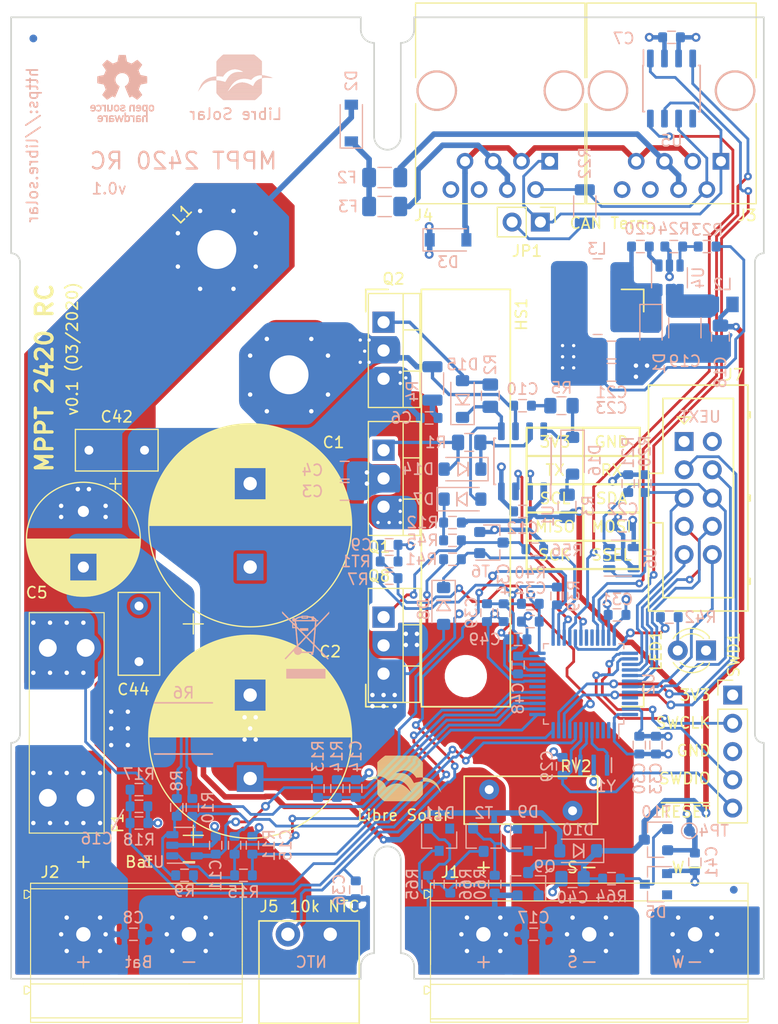
<source format=kicad_pcb>
(kicad_pcb (version 20171130) (host pcbnew 5.1.5)
  (title_block (title "Nanogrid Controller") (date 2019-11-28) (rev 0.1) (company "Libre Solar") (comment 1 "Design: Martin Jäger") (comment 2 "Website: http://libre.solar"))
  (layers (0 Top signal) (1 3V3 power) (2 GND power) (31 Bottom signal) (34 B.Paste user hide) (35 F.Paste user hide) (36 B.SilkS user) (37 F.SilkS user hide) (38 B.Mask user hide) (39 F.Mask user hide) (44 Edge.Cuts user))
  (net 0 "")
  (net 1 GND)
  (net 2 +3V3)
  (net 3 "Net-(C19-Pad1)")
  (net 4 /MCU/~RESET)
  (net 5 /MCU/OSC_IN)
  (net 6 /MCU/OSC_OUT)
  (net 7 "Net-(LED1-Pad2)")
  (net 8 "Net-(C6-Pad1)")
  (net 9 "Net-(U2-Pad3)")
  (net 10 "Net-(D14-Pad2)")
  (net 11 "Net-(D15-Pad2)")
  (net 12 "Net-(D16-Pad2)")
  (net 13 /MCU/LED_PWR)
  (net 14 /DC/DC/SW_NODE)
  (net 15 "Net-(C20-Pad2)")
  (net 16 "Net-(C20-Pad1)")
  (net 17 +12V)
  (net 18 /DC/DC/HS_DRV)
  (net 19 /DC/DC/LS_DRV)
  (net 20 "Net-(R23-Pad2)")
  (net 21 VDDA)
  (net 22 /DC/DC/PWM_LS)
  (net 23 /DC/DC/PWM_HS)
  (net 24 "Net-(D5-Pad1)")
  (net 25 "Net-(Q8-Pad1)")
  (net 26 /MCU/I2C1_SDA)
  (net 27 /MCU/DAC1)
  (net 28 /MCU/I2C1_SCL)
  (net 29 /MCU/ADC1_IN15)
  (net 30 /MCU/ADC1_IN12)
  (net 31 /BAT+)
  (net 32 /MCU/TEMP_BAT)
  (net 33 "Net-(D7-Pad1)")
  (net 34 /MCU/ADC1_IN11)
  (net 35 "Net-(D9-Pad1)")
  (net 36 "Net-(R66-Pad1)")
  (net 37 "Net-(D11-Pad2)")
  (net 38 "Net-(C10-Pad1)")
  (net 39 "Net-(D16-Pad1)")
  (net 40 VBUS)
  (net 41 VREF)
  (net 42 "/Power Supply/SMPS_SUPPLY")
  (net 43 /MCU/SPI1_MISO)
  (net 44 /MCU/SPI1_MOSI)
  (net 45 /MCU/SPI1_SCK)
  (net 46 /MCU/USART1_TX)
  (net 47 /MCU/USART1_RX)
  (net 48 "Net-(J3-Pad6)")
  (net 49 "Net-(J4-Pad6)")
  (net 50 "Net-(U5-Pad5)")
  (net 51 /MCU/SWDIO)
  (net 52 /MCU/SWCLK)
  (net 53 "Net-(U2-Pad22)")
  (net 54 /DCDC_HV+)
  (net 55 /DCDC_HV-)
  (net 56 "Net-(JP1-Pad2)")
  (net 57 "Net-(J3-Pad8)")
  (net 58 "Net-(J4-Pad8)")
  (net 59 /DC/DC/SHUNT_P)
  (net 60 /DC/DC/SHUNT_N)
  (net 61 "Net-(D2-Pad1)")
  (net 62 GNDPWR)
  (net 63 "Net-(U2-Pad46)")
  (net 64 "Net-(U2-Pad45)")
  (net 65 "Net-(U2-Pad18)")
  (net 66 "Net-(U2-Pad4)")
  (net 67 /MCU/ADC1_IN2)
  (net 68 /MCU/ADC2_IN1)
  (net 69 "/CAN bus/CAN_H")
  (net 70 "/CAN bus/CAN_L")
  (net 71 /MCU/USART2_TX)
  (net 72 /MCU/USART2_RX)
  (net 73 /MCU/SPI1_SSEL)
  (net 74 "Net-(U2-Pad2)")
  (net 75 /MCU/OPAMP2_VINM)
  (net 76 /MCU/OPAMP2_VOUT)
  (net 77 /MCU/OPAMP2_VINP)
  (net 78 "/CAN bus/CAN_STB")
  (net 79 "/CAN bus/CAN_RX")
  (net 80 "/CAN bus/CAN_TX")
  (net 81 "/CAN bus/CAN_GND")
  (net 82 "/CAN bus/CAN_V+1")
  (net 83 "/CAN bus/CAN_V+2")
  (module LibreSolar:LIBRESOLAR_LOGO (layer Bottom) (at 122.5 61 180)
    (fp_text reference LOGO1 hide)
    (fp_text value LIBRE_SOLAR hide)
    (fp_text user "Libre Solar" (at 2.3 -1.3) (layer B.SilkS) (effects (justify mirror)))
  )
  (module Package_QFP:LQFP-48_7x7mm_P0.5mm (layer Bottom) (at 151.5 113.5 90)
    (fp_text reference U2 (at 0 5.85 90) (layer B.SilkS) (effects (justify mirror)))
    (fp_text value STM32G431CBTx)
    (pad 1 smd roundrect (at -4.1625 2.75 90) (size 1.475 0.3) (layers Bottom B.Paste B.Mask) (net 2 +3V3))
    (pad 2 smd roundrect (at -4.1625 2.25 90) (size 1.475 0.3) (layers Bottom B.Paste B.Mask) (net 74 "Net-(U2-Pad2)"))
    (pad 3 smd roundrect (at -4.1625 1.75 90) (size 1.475 0.3) (layers Bottom B.Paste B.Mask) (net 9 "Net-(U2-Pad3)"))
    (pad 4 smd roundrect (at -4.1625 1.25 90) (size 1.475 0.3) (layers Bottom B.Paste B.Mask) (net 66 "Net-(U2-Pad4)"))
    (pad 5 smd roundrect (at -4.1625 0.75 90) (size 1.475 0.3) (layers Bottom B.Paste B.Mask) (net 5 /MCU/OSC_IN))
    (pad 6 smd roundrect (at -4.1625 0.25 90) (size 1.475 0.3) (layers Bottom B.Paste B.Mask) (net 6 /MCU/OSC_OUT))
    (pad 7 smd roundrect (at -4.1625 -0.25 90) (size 1.475 0.3) (layers Bottom B.Paste B.Mask) (net 4 /MCU/~RESET))
    (pad 8 smd roundrect (at -4.1625 -0.75 90) (size 1.475 0.3) (layers Bottom B.Paste B.Mask) (net 68 /MCU/ADC2_IN1))
    (pad 9 smd roundrect (at -4.1625 -1.25 90) (size 1.475 0.3) (layers Bottom B.Paste B.Mask) (net 67 /MCU/ADC1_IN2))
    (pad 10 smd roundrect (at -4.1625 -1.75 90) (size 1.475 0.3) (layers Bottom B.Paste B.Mask) (net 71 /MCU/USART2_TX))
    (pad 11 smd roundrect (at -4.1625 -2.25 90) (size 1.475 0.3) (layers Bottom B.Paste B.Mask) (net 72 /MCU/USART2_RX))
    (pad 12 smd roundrect (at -4.1625 -2.75 90) (size 1.475 0.3) (layers Bottom B.Paste B.Mask) (net 27 /MCU/DAC1))
    (pad 13 smd roundrect (at -2.75 -4.1625 90) (size 0.3 1.475) (layers Bottom B.Paste B.Mask) (net 75 /MCU/OPAMP2_VINM))
    (pad 14 smd roundrect (at -2.25 -4.1625 90) (size 0.3 1.475) (layers Bottom B.Paste B.Mask) (net 76 /MCU/OPAMP2_VOUT))
    (pad 15 smd roundrect (at -1.75 -4.1625 90) (size 0.3 1.475) (layers Bottom B.Paste B.Mask) (net 77 /MCU/OPAMP2_VINP))
    (pad 16 smd roundrect (at -1.25 -4.1625 90) (size 0.3 1.475) (layers Bottom B.Paste B.Mask) (net 29 /MCU/ADC1_IN15))
    (pad 17 smd roundrect (at -0.75 -4.1625 90) (size 0.3 1.475) (layers Bottom B.Paste B.Mask) (net 30 /MCU/ADC1_IN12))
    (pad 18 smd roundrect (at -0.25 -4.1625 90) (size 0.3 1.475) (layers Bottom B.Paste B.Mask) (net 65 "Net-(U2-Pad18)"))
    (pad 19 smd roundrect (at 0.25 -4.1625 90) (size 0.3 1.475) (layers Bottom B.Paste B.Mask) (net 1 GND))
    (pad 20 smd roundrect (at 0.75 -4.1625 90) (size 0.3 1.475) (layers Bottom B.Paste B.Mask) (net 41 VREF))
    (pad 21 smd roundrect (at 1.25 -4.1625 90) (size 0.3 1.475) (layers Bottom B.Paste B.Mask) (net 21 VDDA))
    (pad 22 smd roundrect (at 1.75 -4.1625 90) (size 0.3 1.475) (layers Bottom B.Paste B.Mask) (net 53 "Net-(U2-Pad22)"))
    (pad 23 smd roundrect (at 2.25 -4.1625 90) (size 0.3 1.475) (layers Bottom B.Paste B.Mask) (net 1 GND))
    (pad 24 smd roundrect (at 2.75 -4.1625 90) (size 0.3 1.475) (layers Bottom B.Paste B.Mask) (net 2 +3V3))
    (pad 25 smd roundrect (at 4.1625 -2.75 90) (size 1.475 0.3) (layers Bottom B.Paste B.Mask) (net 32 /MCU/TEMP_BAT))
    (pad 26 smd roundrect (at 4.1625 -2.25 90) (size 1.475 0.3) (layers Bottom B.Paste B.Mask) (net 34 /MCU/ADC1_IN11))
    (pad 27 smd roundrect (at 4.1625 -1.75 90) (size 1.475 0.3) (layers Bottom B.Paste B.Mask) (net 22 /DC/DC/PWM_LS))
    (pad 28 smd roundrect (at 4.1625 -1.25 90) (size 1.475 0.3) (layers Bottom B.Paste B.Mask) (net 78 "/CAN bus/CAN_STB"))
    (pad 29 smd roundrect (at 4.1625 -0.75 90) (size 1.475 0.3) (layers Bottom B.Paste B.Mask) (net 13 /MCU/LED_PWR))
    (pad 30 smd roundrect (at 4.1625 -0.25 90) (size 1.475 0.3) (layers Bottom B.Paste B.Mask) (net 23 /DC/DC/PWM_HS))
    (pad 31 smd roundrect (at 4.1625 0.25 90) (size 1.475 0.3) (layers Bottom B.Paste B.Mask) (net 46 /MCU/USART1_TX))
    (pad 32 smd roundrect (at 4.1625 0.75 90) (size 1.475 0.3) (layers Bottom B.Paste B.Mask) (net 47 /MCU/USART1_RX))
    (pad 33 smd roundrect (at 4.1625 1.25 90) (size 1.475 0.3) (layers Bottom B.Paste B.Mask) (net 79 "/CAN bus/CAN_RX"))
    (pad 34 smd roundrect (at 4.1625 1.75 90) (size 1.475 0.3) (layers Bottom B.Paste B.Mask) (net 80 "/CAN bus/CAN_TX"))
    (pad 35 smd roundrect (at 4.1625 2.25 90) (size 1.475 0.3) (layers Bottom B.Paste B.Mask) (net 1 GND))
    (pad 36 smd roundrect (at 4.1625 2.75 90) (size 1.475 0.3) (layers Bottom B.Paste B.Mask) (net 2 +3V3))
    (pad 37 smd roundrect (at 2.75 4.1625 90) (size 0.3 1.475) (layers Bottom B.Paste B.Mask) (net 51 /MCU/SWDIO))
    (pad 38 smd roundrect (at 2.25 4.1625 90) (size 0.3 1.475) (layers Bottom B.Paste B.Mask) (net 52 /MCU/SWCLK))
    (pad 39 smd roundrect (at 1.75 4.1625 90) (size 0.3 1.475) (layers Bottom B.Paste B.Mask) (net 28 /MCU/I2C1_SCL))
    (pad 40 smd roundrect (at 1.25 4.1625 90) (size 0.3 1.475) (layers Bottom B.Paste B.Mask) (net 45 /MCU/SPI1_SCK))
    (pad 41 smd roundrect (at 0.75 4.1625 90) (size 0.3 1.475) (layers Bottom B.Paste B.Mask) (net 43 /MCU/SPI1_MISO))
    (pad 42 smd roundrect (at 0.25 4.1625 90) (size 0.3 1.475) (layers Bottom B.Paste B.Mask) (net 44 /MCU/SPI1_MOSI))
    (pad 43 smd roundrect (at -0.25 4.1625 90) (size 0.3 1.475) (layers Bottom B.Paste B.Mask) (net 73 /MCU/SPI1_SSEL))
    (pad 44 smd roundrect (at -0.75 4.1625 90) (size 0.3 1.475) (layers Bottom B.Paste B.Mask) (net 26 /MCU/I2C1_SDA))
    (pad 45 smd roundrect (at -1.25 4.1625 90) (size 0.3 1.475) (layers Bottom B.Paste B.Mask) (net 64 "Net-(U2-Pad45)"))
    (pad 46 smd roundrect (at -1.75 4.1625 90) (size 0.3 1.475) (layers Bottom B.Paste B.Mask) (net 63 "Net-(U2-Pad46)"))
    (pad 47 smd roundrect (at -2.25 4.1625 90) (size 0.3 1.475) (layers Bottom B.Paste B.Mask) (net 1 GND))
    (pad 48 smd roundrect (at -2.75 4.1625 90) (size 0.3 1.475) (layers Bottom B.Paste B.Mask) (net 2 +3V3))
  )
  (module Package_TO_SOT_THT:TO-220-3_Vertical (layer Top) (at 133.5 107.5 270)
    (fp_text reference Q8 (at -3.7 0.4 180) (layer F.SilkS))
    (fp_text value IRF135B203)
    (pad 3 thru_hole oval (at 5.08 0 270) (size 1.905 2) (drill 1.1) (layers *.Cu *.Mask) (net 62 GNDPWR))
    (pad 2 thru_hole oval (at 2.54 0 270) (size 1.905 2) (drill 1.1) (layers *.Cu *.Mask) (net 55 /DCDC_HV-))
    (pad 1 thru_hole rect (at 0 0 270) (size 1.905 2) (drill 1.1) (layers *.Cu *.Mask) (net 25 "Net-(Q8-Pad1)"))
  )
  (module Symbol:WEEE-Logo_4.2x6mm_SilkScreen (layer Bottom) (at 126.5 110 180)
    (fp_text reference REF** hide)
    (fp_text value WEEE-Logo_4.2x6mm_SilkScreen hide)
  )
  (module LibreSolar:Fischer_Elektronik_SK573_37,5 (layer Top) (at 136.9 96.8 270)
    (fp_text reference HS1 (at -16.5 -9 90) (layer F.SilkS))
    (fp_text value Heatsink)
    (pad "" np_thru_hole circle (at 16 -4 270) (size 3.2 3.2) (drill 3.2) (layers *.Cu *.Mask))
    (pad "" np_thru_hole circle (at -16 -4 270) (size 3.2 3.2) (drill 3.2) (layers *.Cu *.Mask))
  )
  (module Capacitor_THT:CP_Radial_D18.0mm_P7.50mm (layer Top) (at 121.5 122 90)
    (fp_text reference C2 (at 11.4 7.2 180) (layer F.SilkS))
    (fp_text value 560µF)
    (pad 2 thru_hole circle (at 7.5 0 90) (size 2.4 2.4) (drill 1.2) (layers *.Cu *.Mask) (net 62 GNDPWR))
    (pad 1 thru_hole rect (at 0 0 90) (size 2.4 2.4) (drill 1.2) (layers *.Cu *.Mask) (net 54 /DCDC_HV+))
  )
  (module LibreSolar:R_0603_1608 (layer Bottom) (at 120.9 130.7)
    (fp_text reference R15 (at 0 1.5 180) (layer B.SilkS) (effects (justify mirror)))
    (fp_text value ?)
    (pad 2 smd roundrect (at 0.8 0) (size 0.8 0.9) (layers Bottom B.Paste B.Mask) (roundrect_rratio 0.2) (net 68 /MCU/ADC2_IN1))
    (pad 1 smd roundrect (at -0.8 0) (size 0.8 0.9) (layers Bottom B.Paste B.Mask) (roundrect_rratio 0.2) (net 76 /MCU/OPAMP2_VOUT))
  )
  (module LibreSolar:R_0603_1608 (layer Bottom) (at 139.7 99 180)
    (fp_text reference R12 (at 2.7 0) (layer B.SilkS) (effects (justify mirror)))
    (fp_text value 0R)
    (pad 2 smd roundrect (at 0.8 0 180) (size 0.8 0.9) (layers Bottom B.Paste B.Mask) (roundrect_rratio 0.2) (net 33 "Net-(D7-Pad1)"))
    (pad 1 smd roundrect (at -0.8 0 180) (size 0.8 0.9) (layers Bottom B.Paste B.Mask) (roundrect_rratio 0.2) (net 17 +12V))
  )
  (module LibreSolar:SOT-23-5 (layer Bottom) (at 115.6 128)
    (fp_text reference U3 (at -2.8 1.5) (layer B.SilkS) (effects (justify mirror)))
    (fp_text value TLV9001)
    (pad 5 smd roundrect (at 1.1 0.95) (size 1.1 0.65) (layers Bottom B.Paste B.Mask) (roundrect_rratio 0.2) (net 2 +3V3))
    (pad 4 smd roundrect (at 1.1 -0.95) (size 1.1 0.65) (layers Bottom B.Paste B.Mask) (roundrect_rratio 0.2) (net 75 /MCU/OPAMP2_VINM))
    (pad 3 smd roundrect (at -1.1 -0.95) (size 1.1 0.65) (layers Bottom B.Paste B.Mask) (roundrect_rratio 0.2) (net 77 /MCU/OPAMP2_VINP))
    (pad 2 smd roundrect (at -1.1 0) (size 1.1 0.65) (layers Bottom B.Paste B.Mask) (roundrect_rratio 0.2) (net 1 GND))
    (pad 1 smd roundrect (at -1.1 0.95) (size 1.1 0.65) (layers Bottom B.Paste B.Mask) (roundrect_rratio 0.2) (net 76 /MCU/OPAMP2_VOUT))
  )
  (module LibreSolar:Fiducial_0.7mm (layer Bottom) (at 102 55.5)
    (fp_text reference FID1 hide)
    (fp_text value Fiducial)
    (pad ~ smd circle (at 0 0) (size 0.7 0.7) (layers Bottom B.Mask) (clearance 0.7))
  )
  (module LED_THT:LED_D3.0mm (layer Top) (at 162.5 110.5 180)
    (fp_text reference LED1 (at 4.5 0 90) (layer F.SilkS))
    (fp_text value red)
    (pad 2 thru_hole circle (at 2.54 0 180) (size 1.8 1.8) (drill 0.9) (layers *.Cu *.Mask) (net 7 "Net-(LED1-Pad2)"))
    (pad 1 thru_hole rect (at 0 0 180) (size 1.8 1.8) (drill 0.9) (layers *.Cu *.Mask) (net 1 GND))
  )
  (module Connector_PinHeader_2.54mm:PinHeader_1x05_P2.54mm_Vertical (layer Top) (at 164.9 114.5)
    (fp_text reference SWD1 (at 0.1 -3.62 90) (layer F.SilkS))
    (fp_text value ST_Nucleo_SWD)
    (pad 5 thru_hole oval (at 0 10.16) (size 1.7 1.7) (drill 1) (layers *.Cu *.Mask) (net 4 /MCU/~RESET))
    (pad 4 thru_hole oval (at 0 7.62) (size 1.7 1.7) (drill 1) (layers *.Cu *.Mask) (net 51 /MCU/SWDIO))
    (pad 3 thru_hole oval (at 0 5.08) (size 1.7 1.7) (drill 1) (layers *.Cu *.Mask) (net 1 GND))
    (pad 2 thru_hole oval (at 0 2.54) (size 1.7 1.7) (drill 1) (layers *.Cu *.Mask) (net 52 /MCU/SWCLK))
    (pad 1 thru_hole rect (at 0 0) (size 1.7 1.7) (drill 1) (layers *.Cu *.Mask) (net 2 +3V3))
  )
  (module NetTie:NetTie-2_SMD_Pad0.5mm (layer Bottom) (at 115 122 270)
    (fp_text reference NT2 hide)
    (fp_text value Net-Tie_2)
    (fp_poly (pts (xy -0.5 0.25) (xy 0.5 0.25) (xy 0.5 -0.25) (xy -0.5 -0.25)) (layer Bottom) (width 0))
    (pad 2 smd circle (at 0.5 0 270) (size 0.5 0.5) (layers Bottom) (net 59 /DC/DC/SHUNT_P))
    (pad 1 smd circle (at -0.5 0 270) (size 0.5 0.5) (layers Bottom) (net 1 GND))
  )
  (module NetTie:NetTie-2_SMD_Pad0.5mm (layer Bottom) (at 116 122 270)
    (fp_text reference NT1 hide)
    (fp_text value Net-Tie_2)
    (fp_poly (pts (xy -0.5 0.25) (xy 0.5 0.25) (xy 0.5 -0.25) (xy -0.5 -0.25)) (layer Bottom) (width 0))
    (pad 2 smd circle (at 0.5 0 270) (size 0.5 0.5) (layers Bottom) (net 60 /DC/DC/SHUNT_N))
    (pad 1 smd circle (at -0.5 0 270) (size 0.5 0.5) (layers Bottom) (net 62 GNDPWR))
  )
  (module Fuse:Fuse_1206_3216Metric (layer Bottom) (at 133.6 70.6 180)
    (fp_text reference F3 (at 3.3 0) (layer B.SilkS) (effects (justify mirror)))
    (fp_text value 600mA)
    (pad 2 smd roundrect (at 1.4 0 180) (size 1.25 1.75) (layers Bottom B.Paste B.Mask) (roundrect_rratio 0.2) (net 61 "Net-(D2-Pad1)"))
    (pad 1 smd roundrect (at -1.4 0 180) (size 1.25 1.75) (layers Bottom B.Paste B.Mask) (roundrect_rratio 0.2) (net 83 "/CAN bus/CAN_V+2"))
  )
  (module Fuse:Fuse_1206_3216Metric (layer Bottom) (at 133.6 68 180)
    (fp_text reference F2 (at 3.4 0) (layer B.SilkS) (effects (justify mirror)))
    (fp_text value 600mA)
    (pad 2 smd roundrect (at 1.4 0 180) (size 1.25 1.75) (layers Bottom B.Paste B.Mask) (roundrect_rratio 0.2) (net 61 "Net-(D2-Pad1)"))
    (pad 1 smd roundrect (at -1.4 0 180) (size 1.25 1.75) (layers Bottom B.Paste B.Mask) (roundrect_rratio 0.2) (net 82 "/CAN bus/CAN_V+1"))
  )
  (module Diode_SMD:D_SOD-123 (layer Bottom) (at 139.3 73.6)
    (fp_text reference D3 (at 0 2) (layer B.SilkS) (effects (justify mirror)))
    (fp_text value D_Schottky)
    (pad 2 smd rect (at 1.65 0) (size 0.9 1.2) (layers Bottom B.Paste B.Mask) (net 81 "/CAN bus/CAN_GND"))
    (pad 1 smd rect (at -1.65 0) (size 0.9 1.2) (layers Bottom B.Paste B.Mask) (net 1 GND))
  )
  (module Diode_SMD:D_SOD-123 (layer Bottom) (at 130.6 63.1 90)
    (fp_text reference D2 (at 3.8 0 90) (layer B.SilkS) (effects (justify mirror)))
    (fp_text value D_Schottky)
    (pad 2 smd rect (at 1.65 0 90) (size 0.9 1.2) (layers Bottom B.Paste B.Mask) (net 40 VBUS))
    (pad 1 smd rect (at -1.65 0 90) (size 0.9 1.2) (layers Bottom B.Paste B.Mask) (net 61 "Net-(D2-Pad1)"))
  )
  (module LibreSolar:R_0603_1608 (layer Bottom) (at 120.1 128 270)
    (fp_text reference R11 (at 0 -3.1 90) (layer B.SilkS) (effects (justify mirror)))
    (fp_text value 68k)
    (pad 2 smd roundrect (at 0.8 0 270) (size 0.8 0.9) (layers Bottom B.Paste B.Mask) (roundrect_rratio 0.2) (net 76 /MCU/OPAMP2_VOUT))
    (pad 1 smd roundrect (at -0.8 0 270) (size 0.8 0.9) (layers Bottom B.Paste B.Mask) (roundrect_rratio 0.2) (net 75 /MCU/OPAMP2_VINM))
  )
  (module LibreSolar:R_0603_1608 (layer Bottom) (at 116.3 124.6 270)
    (fp_text reference R10 (at 0 -1.4 90) (layer B.SilkS) (effects (justify mirror)))
    (fp_text value 2.2k)
    (pad 2 smd roundrect (at 0.8 0 270) (size 0.8 0.9) (layers Bottom B.Paste B.Mask) (roundrect_rratio 0.2) (net 75 /MCU/OPAMP2_VINM))
    (pad 1 smd roundrect (at -0.8 0 270) (size 0.8 0.9) (layers Bottom B.Paste B.Mask) (roundrect_rratio 0.2) (net 60 /DC/DC/SHUNT_N))
  )
  (module LibreSolar:R_0603_1608 (layer Bottom) (at 115.6 130.7 180)
    (fp_text reference R9 (at 0 -1.4) (layer B.SilkS) (effects (justify mirror)))
    (fp_text value 68k)
    (pad 2 smd roundrect (at 0.8 0 180) (size 0.8 0.9) (layers Bottom B.Paste B.Mask) (roundrect_rratio 0.2) (net 77 /MCU/OPAMP2_VINP))
    (pad 1 smd roundrect (at -0.8 0 180) (size 0.8 0.9) (layers Bottom B.Paste B.Mask) (roundrect_rratio 0.2) (net 27 /MCU/DAC1))
  )
  (module LibreSolar:R_0603_1608 (layer Bottom) (at 114.9 124.6 270)
    (fp_text reference R8 (at -2.4 0 90) (layer B.SilkS) (effects (justify mirror)))
    (fp_text value 2.2k)
    (pad 2 smd roundrect (at 0.8 0 270) (size 0.8 0.9) (layers Bottom B.Paste B.Mask) (roundrect_rratio 0.2) (net 77 /MCU/OPAMP2_VINP))
    (pad 1 smd roundrect (at -0.8 0 270) (size 0.8 0.9) (layers Bottom B.Paste B.Mask) (roundrect_rratio 0.2) (net 59 /DC/DC/SHUNT_P))
  )
  (module LibreSolar:C_0603_1608 (layer Bottom) (at 118.4 128 90)
    (fp_text reference C11 (at -2.7 0 90) (layer B.SilkS) (effects (justify mirror)))
    (fp_text value 100nF)
    (pad 2 smd roundrect (at 0.8 0 90) (size 0.8 0.9) (layers Bottom B.Paste B.Mask) (roundrect_rratio 0.2) (net 1 GND))
    (pad 1 smd roundrect (at -0.8 0 90) (size 0.8 0.9) (layers Bottom B.Paste B.Mask) (roundrect_rratio 0.2) (net 2 +3V3))
  )
  (module Connector_PinHeader_2.54mm:PinHeader_1x02_P2.54mm_Vertical (layer Top) (at 147.6 72 270)
    (fp_text reference JP1 (at 2.6 1.2 180) (layer F.SilkS))
    (fp_text value Jumper_NC_Small)
    (pad 2 thru_hole oval (at 0 2.54 270) (size 1.7 1.7) (drill 1) (layers *.Cu *.Mask) (net 56 "Net-(JP1-Pad2)"))
    (pad 1 thru_hole rect (at 0 0 270) (size 1.7 1.7) (drill 1) (layers *.Cu *.Mask) (net 69 "/CAN bus/CAN_H"))
  )
  (module LibreSolar:SOIC-8_3.9x4.9mm_Pitch1.27mm (layer Bottom) (at 159.4 60 270)
    (fp_text reference U5 (at 4.7 0 180) (layer B.SilkS) (effects (justify mirror)))
    (fp_text value TCAN334)
    (pad 8 smd roundrect (at 2.7 1.905 270) (size 1.6 0.6) (layers Bottom B.Paste B.Mask) (roundrect_rratio 0.2) (net 78 "/CAN bus/CAN_STB"))
    (pad 7 smd roundrect (at 2.7 0.635 270) (size 1.6 0.6) (layers Bottom B.Paste B.Mask) (roundrect_rratio 0.2) (net 69 "/CAN bus/CAN_H"))
    (pad 6 smd roundrect (at 2.7 -0.635 270) (size 1.6 0.6) (layers Bottom B.Paste B.Mask) (roundrect_rratio 0.2) (net 70 "/CAN bus/CAN_L"))
    (pad 5 smd roundrect (at 2.7 -1.905 270) (size 1.6 0.6) (layers Bottom B.Paste B.Mask) (roundrect_rratio 0.2) (net 50 "Net-(U5-Pad5)"))
    (pad 4 smd roundrect (at -2.7 -1.905 270) (size 1.6 0.6) (layers Bottom B.Paste B.Mask) (roundrect_rratio 0.2) (net 79 "/CAN bus/CAN_RX"))
    (pad 3 smd roundrect (at -2.7 -0.635 270) (size 1.6 0.6) (layers Bottom B.Paste B.Mask) (roundrect_rratio 0.2) (net 2 +3V3))
    (pad 2 smd roundrect (at -2.7 0.635 270) (size 1.6 0.6) (layers Bottom B.Paste B.Mask) (roundrect_rratio 0.2) (net 1 GND))
    (pad 1 smd roundrect (at -2.7 1.905 270) (size 1.6 0.6) (layers Bottom B.Paste B.Mask) (roundrect_rratio 0.2) (net 80 "/CAN bus/CAN_TX"))
  )
  (module LibreSolar:R_1206_3216 (layer Bottom) (at 151.6 70.6 90)
    (fp_text reference R22 (at 3.9 0 90) (layer B.SilkS) (effects (justify mirror)))
    (fp_text value 120R)
    (pad 2 smd roundrect (at 1.5 0 90) (size 1 1.8) (layers Bottom B.Paste B.Mask) (roundrect_rratio 0.2) (net 70 "/CAN bus/CAN_L"))
    (pad 1 smd roundrect (at -1.5 0 90) (size 1 1.8) (layers Bottom B.Paste B.Mask) (roundrect_rratio 0.2) (net 56 "Net-(JP1-Pad2)"))
  )
  (module LibreSolar:RJ45_8P8C (layer Top) (at 144 64 180)
    (fp_text reference J4 (at 6.9 -7.4) (layer F.SilkS))
    (fp_text value 8P8C)
    (pad "" np_thru_hole circle (at 5.715 3.81 180) (size 3.65 3.65) (drill 3.25) (layers *.Cu *.SilkS *.Mask))
    (pad "" np_thru_hole circle (at -5.715 3.81 180) (size 3.65 3.65) (drill 3.25) (layers *.Cu *.SilkS *.Mask))
    (pad 1 thru_hole rect (at -4.445 -2.54 180) (size 1.5 1.5) (drill 0.9) (layers *.Cu *.Mask) (net 69 "/CAN bus/CAN_H"))
    (pad 2 thru_hole circle (at -3.175 -5.08 180) (size 1.5 1.5) (drill 0.9) (layers *.Cu *.Mask) (net 70 "/CAN bus/CAN_L"))
    (pad 3 thru_hole circle (at -1.905 -2.54 180) (size 1.5 1.5) (drill 0.9) (layers *.Cu *.Mask) (net 81 "/CAN bus/CAN_GND"))
    (pad 4 thru_hole circle (at -0.635 -5.08 180) (size 1.5 1.5) (drill 0.9) (layers *.Cu *.Mask) (net 83 "/CAN bus/CAN_V+2"))
    (pad 5 thru_hole circle (at 0.635 -2.54 180) (size 1.5 1.5) (drill 0.9) (layers *.Cu *.Mask) (net 83 "/CAN bus/CAN_V+2"))
    (pad 6 thru_hole circle (at 1.905 -5.08 180) (size 1.5 1.5) (drill 0.9) (layers *.Cu *.Mask) (net 49 "Net-(J4-Pad6)"))
    (pad 7 thru_hole circle (at 3.175 -2.54 180) (size 1.5 1.5) (drill 0.9) (layers *.Cu *.Mask) (net 81 "/CAN bus/CAN_GND"))
    (pad 8 thru_hole circle (at 4.445 -5.08 180) (size 1.5 1.5) (drill 0.9) (layers *.Cu *.Mask) (net 58 "Net-(J4-Pad8)"))
  )
  (module LibreSolar:RJ45_8P8C (layer Top) (at 159.4 64 180)
    (fp_text reference J3 (at -6.8 -7.4) (layer F.SilkS))
    (fp_text value 8P8C)
    (pad "" np_thru_hole circle (at 5.715 3.81 180) (size 3.65 3.65) (drill 3.25) (layers *.Cu *.SilkS *.Mask))
    (pad "" np_thru_hole circle (at -5.715 3.81 180) (size 3.65 3.65) (drill 3.25) (layers *.Cu *.SilkS *.Mask))
    (pad 1 thru_hole rect (at -4.445 -2.54 180) (size 1.5 1.5) (drill 0.9) (layers *.Cu *.Mask) (net 69 "/CAN bus/CAN_H"))
    (pad 2 thru_hole circle (at -3.175 -5.08 180) (size 1.5 1.5) (drill 0.9) (layers *.Cu *.Mask) (net 70 "/CAN bus/CAN_L"))
    (pad 3 thru_hole circle (at -1.905 -2.54 180) (size 1.5 1.5) (drill 0.9) (layers *.Cu *.Mask) (net 81 "/CAN bus/CAN_GND"))
    (pad 4 thru_hole circle (at -0.635 -5.08 180) (size 1.5 1.5) (drill 0.9) (layers *.Cu *.Mask) (net 82 "/CAN bus/CAN_V+1"))
    (pad 5 thru_hole circle (at 0.635 -2.54 180) (size 1.5 1.5) (drill 0.9) (layers *.Cu *.Mask) (net 82 "/CAN bus/CAN_V+1"))
    (pad 6 thru_hole circle (at 1.905 -5.08 180) (size 1.5 1.5) (drill 0.9) (layers *.Cu *.Mask) (net 48 "Net-(J3-Pad6)"))
    (pad 7 thru_hole circle (at 3.175 -2.54 180) (size 1.5 1.5) (drill 0.9) (layers *.Cu *.Mask) (net 81 "/CAN bus/CAN_GND"))
    (pad 8 thru_hole circle (at 4.445 -5.08 180) (size 1.5 1.5) (drill 0.9) (layers *.Cu *.Mask) (net 57 "Net-(J3-Pad8)"))
  )
  (module LibreSolar:C_0603_1608 (layer Bottom) (at 159.4 55.4 180)
    (fp_text reference C7 (at 4.3 -0.1) (layer B.SilkS) (effects (justify mirror)))
    (fp_text value 100nF)
    (pad 2 smd roundrect (at 0.8 0 180) (size 0.8 0.9) (layers Bottom B.Paste B.Mask) (roundrect_rratio 0.2) (net 1 GND))
    (pad 1 smd roundrect (at -0.8 0 180) (size 0.8 0.9) (layers Bottom B.Paste B.Mask) (roundrect_rratio 0.2) (net 2 +3V3))
  )
  (module LibreSolar:Phoenix_Contact_MKDS_5-3-9,5 (layer Top) (at 142.48 136)
    (fp_text reference J1 (at -2.98 -5) (layer F.SilkS) (effects (justify bottom)))
    (fp_text value "MKDS 5/ 2-9,5")
    (pad 3 thru_hole circle (at 19.04 0) (size 2.5 2.5) (drill 1.3) (layers *.Cu *.Mask) (net 62 GNDPWR))
    (pad 1 thru_hole circle (at 0 0) (size 2.5 2.5) (drill 1.3) (layers *.Cu *.Mask) (net 54 /DCDC_HV+))
    (pad 2 thru_hole circle (at 9.52 0) (size 2.5 2.5) (drill 1.3) (layers *.Cu *.Mask) (net 55 /DCDC_HV-))
  )
  (module Capacitor_THT:C_Rect_L7.2mm_W3.5mm_P5.00mm_FKS2_FKP2_MKS2_MKP2 (layer Top) (at 111.5 111.5 90)
    (fp_text reference C44 (at -2.5 -0.5) (layer F.SilkS))
    (fp_text value 0.22µF)
    (pad 2 thru_hole circle (at 5 0 90) (size 1.6 1.6) (drill 0.8) (layers *.Cu *.Mask) (net 40 VBUS))
    (pad 1 thru_hole circle (at 0 0 90) (size 1.6 1.6) (drill 0.8) (layers *.Cu *.Mask) (net 1 GND))
  )
  (module LibreSolar:R_0603_1608 (layer Bottom) (at 146.7 106.3)
    (fp_text reference R40 (at 0 -2.8 180) (layer B.SilkS) (effects (justify mirror)))
    (fp_text value 100R)
    (pad 2 smd roundrect (at 0.8 0) (size 0.8 0.9) (layers Bottom B.Paste B.Mask) (roundrect_rratio 0.2) (net 2 +3V3))
    (pad 1 smd roundrect (at -0.8 0) (size 0.8 0.9) (layers Bottom B.Paste B.Mask) (roundrect_rratio 0.2) (net 21 VDDA))
  )
  (module LibreSolar:C_0603_1608 (layer Bottom) (at 156.5 119 90)
    (fp_text reference C30 (at -3 0 270) (layer B.SilkS) (effects (justify mirror)))
    (fp_text value 100nF)
    (pad 2 smd roundrect (at 0.8 0 90) (size 0.8 0.9) (layers Bottom B.Paste B.Mask) (roundrect_rratio 0.2) (net 1 GND))
    (pad 1 smd roundrect (at -0.8 0 90) (size 0.8 0.9) (layers Bottom B.Paste B.Mask) (roundrect_rratio 0.2) (net 2 +3V3))
  )
  (module LibreSolar:C_0603_1608 (layer Bottom) (at 144.3 107.1 270)
    (fp_text reference C34 (at -3 0 270) (layer B.SilkS) (effects (justify mirror)))
    (fp_text value 10nF)
    (pad 2 smd roundrect (at 0.8 0 270) (size 0.8 0.9) (layers Bottom B.Paste B.Mask) (roundrect_rratio 0.2) (net 1 GND))
    (pad 1 smd roundrect (at -0.8 0 270) (size 0.8 0.9) (layers Bottom B.Paste B.Mask) (roundrect_rratio 0.2) (net 21 VDDA))
  )
  (module LibreSolar:C_0603_1608 (layer Bottom) (at 158 119 90)
    (fp_text reference C33 (at -3 0 270) (layer B.SilkS) (effects (justify mirror)))
    (fp_text value 2.2µF)
    (pad 2 smd roundrect (at 0.8 0 90) (size 0.8 0.9) (layers Bottom B.Paste B.Mask) (roundrect_rratio 0.2) (net 1 GND))
    (pad 1 smd roundrect (at -0.8 0 90) (size 0.8 0.9) (layers Bottom B.Paste B.Mask) (roundrect_rratio 0.2) (net 2 +3V3))
  )
  (module LibreSolar:C_0603_1608 (layer Bottom) (at 145.6 109.5)
    (fp_text reference C49 (at -3 0 180) (layer B.SilkS) (effects (justify mirror)))
    (fp_text value 2.2µF)
    (pad 2 smd roundrect (at 0.8 0) (size 0.8 0.9) (layers Bottom B.Paste B.Mask) (roundrect_rratio 0.2) (net 1 GND))
    (pad 1 smd roundrect (at -0.8 0) (size 0.8 0.9) (layers Bottom B.Paste B.Mask) (roundrect_rratio 0.2) (net 41 VREF))
  )
  (module LibreSolar:C_0603_1608 (layer Bottom) (at 142.8 107.1 270)
    (fp_text reference C39 (at 0 1.4 270) (layer B.SilkS) (effects (justify mirror)))
    (fp_text value 2.2µF)
    (pad 2 smd roundrect (at 0.8 0 270) (size 0.8 0.9) (layers Bottom B.Paste B.Mask) (roundrect_rratio 0.2) (net 1 GND))
    (pad 1 smd roundrect (at -0.8 0 270) (size 0.8 0.9) (layers Bottom B.Paste B.Mask) (roundrect_rratio 0.2) (net 21 VDDA))
  )
  (module LibreSolar:C_0603_1608 (layer Bottom) (at 145.6 111.8 90)
    (fp_text reference C48 (at -3 0 270) (layer B.SilkS) (effects (justify mirror)))
    (fp_text value 100nF)
    (pad 2 smd roundrect (at 0.8 0 90) (size 0.8 0.9) (layers Bottom B.Paste B.Mask) (roundrect_rratio 0.2) (net 1 GND))
    (pad 1 smd roundrect (at -0.8 0 90) (size 0.8 0.9) (layers Bottom B.Paste B.Mask) (roundrect_rratio 0.2) (net 41 VREF))
  )
  (module LibreSolar:C_0603_1608 (layer Bottom) (at 149.6 120.9 90)
    (fp_text reference C29 (at 0 -1.4 90) (layer B.SilkS) (effects (justify mirror)))
    (fp_text value 100nF)
    (pad 2 smd roundrect (at 0.8 0 90) (size 0.8 0.9) (layers Bottom B.Paste B.Mask) (roundrect_rratio 0.2) (net 1 GND))
    (pad 1 smd roundrect (at -0.8 0 90) (size 0.8 0.9) (layers Bottom B.Paste B.Mask) (roundrect_rratio 0.2) (net 4 /MCU/~RESET))
  )
  (module LibreSolar:C_0805_2012 (layer Bottom) (at 154 85.501354)
    (fp_text reference C23 (at 0 3.198646) (layer B.SilkS) (effects (justify mirror)))
    (fp_text value 10µF)
    (pad 2 smd roundrect (at 1 0) (size 1.1 1.4) (layers Bottom B.Paste B.Mask) (roundrect_rratio 0.2) (net 1 GND))
    (pad 1 smd roundrect (at -1 0) (size 1.1 1.4) (layers Bottom B.Paste B.Mask) (roundrect_rratio 0.2) (net 2 +3V3))
  )
  (module LibreSolar:C_1210_3225 (layer Bottom) (at 160.6 81.5 270)
    (fp_text reference C19 (at 3 0) (layer B.SilkS) (effects (justify mirror)))
    (fp_text value 4.7µF)
    (pad 2 smd roundrect (at 1.5 0 270) (size 1.1 2.7) (layers Bottom B.Paste B.Mask) (roundrect_rratio 0.2) (net 1 GND))
    (pad 1 smd roundrect (at -1.5 0 270) (size 1.1 2.7) (layers Bottom B.Paste B.Mask) (roundrect_rratio 0.2) (net 3 "Net-(C19-Pad1)"))
  )
  (module LibreSolar:R_0603_1608 (layer Bottom) (at 157 95.5 90)
    (fp_text reference R20 (at 2.9 0 270) (layer B.SilkS) (effects (justify mirror)))
    (fp_text value 2.2k)
    (pad 2 smd roundrect (at 0.8 0 90) (size 0.8 0.9) (layers Bottom B.Paste B.Mask) (roundrect_rratio 0.2) (net 2 +3V3))
    (pad 1 smd roundrect (at -0.8 0 90) (size 0.8 0.9) (layers Bottom B.Paste B.Mask) (roundrect_rratio 0.2) (net 28 /MCU/I2C1_SCL))
  )
  (module LibreSolar:C_0603_1608 (layer Bottom) (at 155 99.3 180)
    (fp_text reference C22 (at 0 1.5 180) (layer B.SilkS) (effects (justify mirror)))
    (fp_text value 100nF)
    (pad 2 smd roundrect (at 0.8 0 180) (size 0.8 0.9) (layers Bottom B.Paste B.Mask) (roundrect_rratio 0.2) (net 1 GND))
    (pad 1 smd roundrect (at -0.8 0 180) (size 0.8 0.9) (layers Bottom B.Paste B.Mask) (roundrect_rratio 0.2) (net 2 +3V3))
  )
  (module LibreSolar:R_0603_1608 (layer Bottom) (at 162.6 74.2 180)
    (fp_text reference R23 (at 0 1.5) (layer B.SilkS) (effects (justify mirror)))
    (fp_text value 33k)
    (pad 2 smd roundrect (at 0.8 0 180) (size 0.8 0.9) (layers Bottom B.Paste B.Mask) (roundrect_rratio 0.2) (net 20 "Net-(R23-Pad2)"))
    (pad 1 smd roundrect (at -0.8 0 180) (size 0.8 0.9) (layers Bottom B.Paste B.Mask) (roundrect_rratio 0.2) (net 2 +3V3))
  )
  (module LibreSolar:R_0603_1608 (layer Bottom) (at 155.5 95.5 90)
    (fp_text reference R21 (at 2.8 0 270) (layer B.SilkS) (effects (justify mirror)))
    (fp_text value 2.2k)
    (pad 2 smd roundrect (at 0.8 0 90) (size 0.8 0.9) (layers Bottom B.Paste B.Mask) (roundrect_rratio 0.2) (net 2 +3V3))
    (pad 1 smd roundrect (at -0.8 0 90) (size 0.8 0.9) (layers Bottom B.Paste B.Mask) (roundrect_rratio 0.2) (net 26 /MCU/I2C1_SDA))
  )
  (module Capacitor_THT:C_Rect_L7.2mm_W3.5mm_P5.00mm_FKS2_FKP2_MKS2_MKP2 (layer Top) (at 107 92.5)
    (fp_text reference C42 (at 2.5 -3) (layer F.SilkS))
    (fp_text value 0.22µF)
    (pad 1 thru_hole circle (at 0 0) (size 1.6 1.6) (drill 0.8) (layers *.Cu *.Mask) (net 40 VBUS))
    (pad 2 thru_hole circle (at 5 0) (size 1.6 1.6) (drill 0.8) (layers *.Cu *.Mask) (net 62 GNDPWR))
  )
  (module LibreSolar:LIBRESOLAR_LOGO (layer Top) (at 133 124)
    (fp_text reference LOGO1 hide)
    (fp_text value LIBRE_SOLAR hide)
    (fp_text user "Libre Solar" (at 2.3 1.3) (layer F.SilkS))
  )
  (module LibreSolar:Resonator_Murata_CSTNE (layer Bottom) (at 152.4 120.8)
    (fp_text reference Y1 (at 1.1 1.9) (layer B.SilkS) (effects (justify mirror)))
    (fp_text value 8MHz)
    (pad 1 smd roundrect (at -1.2 0) (size 0.4 1.9) (layers Bottom B.Paste B.Mask) (roundrect_rratio 0.2) (net 6 /MCU/OSC_OUT))
    (pad 3 smd roundrect (at 1.2 0) (size 0.4 1.9) (layers Bottom B.Paste B.Mask) (roundrect_rratio 0.2) (net 5 /MCU/OSC_IN))
    (pad 2 smd roundrect (at 0 0) (size 0.4 1.9) (layers Bottom B.Paste B.Mask) (roundrect_rratio 0.2) (net 1 GND))
  )
  (module LibreSolar:Bourns_SRN6045TA (layer Bottom) (at 152.752468 78.701354 180)
    (fp_text reference L3 (at 0.052468 4.301354 180) (layer B.SilkS) (effects (justify mirror)))
    (fp_text value 47µH)
    (pad 1 smd roundrect (at -2.2 0 180) (size 2.1 6.2) (layers Bottom B.Paste B.Mask) (roundrect_rratio 0.2) (net 15 "Net-(C20-Pad2)"))
    (pad 2 smd roundrect (at 2.2 0 180) (size 2.1 6.1) (layers Bottom B.Paste B.Mask) (roundrect_rratio 0.2) (net 2 +3V3))
  )
  (module LibreSolar:C_0805_2012 (layer Bottom) (at 150.5 131 180)
    (fp_text reference C40 (at 0 -1.7) (layer B.SilkS) (effects (justify mirror)))
    (fp_text value 1µF)
    (pad 2 smd roundrect (at 1 0 180) (size 1.1 1.4) (layers Bottom B.Paste B.Mask) (roundrect_rratio 0.2) (net 1 GND))
    (pad 1 smd roundrect (at -1 0 180) (size 1.1 1.4) (layers Bottom B.Paste B.Mask) (roundrect_rratio 0.2) (net 42 "/Power Supply/SMPS_SUPPLY"))
  )
  (module LibreSolar:SOT-23-6 (layer Bottom) (at 159.215391 77.007353 270)
    (fp_text reference U4 (at -0.007353 -2.584609 270) (layer B.SilkS) (effects (justify mirror)))
    (fp_text value LMR16006X)
    (pad 5 smd roundrect (at 1.1 0 270) (size 1.1 0.65) (layers Bottom B.Paste B.Mask) (roundrect_rratio 0.2) (net 3 "Net-(C19-Pad1)"))
    (pad 6 smd roundrect (at 1.1 0.95 270) (size 1.1 0.65) (layers Bottom B.Paste B.Mask) (roundrect_rratio 0.2) (net 15 "Net-(C20-Pad2)"))
    (pad 4 smd roundrect (at 1.1 -0.95 270) (size 1.1 0.65) (layers Bottom B.Paste B.Mask) (roundrect_rratio 0.2) (net 3 "Net-(C19-Pad1)"))
    (pad 3 smd roundrect (at -1.1 -0.95 270) (size 1.1 0.65) (layers Bottom B.Paste B.Mask) (roundrect_rratio 0.2) (net 20 "Net-(R23-Pad2)"))
    (pad 2 smd roundrect (at -1.1 0 270) (size 1.1 0.65) (layers Bottom B.Paste B.Mask) (roundrect_rratio 0.2) (net 1 GND))
    (pad 1 smd roundrect (at -1.1 0.95 270) (size 1.1 0.65) (layers Bottom B.Paste B.Mask) (roundrect_rratio 0.2) (net 16 "Net-(C20-Pad1)"))
  )
  (module Inductor_SMD:L_0805_2012Metric (layer Bottom) (at 164 79.4 180)
    (fp_text reference L2 (at 0 1.8 180) (layer B.SilkS) (effects (justify mirror)))
    (fp_text value 4.7µH)
    (pad 2 smd rect (at 0.88 0 180) (size 1.12 1.4) (layers Bottom B.Paste B.Mask) (net 3 "Net-(C19-Pad1)"))
    (pad 1 smd rect (at -0.88 0 180) (size 1.12 1.4) (layers Bottom B.Paste B.Mask) (net 42 "/Power Supply/SMPS_SUPPLY"))
  )
  (module LibreSolar:C_0603_1608 (layer Bottom) (at 156.6 74.2 180)
    (fp_text reference C20 (at 0 1.6) (layer B.SilkS) (effects (justify mirror)))
    (fp_text value 100nF)
    (pad 2 smd roundrect (at 0.8 0 180) (size 0.8 0.9) (layers Bottom B.Paste B.Mask) (roundrect_rratio 0.2) (net 15 "Net-(C20-Pad2)"))
    (pad 1 smd roundrect (at -0.8 0 180) (size 0.8 0.9) (layers Bottom B.Paste B.Mask) (roundrect_rratio 0.2) (net 16 "Net-(C20-Pad1)"))
  )
  (module LibreSolar:SOT-23-5 (layer Bottom) (at 154.9 102.2)
    (fp_text reference U6 (at 2.6 0 270) (layer B.SilkS) (effects (justify mirror)))
    (fp_text value 24AA01)
    (pad 5 smd roundrect (at 1.1 0.95) (size 1.1 0.65) (layers Bottom B.Paste B.Mask) (roundrect_rratio 0.2) (net 1 GND))
    (pad 4 smd roundrect (at 1.1 -0.95) (size 1.1 0.65) (layers Bottom B.Paste B.Mask) (roundrect_rratio 0.2) (net 2 +3V3))
    (pad 3 smd roundrect (at -1.1 -0.95) (size 1.1 0.65) (layers Bottom B.Paste B.Mask) (roundrect_rratio 0.2) (net 26 /MCU/I2C1_SDA))
    (pad 2 smd roundrect (at -1.1 0) (size 1.1 0.65) (layers Bottom B.Paste B.Mask) (roundrect_rratio 0.2) (net 1 GND))
    (pad 1 smd roundrect (at -1.1 0.95) (size 1.1 0.65) (layers Bottom B.Paste B.Mask) (roundrect_rratio 0.2) (net 28 /MCU/I2C1_SCL))
  )
  (module LibreSolar:C_0805_2012 (layer Bottom) (at 154 83.5)
    (fp_text reference C21 (at 0 3.8) (layer B.SilkS) (effects (justify mirror)))
    (fp_text value 10µF)
    (pad 2 smd roundrect (at 1 0) (size 1.1 1.4) (layers Bottom B.Paste B.Mask) (roundrect_rratio 0.2) (net 1 GND))
    (pad 1 smd roundrect (at -1 0) (size 1.1 1.4) (layers Bottom B.Paste B.Mask) (roundrect_rratio 0.2) (net 2 +3V3))
  )
  (module Diode_SMD:D_PowerDI-123 (layer Bottom) (at 157.552468 81.601354 270)
    (fp_text reference D1 (at 3.098646 -0.747532 90) (layer B.SilkS) (effects (justify mirror)))
    (fp_text value SS16FP)
    (pad 2 smd rect (at 1.525 0 90) (size 1.05 1.5) (layers Bottom B.Paste B.Mask) (net 1 GND))
    (pad 1 smd rect (at -0.85 0 90) (size 2.4 1.5) (layers Bottom B.Paste B.Mask) (net 15 "Net-(C20-Pad2)"))
  )
  (module TestPoint:TestPoint_Pad_D1.0mm (layer Bottom) (at 161 126.7)
    (fp_text reference TP4 (at 2.2 0) (layer B.SilkS) (effects (justify mirror)))
    (fp_text value 12V)
    (pad 1 smd circle (at 0 0) (size 1 1) (layers Bottom B.Mask) (net 17 +12V))
  )
  (module LibreSolar:D_SOD-123 (layer Bottom) (at 151 128.5 180)
    (fp_text reference D10 (at 0 1.9) (layer B.SilkS) (effects (justify mirror)))
    (fp_text value 1N4148)
    (pad 1 smd roundrect (at -1.65 0 180) (size 1 1.2) (layers Bottom B.Paste B.Mask) (roundrect_rratio 0.2) (net 42 "/Power Supply/SMPS_SUPPLY"))
    (pad 2 smd roundrect (at 1.65 0 180) (size 1 1.2) (layers Bottom B.Paste B.Mask) (roundrect_rratio 0.2) (net 40 VBUS))
  )
  (module LibreSolar:C_0603_1608 (layer Bottom) (at 154.5 107.3 180)
    (fp_text reference C31 (at 0 1.4 180) (layer B.SilkS) (effects (justify mirror)))
    (fp_text value 100nF)
    (pad 2 smd roundrect (at 0.8 0 180) (size 0.8 0.9) (layers Bottom B.Paste B.Mask) (roundrect_rratio 0.2) (net 1 GND))
    (pad 1 smd roundrect (at -0.8 0 180) (size 0.8 0.9) (layers Bottom B.Paste B.Mask) (roundrect_rratio 0.2) (net 2 +3V3))
  )
  (module LibreSolar:C_0805_2012 (layer Bottom) (at 163.8 82.3 270)
    (fp_text reference C18 (at 3.2 0 90) (layer B.SilkS) (effects (justify mirror)))
    (fp_text value 1µF)
    (pad 2 smd roundrect (at 1 0 270) (size 1.1 1.4) (layers Bottom B.Paste B.Mask) (roundrect_rratio 0.2) (net 1 GND))
    (pad 1 smd roundrect (at -1 0 270) (size 1.1 1.4) (layers Bottom B.Paste B.Mask) (roundrect_rratio 0.2) (net 42 "/Power Supply/SMPS_SUPPLY"))
  )
  (module LibreSolar:C_0603_1608 (layer Bottom) (at 146.7 107.9 180)
    (fp_text reference C32 (at 0 3 180) (layer B.SilkS) (effects (justify mirror)))
    (fp_text value 100nF)
    (pad 2 smd roundrect (at 0.8 0 180) (size 0.8 0.9) (layers Bottom B.Paste B.Mask) (roundrect_rratio 0.2) (net 1 GND))
    (pad 1 smd roundrect (at -0.8 0 180) (size 0.8 0.9) (layers Bottom B.Paste B.Mask) (roundrect_rratio 0.2) (net 2 +3V3))
  )
  (module LibreSolar:R_0603_1608 (layer Bottom) (at 159.2 107.5 180)
    (fp_text reference R42 (at -2.8 0) (layer B.SilkS) (effects (justify mirror)))
    (fp_text value 470R)
    (pad 2 smd roundrect (at 0.8 0 180) (size 0.8 0.9) (layers Bottom B.Paste B.Mask) (roundrect_rratio 0.2) (net 13 /MCU/LED_PWR))
    (pad 1 smd roundrect (at -0.8 0 180) (size 0.8 0.9) (layers Bottom B.Paste B.Mask) (roundrect_rratio 0.2) (net 7 "Net-(LED1-Pad2)"))
  )
  (module LibreSolar:R_0603_1608 (layer Bottom) (at 159.6 74.2 180)
    (fp_text reference R24 (at 0 1.6) (layer B.SilkS) (effects (justify mirror)))
    (fp_text value 10k)
    (pad 2 smd roundrect (at 0.8 0 180) (size 0.8 0.9) (layers Bottom B.Paste B.Mask) (roundrect_rratio 0.2) (net 1 GND))
    (pad 1 smd roundrect (at -0.8 0 180) (size 0.8 0.9) (layers Bottom B.Paste B.Mask) (roundrect_rratio 0.2) (net 20 "Net-(R23-Pad2)"))
  )
  (module LibreSolar:D_SOD-123 (layer Bottom) (at 140.6 96.9)
    (fp_text reference D7 (at -3.5 0) (layer B.SilkS) (effects (justify mirror)))
    (fp_text value SS14FL)
    (pad 1 smd roundrect (at -1.65 0) (size 1 1.2) (layers Bottom B.Paste B.Mask) (roundrect_rratio 0.2) (net 33 "Net-(D7-Pad1)"))
    (pad 2 smd roundrect (at 1.65 0) (size 1 1.2) (layers Bottom B.Paste B.Mask) (roundrect_rratio 0.2) (net 19 /DC/DC/LS_DRV))
  )
  (module LibreSolar:R_0603_1608 (layer Bottom) (at 139.7 100.6)
    (fp_text reference R45 (at -2.7 0 180) (layer B.SilkS) (effects (justify mirror)))
    (fp_text value 10k)
    (pad 2 smd roundrect (at 0.8 0) (size 0.8 0.9) (layers Bottom B.Paste B.Mask) (roundrect_rratio 0.2) (net 25 "Net-(Q8-Pad1)"))
    (pad 1 smd roundrect (at -0.8 0) (size 0.8 0.9) (layers Bottom B.Paste B.Mask) (roundrect_rratio 0.2) (net 33 "Net-(D7-Pad1)"))
  )
  (module LibreSolar:D_SOD-123 (layer Bottom) (at 138.9 106.5 270)
    (fp_text reference D8 (at 0.3 1.8 270) (layer B.SilkS) (effects (justify mirror)))
    (fp_text value 2.5V)
    (pad 1 smd roundrect (at -1.65 0 270) (size 1 1.2) (layers Bottom B.Paste B.Mask) (roundrect_rratio 0.2) (net 34 /MCU/ADC1_IN11))
    (pad 2 smd roundrect (at 1.65 0 270) (size 1 1.2) (layers Bottom B.Paste B.Mask) (roundrect_rratio 0.2) (net 62 GNDPWR))
  )
  (module LibreSolar:R_0603_1608 (layer Bottom) (at 139.7 102.3)
    (fp_text reference R41 (at -2.8 0 180) (layer B.SilkS) (effects (justify mirror)))
    (fp_text value 10k)
    (pad 2 smd roundrect (at 0.8 0) (size 0.8 0.9) (layers Bottom B.Paste B.Mask) (roundrect_rratio 0.2) (net 34 /MCU/ADC1_IN11))
    (pad 1 smd roundrect (at -0.8 0) (size 0.8 0.9) (layers Bottom B.Paste B.Mask) (roundrect_rratio 0.2) (net 55 /DCDC_HV-))
  )
  (module LibreSolar:R_0603_1608 (layer Bottom) (at 147.1 101.4)
    (fp_text reference R56 (at 2.9 0.1 180) (layer B.SilkS) (effects (justify mirror)))
    (fp_text value 1M)
    (pad 2 smd roundrect (at 0.8 0) (size 0.8 0.9) (layers Bottom B.Paste B.Mask) (roundrect_rratio 0.2) (net 62 GNDPWR))
    (pad 1 smd roundrect (at -0.8 0) (size 0.8 0.9) (layers Bottom B.Paste B.Mask) (roundrect_rratio 0.2) (net 25 "Net-(Q8-Pad1)"))
  )
  (module LibreSolar:SOT-23 (layer Bottom) (at 143.2 100.8)
    (fp_text reference T6 (at -1 2.6) (layer B.SilkS) (effects (justify mirror)))
    (fp_text value MMBT3904)
    (pad 1 smd roundrect (at -1.05 0.95) (size 1 0.9) (layers Bottom B.Paste B.Mask) (roundrect_rratio 0.2) (net 34 /MCU/ADC1_IN11))
    (pad 2 smd roundrect (at -1.05 -0.95) (size 1 0.9) (layers Bottom B.Paste B.Mask) (roundrect_rratio 0.2) (net 62 GNDPWR))
    (pad 3 smd roundrect (at 1.05 0) (size 1 0.9) (layers Bottom B.Paste B.Mask) (roundrect_rratio 0.2) (net 25 "Net-(Q8-Pad1)"))
  )
  (module LibreSolar:C_0603_1608 (layer Bottom) (at 111.5 124.5)
    (fp_text reference C16 (at -3.8 2.9 180) (layer B.SilkS) (effects (justify mirror)))
    (fp_text value 10nF)
    (pad 2 smd roundrect (at 0.8 0) (size 0.8 0.9) (layers Bottom B.Paste B.Mask) (roundrect_rratio 0.2) (net 1 GND))
    (pad 1 smd roundrect (at -0.8 0) (size 0.8 0.9) (layers Bottom B.Paste B.Mask) (roundrect_rratio 0.2) (net 30 /MCU/ADC1_IN12))
  )
  (module LibreSolar:C_0603_1608 (layer Bottom) (at 131 122.9 90)
    (fp_text reference C14 (at 2.9 0 270) (layer B.SilkS) (effects (justify mirror)))
    (fp_text value 10nF)
    (pad 2 smd roundrect (at 0.8 0 90) (size 0.8 0.9) (layers Bottom B.Paste B.Mask) (roundrect_rratio 0.2) (net 1 GND))
    (pad 1 smd roundrect (at -0.8 0 90) (size 0.8 0.9) (layers Bottom B.Paste B.Mask) (roundrect_rratio 0.2) (net 29 /MCU/ADC1_IN15))
  )
  (module LibreSolar:SOT-23 (layer Bottom) (at 158 127.5 180)
    (fp_text reference T10 (at 0 2.5 180) (layer B.SilkS) (effects (justify mirror)))
    (fp_text value MMBT3904)
    (pad 1 smd roundrect (at -1.05 0.95 180) (size 1 0.9) (layers Bottom B.Paste B.Mask) (roundrect_rratio 0.2) (net 24 "Net-(D5-Pad1)"))
    (pad 2 smd roundrect (at -1.05 -0.95 180) (size 1 0.9) (layers Bottom B.Paste B.Mask) (roundrect_rratio 0.2) (net 17 +12V))
    (pad 3 smd roundrect (at 1.05 0 180) (size 1 0.9) (layers Bottom B.Paste B.Mask) (roundrect_rratio 0.2) (net 42 "/Power Supply/SMPS_SUPPLY"))
  )
  (module LibreSolar:D_SOD-123 (layer Bottom) (at 150.5 93 270)
    (fp_text reference D16 (at 0.4 -2 270) (layer B.SilkS) (effects (justify mirror)))
    (fp_text value 1N4148)
    (pad 2 smd roundrect (at 1.65 0 270) (size 1 1.2) (layers Bottom B.Paste B.Mask) (roundrect_rratio 0.2) (net 12 "Net-(D16-Pad2)"))
    (pad 1 smd roundrect (at -1.65 0 270) (size 1 1.2) (layers Bottom B.Paste B.Mask) (roundrect_rratio 0.2) (net 39 "Net-(D16-Pad1)"))
  )
  (module LibreSolar:SOIC-8_3.9x4.9mm_Pitch1.27mm (layer Bottom) (at 146 93.5 90)
    (fp_text reference U1 (at -4.9 2.3 270) (layer B.SilkS) (effects (justify mirror)))
    (fp_text value LM5107)
    (pad 1 smd roundrect (at -2.7 1.905 90) (size 1.6 0.6) (layers Bottom B.Paste B.Mask) (roundrect_rratio 0.2) (net 17 +12V))
    (pad 2 smd roundrect (at -2.7 0.635 90) (size 1.6 0.6) (layers Bottom B.Paste B.Mask) (roundrect_rratio 0.2) (net 23 /DC/DC/PWM_HS))
    (pad 3 smd roundrect (at -2.7 -0.635 90) (size 1.6 0.6) (layers Bottom B.Paste B.Mask) (roundrect_rratio 0.2) (net 22 /DC/DC/PWM_LS))
    (pad 4 smd roundrect (at -2.7 -1.905 90) (size 1.6 0.6) (layers Bottom B.Paste B.Mask) (roundrect_rratio 0.2) (net 62 GNDPWR))
    (pad 5 smd roundrect (at 2.7 -1.905 90) (size 1.6 0.6) (layers Bottom B.Paste B.Mask) (roundrect_rratio 0.2) (net 19 /DC/DC/LS_DRV))
    (pad 6 smd roundrect (at 2.7 -0.635 90) (size 1.6 0.6) (layers Bottom B.Paste B.Mask) (roundrect_rratio 0.2) (net 14 /DC/DC/SW_NODE))
    (pad 7 smd roundrect (at 2.7 0.635 90) (size 1.6 0.6) (layers Bottom B.Paste B.Mask) (roundrect_rratio 0.2) (net 18 /DC/DC/HS_DRV))
    (pad 8 smd roundrect (at 2.7 1.905 90) (size 1.6 0.6) (layers Bottom B.Paste B.Mask) (roundrect_rratio 0.2) (net 39 "Net-(D16-Pad1)"))
  )
  (module LibreSolar:SOT-23 (layer Bottom) (at 142.5 127.5 270)
    (fp_text reference T2 (at -2.4 0 180) (layer B.SilkS) (effects (justify mirror)))
    (fp_text value MMBT3904)
    (pad 1 smd roundrect (at -1.05 0.95 270) (size 1 0.9) (layers Bottom B.Paste B.Mask) (roundrect_rratio 0.2) (net 35 "Net-(D9-Pad1)"))
    (pad 2 smd roundrect (at -1.05 -0.95 270) (size 1 0.9) (layers Bottom B.Paste B.Mask) (roundrect_rratio 0.2) (net 40 VBUS))
    (pad 3 smd roundrect (at 1.05 0 270) (size 1 0.9) (layers Bottom B.Paste B.Mask) (roundrect_rratio 0.2) (net 36 "Net-(R66-Pad1)"))
  )
  (module LibreSolar:R_0603_1608 (layer Bottom) (at 111.5 123 180)
    (fp_text reference R17 (at 0 1.4 180) (layer B.SilkS) (effects (justify mirror)))
    (fp_text value 100k)
    (pad 2 smd roundrect (at 0.8 0 180) (size 0.8 0.9) (layers Bottom B.Paste B.Mask) (roundrect_rratio 0.2) (net 30 /MCU/ADC1_IN12))
    (pad 1 smd roundrect (at -0.8 0 180) (size 0.8 0.9) (layers Bottom B.Paste B.Mask) (roundrect_rratio 0.2) (net 40 VBUS))
  )
  (module LibreSolar:R_0805_2012 (layer Bottom) (at 150 97.5 270)
    (fp_text reference R3 (at 0 -1.9 270) (layer B.SilkS) (effects (justify mirror)))
    (fp_text value 3R3)
    (pad 2 smd roundrect (at 1 0 270) (size 1.1 1.4) (layers Bottom B.Paste B.Mask) (roundrect_rratio 0.2) (net 17 +12V))
    (pad 1 smd roundrect (at -1 0 270) (size 1.1 1.4) (layers Bottom B.Paste B.Mask) (roundrect_rratio 0.2) (net 12 "Net-(D16-Pad2)"))
  )
  (module Diode_SMD:D_SOT-23_ANK (layer Bottom) (at 138.5 127.5 270)
    (fp_text reference D11 (at -2.4 0 180) (layer B.SilkS) (effects (justify mirror)))
    (fp_text value 12V)
    (pad 2 smd rect (at -1 0.95 270) (size 0.9 0.8) (layers Bottom B.Paste B.Mask) (net 37 "Net-(D11-Pad2)"))
    (pad "" smd rect (at -1 -0.95 270) (size 0.9 0.8) (layers Bottom B.Paste B.Mask))
    (pad 1 smd rect (at 1 0 270) (size 0.9 0.8) (layers Bottom B.Paste B.Mask) (net 54 /DCDC_HV+))
  )
  (module LibreSolar:R_0805_2012 (layer Bottom) (at 149.5 88.5 180)
    (fp_text reference R5 (at 0 1.6) (layer B.SilkS) (effects (justify mirror)))
    (fp_text value 3R3)
    (pad 2 smd roundrect (at 1 0 180) (size 1.1 1.4) (layers Bottom B.Paste B.Mask) (roundrect_rratio 0.2) (net 38 "Net-(C10-Pad1)"))
    (pad 1 smd roundrect (at -1 0 180) (size 1.1 1.4) (layers Bottom B.Paste B.Mask) (roundrect_rratio 0.2) (net 39 "Net-(D16-Pad1)"))
  )
  (module LibreSolar:R_0603_1608 (layer Bottom) (at 154 131 180)
    (fp_text reference R64 (at 0 -1.6 180) (layer B.SilkS) (effects (justify mirror)))
    (fp_text value 12k)
    (pad 2 smd roundrect (at 0.8 0 180) (size 0.8 0.9) (layers Bottom B.Paste B.Mask) (roundrect_rratio 0.2) (net 42 "/Power Supply/SMPS_SUPPLY"))
    (pad 1 smd roundrect (at -0.8 0 180) (size 0.8 0.9) (layers Bottom B.Paste B.Mask) (roundrect_rratio 0.2) (net 24 "Net-(D5-Pad1)"))
  )
  (module LibreSolar:C_0603_1608 (layer Bottom) (at 146 98 180)
    (fp_text reference C12 (at 0 -1.5) (layer B.SilkS) (effects (justify mirror)))
    (fp_text value 2.2µF)
    (pad 1 smd roundrect (at -0.8 0 180) (size 0.8 0.9) (layers Bottom B.Paste B.Mask) (roundrect_rratio 0.2) (net 17 +12V))
    (pad 2 smd roundrect (at 0.8 0 180) (size 0.8 0.9) (layers Bottom B.Paste B.Mask) (roundrect_rratio 0.2) (net 62 GNDPWR))
  )
  (module LibreSolar:R_0805_2012 (layer Bottom) (at 143.1 87.6 270)
    (fp_text reference R2 (at -2.8 0 90) (layer B.SilkS) (effects (justify mirror)))
    (fp_text value 3R3)
    (pad 2 smd roundrect (at 1 0 270) (size 1.1 1.4) (layers Bottom B.Paste B.Mask) (roundrect_rratio 0.2) (net 19 /DC/DC/LS_DRV))
    (pad 1 smd roundrect (at -1 0 270) (size 1.1 1.4) (layers Bottom B.Paste B.Mask) (roundrect_rratio 0.2) (net 11 "Net-(D15-Pad2)"))
  )
  (module LibreSolar:R_0603_1608 (layer Bottom) (at 127.6 122.9 270)
    (fp_text reference R13 (at -2.9 0 270) (layer B.SilkS) (effects (justify mirror)))
    (fp_text value 100k)
    (pad 2 smd roundrect (at 0.8 0 270) (size 0.8 0.9) (layers Bottom B.Paste B.Mask) (roundrect_rratio 0.2) (net 29 /MCU/ADC1_IN15))
    (pad 1 smd roundrect (at -0.8 0 270) (size 0.8 0.9) (layers Bottom B.Paste B.Mask) (roundrect_rratio 0.2) (net 54 /DCDC_HV+))
  )
  (module LibreSolar:C_0603_1608 (layer Bottom) (at 134 101)
    (fp_text reference C9 (at -2.5 0 180) (layer B.SilkS) (effects (justify mirror)))
    (fp_text value 100nF)
    (pad 2 smd roundrect (at 0.8 0) (size 0.8 0.9) (layers Bottom B.Paste B.Mask) (roundrect_rratio 0.2) (net 1 GND))
    (pad 1 smd roundrect (at -0.8 0) (size 0.8 0.9) (layers Bottom B.Paste B.Mask) (roundrect_rratio 0.2) (net 67 /MCU/ADC1_IN2))
  )
  (module LibreSolar:R_0603_1608 (layer Bottom) (at 134 104)
    (fp_text reference R7 (at -2.8 0.1) (layer B.SilkS) (effects (justify mirror)))
    (fp_text value 10k)
    (pad 2 smd roundrect (at 0.8 0) (size 0.8 0.9) (layers Bottom B.Paste B.Mask) (roundrect_rratio 0.2) (net 67 /MCU/ADC1_IN2))
    (pad 1 smd roundrect (at -0.8 0) (size 0.8 0.9) (layers Bottom B.Paste B.Mask) (roundrect_rratio 0.2) (net 41 VREF))
  )
  (module LibreSolar:R_0603_1608 (layer Bottom) (at 137.5 131.5 270)
    (fp_text reference R65 (at 0 1.4 270) (layer B.SilkS) (effects (justify mirror)))
    (fp_text value 12k)
    (pad 2 smd roundrect (at 0.8 0 270) (size 0.8 0.9) (layers Bottom B.Paste B.Mask) (roundrect_rratio 0.2) (net 54 /DCDC_HV+))
    (pad 1 smd roundrect (at -0.8 0 270) (size 0.8 0.9) (layers Bottom B.Paste B.Mask) (roundrect_rratio 0.2) (net 37 "Net-(D11-Pad2)"))
  )
  (module LibreSolar:D_SOD-123 (layer Bottom) (at 140.6 87.9 90)
    (fp_text reference D15 (at 3.1 0 180) (layer B.SilkS) (effects (justify mirror)))
    (fp_text value SS14FL)
    (pad 1 smd roundrect (at -1.65 0 90) (size 1 1.2) (layers Bottom B.Paste B.Mask) (roundrect_rratio 0.2) (net 19 /DC/DC/LS_DRV))
    (pad 2 smd roundrect (at 1.65 0 90) (size 1 1.2) (layers Bottom B.Paste B.Mask) (roundrect_rratio 0.2) (net 11 "Net-(D15-Pad2)"))
  )
  (module LibreSolar:C_0603_1608 (layer Bottom) (at 121.7 128 90)
    (fp_text reference C15 (at 0 3 270) (layer B.SilkS) (effects (justify mirror)))
    (fp_text value 100nF)
    (pad 2 smd roundrect (at 0.8 0 90) (size 0.8 0.9) (layers Bottom B.Paste B.Mask) (roundrect_rratio 0.2) (net 1 GND))
    (pad 1 smd roundrect (at -0.8 0 90) (size 0.8 0.9) (layers Bottom B.Paste B.Mask) (roundrect_rratio 0.2) (net 68 /MCU/ADC2_IN1))
  )
  (module LibreSolar:C_0603_1608 (layer Bottom) (at 146 88.5 180)
    (fp_text reference C10 (at 0 1.5 180) (layer B.SilkS) (effects (justify mirror)))
    (fp_text value 100nF)
    (pad 2 smd roundrect (at 0.8 0 180) (size 0.8 0.9) (layers Bottom B.Paste B.Mask) (roundrect_rratio 0.2) (net 14 /DC/DC/SW_NODE))
    (pad 1 smd roundrect (at -0.8 0 180) (size 0.8 0.9) (layers Bottom B.Paste B.Mask) (roundrect_rratio 0.2) (net 38 "Net-(C10-Pad1)"))
  )
  (module LibreSolar:D_SOD-123 (layer Bottom) (at 140.6 94.2 180)
    (fp_text reference D14 (at 4 0) (layer B.SilkS) (effects (justify mirror)))
    (fp_text value SS14FL)
    (pad 1 smd roundrect (at -1.65 0 180) (size 1 1.2) (layers Bottom B.Paste B.Mask) (roundrect_rratio 0.2) (net 18 /DC/DC/HS_DRV))
    (pad 2 smd roundrect (at 1.65 0 180) (size 1 1.2) (layers Bottom B.Paste B.Mask) (roundrect_rratio 0.2) (net 10 "Net-(D14-Pad2)"))
  )
  (module LibreSolar:R_0603_1608 (layer Bottom) (at 143.5 131.5 270)
    (fp_text reference R60 (at 0 1.3 270) (layer B.SilkS) (effects (justify mirror)))
    (fp_text value 12k)
    (pad 2 smd roundrect (at 0.8 0 270) (size 0.8 0.9) (layers Bottom B.Paste B.Mask) (roundrect_rratio 0.2) (net 54 /DCDC_HV+))
    (pad 1 smd roundrect (at -0.8 0 270) (size 0.8 0.9) (layers Bottom B.Paste B.Mask) (roundrect_rratio 0.2) (net 35 "Net-(D9-Pad1)"))
  )
  (module LibreSolar:R_0603_1608 (layer Bottom) (at 134 102.5)
    (fp_text reference RT1 (at -3 0 180) (layer B.SilkS) (effects (justify mirror)))
    (fp_text value 10k)
    (pad 2 smd roundrect (at 0.8 0) (size 0.8 0.9) (layers Bottom B.Paste B.Mask) (roundrect_rratio 0.2) (net 1 GND))
    (pad 1 smd roundrect (at -0.8 0) (size 0.8 0.9) (layers Bottom B.Paste B.Mask) (roundrect_rratio 0.2) (net 67 /MCU/ADC1_IN2))
  )
  (module Diode_SMD:D_SOT-23_ANK (layer Bottom) (at 158 131.5 180)
    (fp_text reference D5 (at 0 -2.5 180) (layer B.SilkS) (effects (justify mirror)))
    (fp_text value 12V)
    (pad 2 smd rect (at -1 0.95 180) (size 0.9 0.8) (layers Bottom B.Paste B.Mask) (net 1 GND))
    (pad "" smd rect (at -1 -0.95 180) (size 0.9 0.8) (layers Bottom B.Paste B.Mask))
    (pad 1 smd rect (at 1 0 180) (size 0.9 0.8) (layers Bottom B.Paste B.Mask) (net 24 "Net-(D5-Pad1)"))
  )
  (module LibreSolar:C_0805_2012 (layer Bottom) (at 130 94.3 180)
    (fp_text reference C4 (at 2.9 0) (layer B.SilkS) (effects (justify mirror)))
    (fp_text value 100nF)
    (pad 2 smd roundrect (at 1 0 180) (size 1.1 1.4) (layers Bottom B.Paste B.Mask) (roundrect_rratio 0.2) (net 62 GNDPWR))
    (pad 1 smd roundrect (at -1 0 180) (size 1.1 1.4) (layers Bottom B.Paste B.Mask) (roundrect_rratio 0.2) (net 54 /DCDC_HV+))
  )
  (module LibreSolar:R_0603_1608 (layer Bottom) (at 139.5 131.5 270)
    (fp_text reference R66 (at 0 -1.4 270) (layer B.SilkS) (effects (justify mirror)))
    (fp_text value 12k)
    (pad 2 smd roundrect (at 0.8 0 270) (size 0.8 0.9) (layers Bottom B.Paste B.Mask) (roundrect_rratio 0.2) (net 37 "Net-(D11-Pad2)"))
    (pad 1 smd roundrect (at -0.8 0 270) (size 0.8 0.9) (layers Bottom B.Paste B.Mask) (roundrect_rratio 0.2) (net 36 "Net-(R66-Pad1)"))
  )
  (module LibreSolar:SOT-23 (layer Bottom) (at 146.5 131.5 90)
    (fp_text reference Q9 (at 1.6 1.5 180) (layer B.SilkS) (effects (justify mirror)))
    (fp_text value DMP10H4D2S)
    (pad 1 smd roundrect (at -1.05 0.95 90) (size 1 0.9) (layers Bottom B.Paste B.Mask) (roundrect_rratio 0.2) (net 37 "Net-(D11-Pad2)"))
    (pad 2 smd roundrect (at -1.05 -0.95 90) (size 1 0.9) (layers Bottom B.Paste B.Mask) (roundrect_rratio 0.2) (net 54 /DCDC_HV+))
    (pad 3 smd roundrect (at 1.05 0 90) (size 1 0.9) (layers Bottom B.Paste B.Mask) (roundrect_rratio 0.2) (net 42 "/Power Supply/SMPS_SUPPLY"))
  )
  (module Diode_SMD:D_SOT-23_ANK (layer Bottom) (at 146.5 127.5 270)
    (fp_text reference D9 (at -2.5 0 180) (layer B.SilkS) (effects (justify mirror)))
    (fp_text value 12V)
    (pad 2 smd rect (at -1 0.95 270) (size 0.9 0.8) (layers Bottom B.Paste B.Mask) (net 1 GND))
    (pad "" smd rect (at -1 -0.95 270) (size 0.9 0.8) (layers Bottom B.Paste B.Mask))
    (pad 1 smd rect (at 1 0 270) (size 0.9 0.8) (layers Bottom B.Paste B.Mask) (net 35 "Net-(D9-Pad1)"))
  )
  (module LibreSolar:C_0805_2012 (layer Bottom) (at 130 96.2 180)
    (fp_text reference C3 (at 2.9 0) (layer B.SilkS) (effects (justify mirror)))
    (fp_text value 1µF)
    (pad 2 smd roundrect (at 1 0 180) (size 1.1 1.4) (layers Bottom B.Paste B.Mask) (roundrect_rratio 0.2) (net 62 GNDPWR))
    (pad 1 smd roundrect (at -1 0 180) (size 1.1 1.4) (layers Bottom B.Paste B.Mask) (roundrect_rratio 0.2) (net 54 /DCDC_HV+))
  )
  (module LibreSolar:C_0603_1608 (layer Bottom) (at 137.6 89.6 180)
    (fp_text reference C6 (at 2.5 0) (layer B.SilkS) (effects (justify mirror)))
    (fp_text value 1nF)
    (pad 2 smd roundrect (at 0.8 0 180) (size 0.8 0.9) (layers Bottom B.Paste B.Mask) (roundrect_rratio 0.2) (net 62 GNDPWR))
    (pad 1 smd roundrect (at -0.8 0 180) (size 0.8 0.9) (layers Bottom B.Paste B.Mask) (roundrect_rratio 0.2) (net 8 "Net-(C6-Pad1)"))
  )
  (module LibreSolar:R_1206_3216 (layer Bottom) (at 137.9 86.5 90)
    (fp_text reference R4 (at -0.7 -1.8 90) (layer B.SilkS) (effects (justify mirror)))
    (fp_text value 2R2)
    (pad 2 smd roundrect (at 1.5 0 90) (size 1 1.8) (layers Bottom B.Paste B.Mask) (roundrect_rratio 0.2) (net 14 /DC/DC/SW_NODE))
    (pad 1 smd roundrect (at -1.5 0 90) (size 1 1.8) (layers Bottom B.Paste B.Mask) (roundrect_rratio 0.2) (net 8 "Net-(C6-Pad1)"))
  )
  (module LibreSolar:C_0603_1608 (layer Bottom) (at 161.5 129.5 270)
    (fp_text reference C41 (at 0 -1.5 270) (layer B.SilkS) (effects (justify mirror)))
    (fp_text value 4.7µF)
    (pad 2 smd roundrect (at 0.8 0 270) (size 0.8 0.9) (layers Bottom B.Paste B.Mask) (roundrect_rratio 0.2) (net 1 GND))
    (pad 1 smd roundrect (at -0.8 0 270) (size 0.8 0.9) (layers Bottom B.Paste B.Mask) (roundrect_rratio 0.2) (net 17 +12V))
  )
  (module LibreSolar:R_0603_1608 (layer Bottom) (at 129.3 122.9 90)
    (fp_text reference R14 (at 2.9 0 270) (layer B.SilkS) (effects (justify mirror)))
    (fp_text value 2.2k)
    (pad 2 smd roundrect (at 0.8 0 90) (size 0.8 0.9) (layers Bottom B.Paste B.Mask) (roundrect_rratio 0.2) (net 1 GND))
    (pad 1 smd roundrect (at -0.8 0 90) (size 0.8 0.9) (layers Bottom B.Paste B.Mask) (roundrect_rratio 0.2) (net 29 /MCU/ADC1_IN15))
  )
  (module LibreSolar:R_0603_1608 (layer Bottom) (at 111.5 126)
    (fp_text reference R18 (at 0 1.5 180) (layer B.SilkS) (effects (justify mirror)))
    (fp_text value 5.6k)
    (pad 2 smd roundrect (at 0.8 0) (size 0.8 0.9) (layers Bottom B.Paste B.Mask) (roundrect_rratio 0.2) (net 1 GND))
    (pad 1 smd roundrect (at -0.8 0) (size 0.8 0.9) (layers Bottom B.Paste B.Mask) (roundrect_rratio 0.2) (net 30 /MCU/ADC1_IN12))
  )
  (module LibreSolar:R_0805_2012 (layer Bottom) (at 141.2 91.8)
    (fp_text reference R1 (at -3 0) (layer B.SilkS) (effects (justify mirror)))
    (fp_text value 3R3)
    (pad 2 smd roundrect (at 1 0) (size 1.1 1.4) (layers Bottom B.Paste B.Mask) (roundrect_rratio 0.2) (net 18 /DC/DC/HS_DRV))
    (pad 1 smd roundrect (at -1 0) (size 1.1 1.4) (layers Bottom B.Paste B.Mask) (roundrect_rratio 0.2) (net 10 "Net-(D14-Pad2)"))
  )
  (module LibreSolar:Fiducial_0.7mm (layer Bottom) (at 165 132)
    (fp_text reference FID2 hide)
    (fp_text value Fiducial)
    (pad ~ smd circle (at 0 0) (size 0.7 0.7) (layers Bottom B.Mask) (clearance 0.7))
  )
  (module LibreSolar:C_0603_1608 (layer Bottom) (at 111 136)
    (fp_text reference C8 (at 0 -1.5) (layer B.SilkS) (effects (justify mirror)))
    (fp_text value 10nF)
    (pad 2 smd roundrect (at 0.8 0) (size 0.8 0.9) (layers Bottom B.Paste B.Mask) (roundrect_rratio 0.2) (net 1 GND))
    (pad 1 smd roundrect (at -0.8 0) (size 0.8 0.9) (layers Bottom B.Paste B.Mask) (roundrect_rratio 0.2) (net 31 /BAT+))
  )
  (module LibreSolar:C_0603_1608 (layer Bottom) (at 131 132 270)
    (fp_text reference C36 (at 0 1.5 90) (layer B.SilkS) (effects (justify mirror)))
    (fp_text value 100nF)
    (pad 2 smd roundrect (at 0.8 0 270) (size 0.8 0.9) (layers Bottom B.Paste B.Mask) (roundrect_rratio 0.2) (net 1 GND))
    (pad 1 smd roundrect (at -0.8 0 270) (size 0.8 0.9) (layers Bottom B.Paste B.Mask) (roundrect_rratio 0.2) (net 32 /MCU/TEMP_BAT))
  )
  (module LibreSolar:Phoenix_Contact_MC_1,5_2-G-3,81 (layer Top) (at 126.8 136)
    (fp_text reference J5 (at -3.595 -2.5 180) (layer F.SilkS))
    (fp_text value "Phoenix Contact MC 1,5")
    (pad 1 thru_hole circle (at -1.905 0) (size 2.2 2.2) (drill 1.2) (layers *.Cu *.Mask) (net 32 /MCU/TEMP_BAT))
    (pad 2 thru_hole circle (at 1.905 0) (size 2.2 2.2) (drill 1.2) (layers *.Cu *.Mask) (net 1 GND))
  )
  (module LibreSolar:R_0603_1608 (layer Bottom) (at 149.1 105.6 270)
    (fp_text reference R39 (at 0 -1.5 90) (layer B.SilkS) (effects (justify mirror)))
    (fp_text value 10k)
    (pad 2 smd roundrect (at 0.8 0 270) (size 0.8 0.9) (layers Bottom B.Paste B.Mask) (roundrect_rratio 0.2) (net 32 /MCU/TEMP_BAT))
    (pad 1 smd roundrect (at -0.8 0 270) (size 0.8 0.9) (layers Bottom B.Paste B.Mask) (roundrect_rratio 0.2) (net 41 VREF))
  )
  (module LibreSolar:R_Bourns_CRE2512 (layer Bottom) (at 115.5 117.5)
    (fp_text reference R6 (at 0 -3.2) (layer B.SilkS) (effects (justify mirror)))
    (fp_text value 2m)
    (pad 2 smd rect (at 2.2 0) (size 3.1 4) (layers Bottom B.Paste B.Mask) (net 62 GNDPWR))
    (pad 1 smd rect (at -2.2 0) (size 3.1 4) (layers Bottom B.Paste B.Mask) (net 1 GND))
  )
  (module Symbol:OSHW-Logo_5.7x6mm_SilkScreen (layer Bottom) (at 110 60 180)
    (fp_text reference LOGO2 hide)
    (fp_text value OPEN_HARDWARE hide)
  )
  (module Package_TO_SOT_THT:TO-220-3_Vertical (layer Top) (at 133.5 81 270)
    (fp_text reference Q2 (at -3.9 -0.9) (layer F.SilkS))
    (fp_text value IPA045N10N3G)
    (pad 3 thru_hole oval (at 5.08 0 270) (size 1.905 2) (drill 1.1) (layers *.Cu *.Mask) (net 62 GNDPWR))
    (pad 2 thru_hole oval (at 2.54 0 270) (size 1.905 2) (drill 1.1) (layers *.Cu *.Mask) (net 14 /DC/DC/SW_NODE))
    (pad 1 thru_hole rect (at 0 0 270) (size 1.905 2) (drill 1.1) (layers *.Cu *.Mask) (net 11 "Net-(D15-Pad2)"))
  )
  (module Package_TO_SOT_THT:TO-220-3_Vertical (layer Top) (at 133.5 92.5 270)
    (fp_text reference Q1 (at 8.7 0.4) (layer F.SilkS))
    (fp_text value IPA045N10N3G)
    (pad 3 thru_hole oval (at 5.08 0 270) (size 1.905 2) (drill 1.1) (layers *.Cu *.Mask) (net 14 /DC/DC/SW_NODE))
    (pad 2 thru_hole oval (at 2.54 0 270) (size 1.905 2) (drill 1.1) (layers *.Cu *.Mask) (net 54 /DCDC_HV+))
    (pad 1 thru_hole rect (at 0 0 270) (size 1.905 2) (drill 1.1) (layers *.Cu *.Mask) (net 10 "Net-(D14-Pad2)"))
  )
  (module LibreSolar:Box_Header_2x05x2.54mm_Straight (layer Top) (at 160.53 91.72 270)
    (fp_text reference J7 (at -6 -4.5 180) (layer F.SilkS))
    (fp_text value UEXT)
    (pad 1 thru_hole rect (at 0 0 270) (size 1.7 1.7) (drill 1) (layers *.Cu *.Mask) (net 2 +3V3))
    (pad 2 thru_hole circle (at 0 -2.54 270) (size 1.7 1.7) (drill 1) (layers *.Cu *.Mask) (net 1 GND))
    (pad 3 thru_hole circle (at 2.54 0 270) (size 1.7 1.7) (drill 1) (layers *.Cu *.Mask) (net 71 /MCU/USART2_TX))
    (pad 4 thru_hole circle (at 2.54 -2.54 270) (size 1.7 1.7) (drill 1) (layers *.Cu *.Mask) (net 72 /MCU/USART2_RX))
    (pad 5 thru_hole circle (at 5.08 0 270) (size 1.7 1.7) (drill 1) (layers *.Cu *.Mask) (net 28 /MCU/I2C1_SCL))
    (pad 6 thru_hole circle (at 5.08 -2.54 270) (size 1.7 1.7) (drill 1) (layers *.Cu *.Mask) (net 26 /MCU/I2C1_SDA))
    (pad 7 thru_hole circle (at 7.62 0 270) (size 1.7 1.7) (drill 1) (layers *.Cu *.Mask) (net 43 /MCU/SPI1_MISO))
    (pad 8 thru_hole circle (at 7.62 -2.54 270) (size 1.7 1.7) (drill 1) (layers *.Cu *.Mask) (net 44 /MCU/SPI1_MOSI))
    (pad 9 thru_hole circle (at 10.16 0 270) (size 1.7 1.7) (drill 1) (layers *.Cu *.Mask) (net 45 /MCU/SPI1_SCK))
    (pad 10 thru_hole circle (at 10.16 -2.54 270) (size 1.7 1.7) (drill 1) (layers *.Cu *.Mask) (net 73 /MCU/SPI1_SSEL))
  )
  (module Varistor:RV_Disc_D12mm_W4.3mm_P7.5mm (layer Top) (at 143 123)
    (fp_text reference RV2 (at 7.8 -2.1 180) (layer F.SilkS))
    (fp_text value 56V)
    (pad 2 thru_hole circle (at 7.5 1.9) (size 1.8 1.8) (drill 0.8) (layers *.Cu *.Mask) (net 55 /DCDC_HV-))
    (pad 1 thru_hole circle (at 0 0) (size 1.8 1.8) (drill 0.8) (layers *.Cu *.Mask) (net 54 /DCDC_HV+))
  )
  (module LibreSolar:L-FERYSTER-DTMSS-27 (layer Top) (at 116.5 71 120)
    (fp_text reference L1 (at 0 0 225) (layer F.SilkS) (effects (justify right bottom)))
    (fp_text value 33µH hide)
    (pad 1 thru_hole circle (at -17 0 210) (size 6 6) (drill 3.5) (layers *.Cu *.Mask) (net 14 /DC/DC/SW_NODE))
    (pad 2 thru_hole circle (at -4 0 210) (size 6 6) (drill 3.5) (layers *.Cu *.Mask) (net 40 VBUS))
  )
  (module LibreSolar:Keystone-Fuse-3557-2 (layer Top) (at 105 117 270)
    (fp_text reference F1 (at 9 -4 270) (layer F.SilkS) (effects (justify top)))
    (fp_text value 25A)
    (pad 2 thru_hole circle (at 6.735 1.7) (size 2.8 2.8) (drill 1.6) (layers *.Cu *.Mask) (net 31 /BAT+))
    (pad 2 thru_hole circle (at 6.735 -1.7) (size 2.8 2.8) (drill 1.6) (layers *.Cu *.Mask) (net 31 /BAT+))
    (pad 1 thru_hole circle (at -6.735 1.7) (size 2.8 2.8) (drill 1.6) (layers *.Cu *.Mask) (net 40 VBUS))
    (pad 1 thru_hole circle (at -6.735 -1.7) (size 2.8 2.8) (drill 1.6) (layers *.Cu *.Mask) (net 40 VBUS))
  )
  (module LibreSolar:Phoenix_Contact_MKDS_5-2-9,5 (layer Top) (at 106.5 136)
    (fp_text reference J2 (at -3 -5 180) (layer F.SilkS) (effects (justify bottom)))
    (fp_text value "MKDS 5/ 2-9,5")
    (pad 1 thru_hole circle (at 0 0) (size 2.5 2.5) (drill 1.3) (layers *.Cu *.Mask) (net 31 /BAT+))
    (pad 2 thru_hole circle (at 9.5 0) (size 2.5 2.5) (drill 1.3) (layers *.Cu *.Mask) (net 1 GND))
  )
  (module LibreSolar:C_0603_1608 (layer Bottom) (at 147 136)
    (fp_text reference C17 (at 0 -1.5) (layer B.SilkS) (effects (justify mirror)))
    (fp_text value 10nF)
    (pad 2 smd roundrect (at 0.8 0) (size 0.8 0.9) (layers Bottom B.Paste B.Mask) (roundrect_rratio 0.2) (net 55 /DCDC_HV-))
    (pad 1 smd roundrect (at -0.8 0) (size 0.8 0.9) (layers Bottom B.Paste B.Mask) (roundrect_rratio 0.2) (net 54 /DCDC_HV+))
  )
  (module Capacitor_THT:CP_Radial_D18.0mm_P7.50mm (layer Top) (at 121.5 103 90)
    (fp_text reference C1 (at 11.2 7.5 180) (layer F.SilkS))
    (fp_text value 560µF)
    (pad 2 thru_hole circle (at 7.5 0 90) (size 2.4 2.4) (drill 1.2) (layers *.Cu *.Mask) (net 62 GNDPWR))
    (pad 1 thru_hole rect (at 0 0 90) (size 2.4 2.4) (drill 1.2) (layers *.Cu *.Mask) (net 54 /DCDC_HV+))
  )
  (module Capacitor_THT:CP_Radial_D10.0mm_P5.00mm (layer Top) (at 106.5 98 270)
    (fp_text reference C5 (at 7.3 4.2) (layer F.SilkS))
    (fp_text value 820µF)
    (pad 2 thru_hole circle (at 5 0 270) (size 2 2) (drill 1) (layers *.Cu *.Mask) (net 1 GND))
    (pad 1 thru_hole rect (at 0 0 270) (size 2 2) (drill 1) (layers *.Cu *.Mask) (net 40 VBUS))
  )
  (gr_text v0.1 (at 108.8 69) (layer B.SilkS) (effects (font (size 1 1)) (justify mirror)))
  (gr_text "MPPT 2420 RC" (at 115.5 66.5) (layer B.SilkS) (effects (font (size 1.5 1.5) (thickness 0.2)) (justify mirror)))
  (gr_text NTC (at 127 138.5) (layer B.SilkS) (effects (font (size 1 1)) (justify mirror)))
  (gr_line (start 109.1 126.6) (end 110.1 124.8) (layer B.SilkS) (width 0.15))
  (gr_text "CAN Term." (at 154.1 72.1) (layer F.SilkS) (effects (font (size 1 1))))
  (gr_line (start 136.25 53.6) (end 167.7 53.6) (layer Edge.Cuts) (width 0.15))
  (gr_line (start 135.05 55.9) (end 135.05 64.3) (layer Edge.Cuts) (width 0.15))
  (gr_line (start 136.25 53.6) (end 136.25 54.7) (layer Edge.Cuts) (width 0.15))
  (gr_line (start 131.45 53.6) (end 131.45 54.7) (layer Edge.Cuts) (width 0.15))
  (gr_arc (start 135.05 54.7) (end 135.05 55.9) (angle -90) (layer Edge.Cuts) (width 0.15))
  (gr_arc (start 133.85 64.3) (end 132.65 64.3) (angle -180) (layer Edge.Cuts) (width 0.15))
  (gr_line (start 132.65 55.9) (end 132.65 64.3) (layer Edge.Cuts) (width 0.15))
  (gr_arc (start 132.65 54.7) (end 131.45 54.7) (angle -90) (layer Edge.Cuts) (width 0.15))
  (gr_line (start 162 138.5) (end 161 138.5) (layer B.SilkS) (width 0.15))
  (gr_text W (at 160 138.5) (layer B.SilkS) (effects (font (size 1 1)) (justify mirror)))
  (gr_text W (at 160 130) (layer F.SilkS) (effects (font (size 1 1))))
  (gr_line (start 162 130) (end 161 130) (layer F.SilkS) (width 0.15))
  (gr_text S (at 150.5 130) (layer F.SilkS) (effects (font (size 1 1))))
  (gr_text Bat (at 111.5 129.5) (layer F.SilkS) (effects (font (size 1 1))))
  (gr_line (start 142.5 129.5) (end 142.5 130.5) (layer F.SilkS) (width 0.15))
  (gr_line (start 106.5 129) (end 106.5 130) (layer F.SilkS) (width 0.15))
  (gr_line (start 107 129.5) (end 106 129.5) (layer F.SilkS) (width 0.15))
  (gr_line (start 116.5 129.5) (end 115.5 129.5) (layer F.SilkS) (width 0.15))
  (gr_line (start 143 130) (end 142 130) (layer F.SilkS) (width 0.15))
  (gr_line (start 152.5 130) (end 151.5 130) (layer F.SilkS) (width 0.15))
  (gr_text "10k NTC" (at 128.2 133.5) (layer F.SilkS) (effects (font (size 1 1))))
  (gr_text ~RESET (at 163 125) (layer F.SilkS) (effects (font (size 1 1)) (justify right)))
  (gr_text SWDIO (at 163 122) (layer F.SilkS) (effects (font (size 1 1)) (justify right)))
  (gr_text GND (at 163 119.5) (layer F.SilkS) (effects (font (size 1 1)) (justify right)))
  (gr_text 3V3 (at 163 114.5) (layer F.SilkS) (effects (font (size 1 1)) (justify right)))
  (gr_text SWCLK (at 163 117) (layer F.SilkS) (effects (font (size 1 1)) (justify right)))
  (gr_text "v0.1 (03/2020)\n" (at 105.5 89.5 90) (layer F.SilkS) (effects (font (size 1 1)) (justify left)))
  (gr_text "MPPT 2420 RC" (at 103 86 90) (layer F.SilkS) (effects (font (size 1.5 1.5) (thickness 0.3))))
  (gr_line (start 146.385 90.48) (end 156.545 90.48) (layer F.SilkS) (width 0.2))
  (gr_line (start 146.385 93.02) (end 156.545 93.02) (layer F.SilkS) (width 0.2))
  (gr_line (start 151.465 90.48) (end 151.465 103.18) (layer F.SilkS) (width 0.2))
  (gr_line (start 156.545 103.18) (end 156.545 90.48) (layer F.SilkS) (width 0.2))
  (gr_line (start 146.37 90.48) (end 146.37 103.18) (layer F.SilkS) (width 0.2))
  (gr_text GND (at 154.005 91.75) (layer F.SilkS) (effects (font (size 1 1))))
  (gr_text 3V3 (at 148.925 91.75) (layer F.SilkS) (effects (font (size 1 1))))
  (gr_text RX (at 154.005 94.29) (layer F.SilkS) (effects (font (size 1 1))))
  (gr_text TX (at 148.925 94.29) (layer F.SilkS) (effects (font (size 1 1))))
  (gr_text SDA (at 154.005 96.83) (layer F.SilkS) (effects (font (size 1 1))))
  (gr_text SCL (at 148.925 96.83) (layer F.SilkS) (effects (font (size 1 1))))
  (gr_text MOSI (at 154.005 99.37) (layer F.SilkS) (effects (font (size 1 1))))
  (gr_text SSEL (at 154.005 101.91) (layer F.SilkS) (effects (font (size 1 1))))
  (gr_text SCK (at 148.88 101.91) (layer F.SilkS) (effects (font (size 1 1))))
  (gr_text MISO (at 148.925 99.37) (layer F.SilkS) (effects (font (size 1 1))))
  (gr_line (start 146.385 98.1) (end 156.545 98.1) (layer F.SilkS) (width 0.2))
  (gr_line (start 156.545 103.18) (end 146.385 103.18) (layer F.SilkS) (width 0.2))
  (gr_line (start 146.385 95.56) (end 156.545 95.56) (layer F.SilkS) (width 0.2))
  (gr_line (start 146.385 100.64) (end 156.545 100.64) (layer F.SilkS) (width 0.2))
  (gr_text UEXT (at 162 89.5) (layer B.SilkS) (effects (font (size 1 1)) (justify mirror)))
  (gr_line (start 167.7 74.8) (end 167.7 53.6) (layer Edge.Cuts) (width 0.15))
  (gr_arc (start 167.7 75.6) (end 167.7 74.8) (angle -90) (layer Edge.Cuts) (width 0.15))
  (gr_line (start 166.9 118) (end 166.9 75.6) (layer Edge.Cuts) (width 0.15))
  (gr_arc (start 167.7 118) (end 166.9 118) (angle -90) (layer Edge.Cuts) (width 0.15))
  (gr_line (start 100 74.8) (end 100 53.6) (layer Edge.Cuts) (width 0.15))
  (gr_arc (start 100 75.6) (end 100.8 75.6) (angle -90) (layer Edge.Cuts) (width 0.15))
  (gr_arc (start 100 118) (end 100 118.8) (angle -90) (layer Edge.Cuts) (width 0.15))
  (gr_line (start 100.8 75.6) (end 100.8 118) (layer Edge.Cuts) (width 0.15))
  (gr_line (start 136.25 140) (end 167.7 140) (layer Edge.Cuts) (width 0.15))
  (gr_arc (start 135.05 138.9) (end 136.25 138.9) (angle -90) (layer Edge.Cuts) (width 0.15))
  (gr_line (start 135.05 137.7) (end 135.05 129.3) (layer Edge.Cuts) (width 0.15))
  (gr_arc (start 133.85 129.3) (end 135.05 129.3) (angle -180) (layer Edge.Cuts) (width 0.15))
  (gr_arc (start 132.65 138.9) (end 132.65 137.7) (angle -90) (layer Edge.Cuts) (width 0.15))
  (gr_line (start 136.25 140) (end 136.25 138.9) (layer Edge.Cuts) (width 0.15))
  (gr_line (start 131.45 140) (end 131.45 138.9) (layer Edge.Cuts) (width 0.15))
  (gr_line (start 132.65 137.7) (end 132.65 129.3) (layer Edge.Cuts) (width 0.15))
  (gr_text https://libre.solar (at 102.5 58 90) (layer B.SilkS) (effects (font (size 1 1)) (justify left bottom mirror)))
  (gr_line (start 142.5 138) (end 142.5 139) (layer B.SilkS) (width 0.15))
  (gr_line (start 152.5 138.5) (end 151.5 138.5) (layer B.SilkS) (width 0.15))
  (gr_line (start 107 138.5) (end 106 138.5) (layer B.SilkS) (width 0.15))
  (gr_line (start 106.5 138) (end 106.5 139) (layer B.SilkS) (width 0.15))
  (gr_line (start 116.5 138.5) (end 115.5 138.5) (layer B.SilkS) (width 0.15))
  (gr_line (start 143 138.5) (end 142 138.5) (layer B.SilkS) (width 0.15))
  (gr_text S (at 150.5 138.5) (layer B.SilkS) (effects (font (size 1 1)) (justify mirror)))
  (gr_text Bat (at 111.5 138.5) (layer B.SilkS) (effects (font (size 1 1)) (justify mirror)))
  (gr_line (start 100 53.6) (end 131.45 53.6) (layer Edge.Cuts) (width 0.15))
  (gr_line (start 100 140) (end 100 118.8) (angle 90) (layer Edge.Cuts) (width 0.15))
  (gr_line (start 167.7 140) (end 167.7 118.8) (angle 90) (layer Edge.Cuts) (width 0.15))
  (gr_line (start 100 140) (end 131.45 140) (angle 90) (layer Edge.Cuts) (width 0.15))
  (segment (start 159.215391 75.907353) (end 159.215391 76.907353) (width 0.4) (layer Bottom) (net 1))
  (via (at 159.215391 76.907353) (size 0.8) (drill 0.4) (layers Top Bottom) (net 1))
  (segment (start 159.165391 75.857353) (end 159.215391 75.907353) (width 0.25) (layer Bottom) (net 1))
  (segment (start 159.8 81.5) (end 159.8 81.699988) (width 0.4) (layer Bottom) (net 1))
  (segment (start 159.8 81.699988) (end 159.299987 82.200001) (width 0.4) (layer Bottom) (net 1))
  (segment (start 159.299987 82.200001) (end 158.899988 82.6) (width 0.4) (layer Bottom) (net 1))
  (segment (start 162.1 83.007353) (end 161.892647 83.007353) (width 0.4) (layer Bottom) (net 1))
  (segment (start 157.552468 83.126354) (end 157.373646 83.126354) (width 0.4) (layer Bottom) (net 1))
  (via (at 156.2 85.9) (size 0.8) (drill 0.4) (layers Top Bottom) (net 1))
  (via (at 156.2 84.9) (size 0.8) (drill 0.4) (layers Top Bottom) (net 1))
  (segment (start 155.05 102.2) (end 155.05 100.15) (width 0.4) (layer Bottom) (net 1))
  (segment (start 155.05 100.15) (end 154.2 99.3) (width 0.4) (layer Bottom) (net 1))
  (segment (start 156 103.15) (end 155.05 102.2) (width 0.4) (layer Bottom) (net 1))
  (segment (start 155.05 102.2) (end 153.8 102.2) (width 0.4) (layer Bottom) (net 1))
  (via (at 157.2 84.9) (size 0.8) (drill 0.4) (layers Top Bottom) (net 1))
  (segment (start 159.215391 75.907353) (end 159.215391 74.615391) (width 0.4) (layer Bottom) (net 1))
  (segment (start 159.215391 74.615391) (end 158.8 74.2) (width 0.4) (layer Bottom) (net 1))
  (via (at 110.5 116) (size 0.8) (drill 0.4) (layers Top Bottom) (net 1))
  (via (at 110.5 117.5) (size 0.8) (drill 0.4) (layers Top Bottom) (net 1))
  (via (at 110.5 119) (size 0.8) (drill 0.4) (layers Top Bottom) (net 1))
  (via (at 109 116) (size 0.8) (drill 0.4) (layers Top Bottom) (net 1))
  (via (at 109 117.5) (size 0.8) (drill 0.4) (layers Top Bottom) (net 1))
  (via (at 109 119) (size 0.8) (drill 0.4) (layers Top Bottom) (net 1))
  (segment (start 115 121.2) (end 115 121.5) (width 0.25) (layer Bottom) (net 1))
  (segment (start 115.3 120.9) (end 115 121.2) (width 0.25) (layer Bottom) (net 1))
  (segment (start 115.3 117.7) (end 115.3 120.9) (width 0.25) (layer Bottom) (net 1))
  (segment (start 113.3 117.5) (end 115.1 117.5) (width 0.25) (layer Bottom) (net 1))
  (segment (start 115.1 117.5) (end 115.3 117.7) (width 0.25) (layer Bottom) (net 1))
  (segment (start 158.765 55.565) (end 158.6 55.4) (width 0.4) (layer Bottom) (net 1))
  (segment (start 158.765 57.3) (end 158.765 55.565) (width 0.4) (layer Bottom) (net 1))
  (via (at 157.4 55.4) (size 0.8) (drill 0.4) (layers Top Bottom) (net 1))
  (segment (start 158.6 55.4) (end 157.4 55.4) (width 0.4) (layer Bottom) (net 1))
  (segment (start 118.4 127.6) (end 118.4 127.2) (width 0.4) (layer Bottom) (net 1))
  (segment (start 118 128) (end 118.4 127.6) (width 0.4) (layer Bottom) (net 1))
  (segment (start 114.5 128) (end 118 128) (width 0.4) (layer Bottom) (net 1))
  (segment (start 112.3 124.5) (end 112.3 126) (width 0.4) (layer Bottom) (net 1))
  (segment (start 129.3 122.1) (end 131 122.1) (width 0.4) (layer Bottom) (net 1))
  (segment (start 128.705 133.805) (end 127.7 132.8) (width 0.4) (layer Bottom) (net 1))
  (segment (start 128.705 136) (end 128.705 133.805) (width 0.4) (layer Bottom) (net 1))
  (segment (start 112.3 126) (end 113.2 126) (width 0.4) (layer Bottom) (net 1))
  (via (at 113.2 126) (size 0.8) (drill 0.4) (layers Top Bottom) (net 1))
  (via (at 144.7 126.5) (size 0.8) (drill 0.4) (layers Top Bottom) (net 1))
  (segment (start 145.55 126.5) (end 144.7 126.5) (width 0.4) (layer Bottom) (net 1))
  (via (at 114.5 134.5) (size 0.8) (drill 0.4) (layers Top Bottom) (net 1))
  (via (at 117.5 134.5) (size 0.8) (drill 0.4) (layers Top Bottom) (net 1))
  (via (at 117.5 137.5) (size 0.8) (drill 0.4) (layers Top Bottom) (net 1))
  (via (at 114.5 137.5) (size 0.8) (drill 0.4) (layers Top Bottom) (net 1))
  (via (at 114 136) (size 0.8) (drill 0.4) (layers Top Bottom) (net 1))
  (via (at 118 136) (size 0.8) (drill 0.4) (layers Top Bottom) (net 1))
  (segment (start 159.25 130.3) (end 159 130.55) (width 0.4) (layer Bottom) (net 1))
  (segment (start 161.5 130.3) (end 159.25 130.3) (width 0.4) (layer Bottom) (net 1))
  (segment (start 156.5 118.2) (end 158 118.2) (width 0.4) (layer Bottom) (net 1))
  (via (at 118.299987 126.3) (size 0.8) (drill 0.4) (layers Top Bottom) (net 1))
  (segment (start 118.4 127.2) (end 118.4 126.400013) (width 0.4) (layer Bottom) (net 1))
  (segment (start 118.4 126.400013) (end 118.299987 126.3) (width 0.4) (layer Bottom) (net 1))
  (via (at 132.187892 121.486789) (size 0.8) (drill 0.4) (layers Top Bottom) (net 1))
  (segment (start 131.574681 122.1) (end 132.187892 121.486789) (width 0.4) (layer Bottom) (net 1))
  (segment (start 131 122.1) (end 131.574681 122.1) (width 0.4) (layer Bottom) (net 1))
  (via (at 161.5 131.299996) (size 0.8) (drill 0.4) (layers Top Bottom) (net 1))
  (segment (start 161.5 130.3) (end 161.5 131.299996) (width 0.4) (layer Bottom) (net 1))
  (via (at 122.3 126.4) (size 0.8) (drill 0.4) (layers Top Bottom) (net 1))
  (segment (start 122.3 126.6) (end 122.3 126.4) (width 0.4) (layer Bottom) (net 1))
  (segment (start 121.7 127.2) (end 122.3 126.6) (width 0.4) (layer Bottom) (net 1))
  (via (at 148.7 132.2) (size 0.8) (drill 0.4) (layers Top Bottom) (net 1))
  (segment (start 149.4 131.3) (end 148.7 132) (width 0.4) (layer Bottom) (net 1))
  (segment (start 148.7 132) (end 148.7 132.2) (width 0.4) (layer Bottom) (net 1))
  (segment (start 149.5 131) (end 149.4 131.1) (width 0.4) (layer Bottom) (net 1))
  (segment (start 149.4 131.1) (end 149.4 131.3) (width 0.4) (layer Bottom) (net 1))
  (via (at 137.6 72.4) (size 0.8) (drill 0.4) (layers Top Bottom) (net 1))
  (segment (start 137.65 73.6) (end 137.65 72.45) (width 0.5) (layer Bottom) (net 1))
  (segment (start 137.65 72.45) (end 137.6 72.4) (width 0.5) (layer Bottom) (net 1))
  (segment (start 137.65 73.6) (end 137.65 74.85) (width 0.5) (layer Bottom) (net 1))
  (via (at 137.6 74.9) (size 0.8) (drill 0.4) (layers Top Bottom) (net 1))
  (segment (start 137.65 74.85) (end 137.6 74.9) (width 0.5) (layer Bottom) (net 1))
  (segment (start 146.4 110.3) (end 146.4 109.5) (width 0.25) (layer Bottom) (net 1))
  (segment (start 145.6 111) (end 145.7 111) (width 0.25) (layer Bottom) (net 1))
  (segment (start 145.7 111) (end 146.4 110.3) (width 0.25) (layer Bottom) (net 1))
  (segment (start 145.85 111.25) (end 145.6 111) (width 0.25) (layer Bottom) (net 1))
  (segment (start 147.3375 111.25) (end 145.85 111.25) (width 0.25) (layer Bottom) (net 1))
  (segment (start 146.4 108.4) (end 146.4 109.5) (width 0.25) (layer Bottom) (net 1))
  (segment (start 145.9 107.9) (end 146.4 108.4) (width 0.25) (layer Bottom) (net 1))
  (via (at 146.5 107.4) (size 0.8) (drill 0.4) (layers Top Bottom) (net 1))
  (segment (start 145.9 107.9) (end 146 107.9) (width 0.25) (layer Bottom) (net 1))
  (segment (start 146 107.9) (end 146.5 107.4) (width 0.25) (layer Bottom) (net 1))
  (segment (start 142.9 107.9) (end 142.9 111.11591) (width 0.25) (layer Bottom) (net 1))
  (segment (start 146.0909 113.32501) (end 146.16591 113.25) (width 0.25) (layer Bottom) (net 1))
  (segment (start 146.16591 113.25) (end 146.6 113.25) (width 0.25) (layer Bottom) (net 1))
  (segment (start 146.6 113.25) (end 147.3375 113.25) (width 0.25) (layer Bottom) (net 1))
  (segment (start 145.1091 113.32501) (end 146.0909 113.32501) (width 0.25) (layer Bottom) (net 1))
  (segment (start 142.9 111.11591) (end 145.1091 113.32501) (width 0.25) (layer Bottom) (net 1))
  (via (at 143.5 107.2) (size 0.8) (drill 0.4) (layers Top Bottom) (net 1))
  (segment (start 142.8 107.9) (end 143.5 107.2) (width 0.25) (layer Bottom) (net 1))
  (segment (start 134.8 101) (end 134.8 102.5) (width 0.25) (layer Bottom) (net 1))
  (via (at 135.9 101.1) (size 0.8) (drill 0.4) (layers Top Bottom) (net 1))
  (segment (start 134.8 101) (end 135.8 101) (width 0.25) (layer Bottom) (net 1))
  (segment (start 135.8 101) (end 135.9 101.1) (width 0.25) (layer Bottom) (net 1))
  (segment (start 153.75 107.35) (end 153.7 107.3) (width 0.25) (layer Bottom) (net 1))
  (segment (start 153.75 109.3375) (end 153.75 107.35) (width 0.25) (layer Bottom) (net 1))
  (via (at 152.4 122.3) (size 0.8) (drill 0.4) (layers Top Bottom) (net 1))
  (segment (start 152.4 120.8) (end 152.4 122.3) (width 0.25) (layer Bottom) (net 1))
  (via (at 148.8 119.6) (size 0.8) (drill 0.4) (layers Top Bottom) (net 1))
  (segment (start 149.6 120.1) (end 149.3 120.1) (width 0.25) (layer Bottom) (net 1))
  (segment (start 149.3 120.1) (end 148.8 119.6) (width 0.25) (layer Bottom) (net 1))
  (segment (start 144.2 107.9) (end 143.5 107.2) (width 0.25) (layer Bottom) (net 1))
  (segment (start 144.3 107.9) (end 144.2 107.9) (width 0.25) (layer Bottom) (net 1))
  (segment (start 153.7 107.3) (end 153.7 106.401122) (width 0.25) (layer Bottom) (net 1))
  (via (at 153.610988 106.31211) (size 0.8) (drill 0.4) (layers Top Bottom) (net 1))
  (segment (start 153.7 106.401122) (end 153.610988 106.31211) (width 0.25) (layer Bottom) (net 1))
  (segment (start 156.5 118.2) (end 156.5 117.8) (width 0.25) (layer Bottom) (net 1))
  (segment (start 156.5 117.8) (end 156.72501 117.57499) (width 0.25) (layer Bottom) (net 1))
  (segment (start 156.4 115.75) (end 155.6625 115.75) (width 0.25) (layer Bottom) (net 1))
  (segment (start 159.084001 118.2) (end 159.099022 118.215021) (width 0.4) (layer Bottom) (net 1))
  (segment (start 156.72501 117.57499) (end 156.72501 116.009308) (width 0.25) (layer Bottom) (net 1))
  (segment (start 156.465702 115.75) (end 156.4 115.75) (width 0.25) (layer Bottom) (net 1))
  (via (at 159.099022 118.215021) (size 0.8) (drill 0.4) (layers Top Bottom) (net 1))
  (segment (start 158 118.2) (end 159.084001 118.2) (width 0.4) (layer Bottom) (net 1))
  (segment (start 156.72501 116.009308) (end 156.465702 115.75) (width 0.25) (layer Bottom) (net 1))
  (segment (start 154.55 98.5) (end 154.6 98.5) (width 0.4) (layer Bottom) (net 1))
  (segment (start 154.2 98.85) (end 154.55 98.5) (width 0.4) (layer Bottom) (net 1))
  (segment (start 154.2 99.3) (end 154.2 98.85) (width 0.4) (layer Bottom) (net 1))
  (via (at 154.6 98.5) (size 0.7) (drill 0.3) (layers Top Bottom) (net 1))
  (via (at 149.6 85.1) (size 0.7) (drill 0.3) (layers Top Bottom) (net 2))
  (via (at 150.6 85.1) (size 0.7) (drill 0.3) (layers Top Bottom) (net 2))
  (via (at 150.6 84.1) (size 0.7) (drill 0.3) (layers Top Bottom) (net 2))
  (via (at 149.6 84.1) (size 0.7) (drill 0.3) (layers Top Bottom) (net 2))
  (via (at 149.6 83.1) (size 0.7) (drill 0.3) (layers Top Bottom) (net 2))
  (via (at 150.6 83.1) (size 0.7) (drill 0.3) (layers Top Bottom) (net 2))
  (segment (start 156 101.25) (end 156 99.5) (width 0.4) (layer Bottom) (net 2))
  (segment (start 156 99.5) (end 155.8 99.3) (width 0.4) (layer Bottom) (net 2))
  (segment (start 160.035 55.565) (end 160.2 55.4) (width 0.4) (layer Bottom) (net 2))
  (segment (start 160.035 57.3) (end 160.035 55.565) (width 0.4) (layer Bottom) (net 2))
  (via (at 161.6 55.4) (size 0.8) (drill 0.4) (layers Top Bottom) (net 2))
  (segment (start 160.2 55.4) (end 161.6 55.4) (width 0.4) (layer Bottom) (net 2))
  (segment (start 118.25 128.95) (end 118.4 128.8) (width 0.4) (layer Bottom) (net 2))
  (segment (start 116.7 128.95) (end 118.25 128.95) (width 0.4) (layer Bottom) (net 2))
  (segment (start 156.5 119.8) (end 158 119.8) (width 0.4) (layer Bottom) (net 2))
  (via (at 159.1 119.8) (size 0.8) (drill 0.4) (layers Top Bottom) (net 2))
  (segment (start 158 119.8) (end 159.1 119.8) (width 0.4) (layer Bottom) (net 2))
  (segment (start 154.25 118.65) (end 154.25 117.6625) (width 0.25) (layer Bottom) (net 2))
  (segment (start 156.5 119.8) (end 155.4 119.8) (width 0.25) (layer Bottom) (net 2))
  (segment (start 155.4 119.8) (end 154.25 118.65) (width 0.25) (layer Bottom) (net 2))
  (segment (start 154.25 116.55) (end 154.25 117.6625) (width 0.25) (layer Bottom) (net 2))
  (segment (start 155.6625 116.25) (end 154.55 116.25) (width 0.25) (layer Bottom) (net 2))
  (segment (start 154.55 116.25) (end 154.25 116.55) (width 0.25) (layer Bottom) (net 2))
  (segment (start 119.634315 125.9) (end 120.2 125.9) (width 0.25) (layer Bottom) (net 2))
  (segment (start 119.300001 126.234314) (end 119.634315 125.9) (width 0.25) (layer Bottom) (net 2))
  (segment (start 118.85 128.8) (end 119.300001 128.349999) (width 0.25) (layer Bottom) (net 2))
  (segment (start 118.4 128.8) (end 118.85 128.8) (width 0.25) (layer Bottom) (net 2))
  (segment (start 119.300001 128.349999) (end 119.300001 126.234314) (width 0.25) (layer Bottom) (net 2))
  (via (at 120.2 125.9) (size 0.8) (drill 0.4) (layers Top Bottom) (net 2))
  (segment (start 121.481958 125.9) (end 122.881981 124.499977) (width 0.25) (layer Top) (net 2))
  (via (at 122.881981 124.499977) (size 0.8) (drill 0.4) (layers Top Bottom) (net 2))
  (segment (start 120.2 125.9) (end 121.481958 125.9) (width 0.25) (layer Top) (net 2))
  (segment (start 147.5 110.5875) (end 147.3375 110.75) (width 0.25) (layer Bottom) (net 2))
  (segment (start 147.5 107.9) (end 147.5 110.5875) (width 0.25) (layer Bottom) (net 2))
  (segment (start 147.5 106.3) (end 147.5 107.9) (width 0.25) (layer Bottom) (net 2))
  (segment (start 165.9 81.8) (end 165.9 75.4) (width 0.25) (layer Bottom) (net 2))
  (segment (start 165.168866 82.531134) (end 165.9 81.8) (width 0.25) (layer Bottom) (net 2))
  (segment (start 164.7 74.2) (end 163.4 74.2) (width 0.25) (layer Bottom) (net 2))
  (segment (start 165.168866 84.231134) (end 165.168866 82.531134) (width 0.25) (layer Bottom) (net 2))
  (segment (start 165.9 75.4) (end 164.7 74.2) (width 0.25) (layer Bottom) (net 2))
  (segment (start 164.335827 85.064173) (end 165.168866 84.231134) (width 0.25) (layer Bottom) (net 2))
  (segment (start 153.152468 86.252468) (end 153.994989 87.094989) (width 0.25) (layer Bottom) (net 2))
  (segment (start 153.994989 87.094989) (end 156.999985 87.094989) (width 0.25) (layer Bottom) (net 2))
  (segment (start 153.152468 85.501354) (end 153.152468 86.252468) (width 0.25) (layer Bottom) (net 2))
  (segment (start 156.999985 87.094989) (end 159.030801 85.064173) (width 0.25) (layer Bottom) (net 2))
  (segment (start 159.030801 85.064173) (end 164.335827 85.064173) (width 0.25) (layer Bottom) (net 2))
  (via (at 140.3 107.2) (size 0.8) (drill 0.4) (layers Top Bottom) (net 2))
  (segment (start 122.881981 124.499977) (end 124.556948 122.82501) (width 0.25) (layer Bottom) (net 2))
  (segment (start 124.556948 122.82501) (end 131.97499 122.82501) (width 0.25) (layer Bottom) (net 2))
  (segment (start 131.97499 122.82501) (end 134.9 119.9) (width 0.25) (layer Bottom) (net 2))
  (segment (start 136.4 116.100998) (end 136.4 112.842477) (width 0.25) (layer Bottom) (net 2))
  (segment (start 136.4 112.842477) (end 139.900001 109.342476) (width 0.25) (layer Bottom) (net 2))
  (segment (start 139.900001 109.342476) (end 139.900001 107.599999) (width 0.25) (layer Bottom) (net 2))
  (segment (start 134.9 117.600998) (end 136.4 116.100998) (width 0.25) (layer Bottom) (net 2))
  (segment (start 134.9 119.9) (end 134.9 117.600998) (width 0.25) (layer Bottom) (net 2))
  (segment (start 139.900001 107.599999) (end 140.3 107.2) (width 0.25) (layer Bottom) (net 2))
  (segment (start 154.25 109.3375) (end 154.25 108.35) (width 0.25) (layer Bottom) (net 2))
  (via (at 146.736374 105.47499) (size 0.8) (drill 0.4) (layers Top Bottom) (net 2))
  (segment (start 147.1 106.3) (end 146.736374 105.936374) (width 0.25) (layer Bottom) (net 2))
  (segment (start 147.5 106.3) (end 147.1 106.3) (width 0.25) (layer Bottom) (net 2))
  (segment (start 146.736374 105.936374) (end 146.736374 105.47499) (width 0.25) (layer Bottom) (net 2))
  (segment (start 154.25 108.35) (end 155.3 107.3) (width 0.25) (layer Bottom) (net 2))
  (segment (start 155.8 99.3) (end 155.8 98.85) (width 0.4) (layer Bottom) (net 2))
  (segment (start 155.8 98.85) (end 155.861307 98.788693) (width 0.4) (layer Bottom) (net 2))
  (segment (start 155.861307 98.788693) (end 155.912546 98.788693) (width 0.4) (layer Bottom) (net 2))
  (via (at 155.912546 98.788693) (size 0.8) (drill 0.4) (layers Top Bottom) (net 2))
  (segment (start 155.3 105.900008) (end 155.300008 105.9) (width 0.25) (layer Bottom) (net 2))
  (segment (start 155.3 107.3) (end 155.3 105.900008) (width 0.25) (layer Bottom) (net 2))
  (via (at 155.300008 105.9) (size 0.8) (drill 0.4) (layers Top Bottom) (net 2))
  (segment (start 157 94.7) (end 155.5 94.7) (width 0.4) (layer Bottom) (net 2))
  (via (at 154.1 95.3) (size 0.8) (drill 0.4) (layers Top Bottom) (net 2))
  (segment (start 155.5 94.7) (end 154.7 94.7) (width 0.4) (layer Bottom) (net 2))
  (segment (start 154.7 94.7) (end 154.1 95.3) (width 0.4) (layer Bottom) (net 2))
  (segment (start 160.165391 78.107353) (end 159.215391 78.107353) (width 0.3) (layer Bottom) (net 3))
  (segment (start 149.6 122.5) (end 149.6 121.7) (width 0.25) (layer Bottom) (net 4))
  (segment (start 161.74 121.5) (end 156.1 121.5) (width 0.25) (layer Bottom) (net 4))
  (segment (start 154.4 123.2) (end 150.3 123.2) (width 0.25) (layer Bottom) (net 4))
  (segment (start 164.9 124.66) (end 161.74 121.5) (width 0.25) (layer Bottom) (net 4))
  (segment (start 156.1 121.5) (end 154.4 123.2) (width 0.25) (layer Bottom) (net 4))
  (segment (start 150.3 123.2) (end 149.6 122.5) (width 0.25) (layer Bottom) (net 4))
  (segment (start 151.25 118.4) (end 151.25 117.6625) (width 0.25) (layer Bottom) (net 4))
  (segment (start 150.05 121.7) (end 150.37501 121.37499) (width 0.25) (layer Bottom) (net 4))
  (segment (start 151.25 118.602113) (end 151.25 118.4) (width 0.25) (layer Bottom) (net 4))
  (segment (start 150.37501 119.477103) (end 151.25 118.602113) (width 0.25) (layer Bottom) (net 4))
  (segment (start 150.37501 121.37499) (end 150.37501 119.477103) (width 0.25) (layer Bottom) (net 4))
  (segment (start 149.6 121.7) (end 150.05 121.7) (width 0.25) (layer Bottom) (net 4))
  (segment (start 152.792149 119.4) (end 153.3 119.4) (width 0.25) (layer Bottom) (net 5))
  (segment (start 152.25 117.6625) (end 152.25 118.857851) (width 0.25) (layer Bottom) (net 5))
  (segment (start 153.6 119.7) (end 153.6 120.8) (width 0.25) (layer Bottom) (net 5))
  (segment (start 153.3 119.4) (end 153.6 119.7) (width 0.25) (layer Bottom) (net 5))
  (segment (start 152.25 118.857851) (end 152.792149 119.4) (width 0.25) (layer Bottom) (net 5))
  (segment (start 151.75 117.6625) (end 151.75 118.85) (width 0.25) (layer Bottom) (net 6))
  (segment (start 151.2 119.4) (end 151.2 120.8) (width 0.25) (layer Bottom) (net 6))
  (segment (start 151.75 118.85) (end 151.2 119.4) (width 0.25) (layer Bottom) (net 6))
  (segment (start 159.96 107.54) (end 160 107.5) (width 0.25) (layer Bottom) (net 7))
  (segment (start 159.96 110.5) (end 159.96 107.54) (width 0.25) (layer Bottom) (net 7))
  (segment (start 137.9 89.1) (end 138.4 89.6) (width 0.5) (layer Bottom) (net 8))
  (segment (start 137.9 88) (end 137.9 89.1) (width 0.5) (layer Bottom) (net 8))
  (segment (start 134.2 91.8) (end 133.5 92.5) (width 0.3) (layer Bottom) (net 10))
  (segment (start 140.2 91.8) (end 134.2 91.8) (width 0.3) (layer Bottom) (net 10))
  (segment (start 140.2 92.5) (end 140.2 91.8) (width 0.3) (layer Bottom) (net 10))
  (segment (start 140.2 93.45) (end 140.2 92.5) (width 0.3) (layer Bottom) (net 10))
  (segment (start 139.45 94.2) (end 140.2 93.45) (width 0.3) (layer Bottom) (net 10))
  (segment (start 138.95 94.2) (end 139.45 94.2) (width 0.3) (layer Bottom) (net 10))
  (segment (start 140.75 86.4) (end 140.6 86.25) (width 0.3) (layer Bottom) (net 11))
  (segment (start 143.1 86.6) (end 142.9 86.4) (width 0.3) (layer Bottom) (net 11))
  (segment (start 142.9 86.4) (end 140.75 86.4) (width 0.3) (layer Bottom) (net 11))
  (segment (start 135.85 81) (end 134.8 81) (width 0.3) (layer Bottom) (net 11))
  (segment (start 140.6 85.75) (end 135.85 81) (width 0.3) (layer Bottom) (net 11))
  (segment (start 134.8 81) (end 133.5 81) (width 0.3) (layer Bottom) (net 11))
  (segment (start 140.6 86.25) (end 140.6 85.75) (width 0.3) (layer Bottom) (net 11))
  (segment (start 150 95.15) (end 150.5 94.65) (width 0.3) (layer Bottom) (net 12))
  (segment (start 150 96.5) (end 150 95.15) (width 0.3) (layer Bottom) (net 12))
  (segment (start 155.299999 109.317612) (end 155.699998 108.917613) (width 0.25) (layer Bottom) (net 13))
  (segment (start 155.299999 109.590703) (end 155.299999 109.317612) (width 0.25) (layer Bottom) (net 13))
  (via (at 158.82501 108.509599) (size 0.8) (drill 0.4) (layers Top Bottom) (net 13))
  (segment (start 158.82501 108.37501) (end 158.82501 108.509599) (width 0.25) (layer Bottom) (net 13))
  (segment (start 150.75 109.3375) (end 150.75 110.140702) (width 0.25) (layer Bottom) (net 13))
  (segment (start 158.82501 108.509599) (end 158.416996 108.917613) (width 0.25) (layer Top) (net 13))
  (segment (start 151.009308 110.40001) (end 154.490692 110.40001) (width 0.25) (layer Bottom) (net 13))
  (segment (start 154.490692 110.40001) (end 155.299999 109.590703) (width 0.25) (layer Bottom) (net 13))
  (segment (start 158.416996 108.917613) (end 155.699998 108.917613) (width 0.25) (layer Top) (net 13))
  (segment (start 150.75 110.140702) (end 151.009308 110.40001) (width 0.25) (layer Bottom) (net 13))
  (segment (start 158.4 107.5) (end 158.4 107.95) (width 0.25) (layer Bottom) (net 13))
  (segment (start 158.4 107.95) (end 158.82501 108.37501) (width 0.25) (layer Bottom) (net 13))
  (via (at 155.699998 108.917613) (size 0.8) (drill 0.4) (layers Top Bottom) (net 13))
  (via (at 133 99) (size 0.7) (drill 0.3) (layers Top Bottom) (net 14))
  (via (at 134 99) (size 0.7) (drill 0.3) (layers Top Bottom) (net 14))
  (via (at 135 99) (size 0.7) (drill 0.3) (layers Top Bottom) (net 14))
  (via (at 135 98) (size 0.7) (drill 0.3) (layers Top Bottom) (net 14))
  (via (at 135 97) (size 0.7) (drill 0.3) (layers Top Bottom) (net 14))
  (via (at 132.2 82.6) (size 0.7) (drill 0.3) (layers Top Bottom) (net 14))
  (via (at 131.4 82.6) (size 0.7) (drill 0.3) (layers Top Bottom) (net 14))
  (via (at 132.2 84.6) (size 0.7) (drill 0.3) (layers Top Bottom) (net 14))
  (via (at 131.8 83.6) (size 0.7) (drill 0.3) (layers Top Bottom) (net 14))
  (via (at 131.4 84.6) (size 0.7) (drill 0.3) (layers Top Bottom) (net 14))
  (via (at 121.5 84) (size 0.8) (drill 0.4) (layers Top Bottom) (net 14))
  (via (at 123 82.5) (size 0.8) (drill 0.4) (layers Top Bottom) (net 14))
  (via (at 121.5 87.5) (size 0.8) (drill 0.4) (layers Top Bottom) (net 14))
  (via (at 123 89) (size 0.8) (drill 0.4) (layers Top Bottom) (net 14))
  (via (at 127 82.5) (size 0.8) (drill 0.4) (layers Top Bottom) (net 14))
  (via (at 128.5 84) (size 0.8) (drill 0.4) (layers Top Bottom) (net 14))
  (via (at 127 89) (size 0.8) (drill 0.4) (layers Top Bottom) (net 14))
  (via (at 128.5 87.5) (size 0.8) (drill 0.4) (layers Top Bottom) (net 14))
  (segment (start 136.5 85) (end 137.9 85) (width 0.5) (layer Bottom) (net 14))
  (segment (start 135.7 84.2) (end 136.5 85) (width 0.5) (layer Bottom) (net 14))
  (segment (start 133.5 83.54) (end 134.16 84.2) (width 0.5) (layer Bottom) (net 14))
  (segment (start 134.16 84.2) (end 135.7 84.2) (width 0.5) (layer Bottom) (net 14))
  (segment (start 139.40001 87.50001) (end 137.9 86) (width 0.3) (layer Bottom) (net 14))
  (segment (start 143.80001 87.50001) (end 139.40001 87.50001) (width 0.3) (layer Bottom) (net 14))
  (segment (start 137.9 86) (end 137.9 85) (width 0.3) (layer Bottom) (net 14))
  (segment (start 145.2 88.5) (end 144.8 88.5) (width 0.3) (layer Bottom) (net 14))
  (segment (start 144.8 88.5) (end 143.80001 87.50001) (width 0.3) (layer Bottom) (net 14))
  (segment (start 145.365 88.665) (end 145.2 88.5) (width 0.3) (layer Bottom) (net 14))
  (segment (start 145.365 90.8) (end 145.365 88.665) (width 0.3) (layer Bottom) (net 14))
  (segment (start 155.2 78.303822) (end 154.802468 78.701354) (width 0.25) (layer Bottom) (net 15))
  (segment (start 155.8 77.703822) (end 154.802468 78.701354) (width 0.4) (layer Bottom) (net 15))
  (segment (start 155.8 74.2) (end 155.8 77.703822) (width 0.4) (layer Bottom) (net 15))
  (segment (start 158.2 75.841962) (end 158.265391 75.907353) (width 0.4) (layer Bottom) (net 16))
  (segment (start 158.265391 75.907353) (end 158.265391 75.665391) (width 0.25) (layer Bottom) (net 16))
  (segment (start 157.4 75.041962) (end 158.265391 75.907353) (width 0.4) (layer Bottom) (net 16))
  (segment (start 157.4 74.2) (end 157.4 75.041962) (width 0.4) (layer Bottom) (net 16))
  (segment (start 161.25 128.45) (end 161.5 128.7) (width 0.4) (layer Bottom) (net 17))
  (segment (start 159.05 128.45) (end 161.25 128.45) (width 0.4) (layer Bottom) (net 17))
  (segment (start 147.905 96.895) (end 147.905 96.2) (width 0.4) (layer Bottom) (net 17))
  (segment (start 146.8 98) (end 147.905 96.895) (width 0.4) (layer Bottom) (net 17))
  (segment (start 140.9 99) (end 140.5 99) (width 0.4) (layer Bottom) (net 17))
  (segment (start 141.04999 98.85001) (end 140.9 99) (width 0.4) (layer Bottom) (net 17))
  (segment (start 146.39999 98.85001) (end 141.04999 98.85001) (width 0.4) (layer Bottom) (net 17))
  (segment (start 146.8 98) (end 146.8 98.45) (width 0.4) (layer Bottom) (net 17))
  (segment (start 146.8 98.45) (end 146.39999 98.85001) (width 0.4) (layer Bottom) (net 17))
  (segment (start 147.3 98.5) (end 146.8 98) (width 0.4) (layer Bottom) (net 17))
  (segment (start 150 98.5) (end 147.3 98.5) (width 0.4) (layer Bottom) (net 17))
  (segment (start 161.5 127.2) (end 161 126.7) (width 0.5) (layer Bottom) (net 17))
  (segment (start 161.5 128.7) (end 161.5 127.2) (width 0.5) (layer Bottom) (net 17))
  (segment (start 161 126.7) (end 161 125.4) (width 0.5) (layer Bottom) (net 17))
  (segment (start 161 125.4) (end 160.8 125.2) (width 0.5) (layer Bottom) (net 17))
  (via (at 160.8 125.2) (size 0.8) (drill 0.4) (layers Top Bottom) (net 17))
  (via (at 151.1 98) (size 0.8) (drill 0.4) (layers Top Bottom) (net 17))
  (segment (start 150.5 98) (end 150 98.5) (width 0.5) (layer Bottom) (net 17))
  (segment (start 151.1 98) (end 150.5 98) (width 0.5) (layer Bottom) (net 17))
  (segment (start 160.8 125.2) (end 160.8 114.741996) (width 0.5) (layer Top) (net 17))
  (segment (start 160.8 114.741996) (end 155.825619 109.767615) (width 0.5) (layer Top) (net 17))
  (segment (start 151.1 105.575619) (end 151.1 98.565685) (width 0.5) (layer Top) (net 17))
  (segment (start 155.825619 109.767615) (end 155.291996 109.767615) (width 0.5) (layer Top) (net 17))
  (segment (start 151.1 98.565685) (end 151.1 98) (width 0.5) (layer Top) (net 17))
  (segment (start 155.291996 109.767615) (end 151.1 105.575619) (width 0.5) (layer Top) (net 17))
  (segment (start 142.25 91.85) (end 142.2 91.8) (width 0.3) (layer Bottom) (net 18))
  (segment (start 142.25 94.2) (end 142.25 91.85) (width 0.3) (layer Bottom) (net 18))
  (segment (start 143.54999 92.1) (end 143.24999 91.8) (width 0.3) (layer Bottom) (net 18))
  (segment (start 143.24999 91.8) (end 142.2 91.8) (width 0.3) (layer Bottom) (net 18))
  (segment (start 146.135 92.1) (end 143.54999 92.1) (width 0.3) (layer Bottom) (net 18))
  (segment (start 146.635 90.8) (end 146.635 91.6) (width 0.3) (layer Bottom) (net 18))
  (segment (start 146.635 91.6) (end 146.135 92.1) (width 0.3) (layer Bottom) (net 18))
  (segment (start 143.2 88.6) (end 143.1 88.6) (width 0.3) (layer Bottom) (net 19))
  (segment (start 144.095 90.8) (end 144.095 89.495) (width 0.3) (layer Bottom) (net 19))
  (segment (start 144.095 89.495) (end 143.2 88.6) (width 0.3) (layer Bottom) (net 19))
  (segment (start 141.7 88.6) (end 142.4 88.6) (width 0.3) (layer Bottom) (net 19))
  (segment (start 142.4 88.6) (end 143.1 88.6) (width 0.3) (layer Bottom) (net 19))
  (segment (start 140.6 89.55) (end 140.75 89.55) (width 0.3) (layer Bottom) (net 19))
  (segment (start 140.75 89.55) (end 141.7 88.6) (width 0.3) (layer Bottom) (net 19))
  (segment (start 141.75 96.9) (end 142.25 96.9) (width 0.25) (layer Bottom) (net 19))
  (segment (start 141.32499 96.47499) (end 141.75 96.9) (width 0.25) (layer Bottom) (net 19))
  (segment (start 143.795 90.5) (end 141.91924 90.5) (width 0.25) (layer Bottom) (net 19))
  (segment (start 141.32499 91.09425) (end 141.32499 96.47499) (width 0.25) (layer Bottom) (net 19))
  (segment (start 141.91924 90.5) (end 141.32499 91.09425) (width 0.25) (layer Bottom) (net 19))
  (segment (start 144.095 90.8) (end 143.795 90.5) (width 0.25) (layer Bottom) (net 19))
  (segment (start 160.165391 74.434609) (end 160.4 74.2) (width 0.25) (layer Bottom) (net 20))
  (segment (start 160.165391 75.907353) (end 160.165391 74.434609) (width 0.25) (layer Bottom) (net 20))
  (segment (start 161.8 74.2) (end 160.4 74.2) (width 0.25) (layer Bottom) (net 20))
  (segment (start 145.6 109.08409) (end 145.6 110) (width 0.25) (layer Bottom) (net 21))
  (segment (start 146.46591 112.25) (end 147.3375 112.25) (width 0.25) (layer Bottom) (net 21))
  (segment (start 145.17499 108.65908) (end 145.6 109.08409) (width 0.25) (layer Bottom) (net 21))
  (segment (start 145.94092 111.72501) (end 146.46591 112.25) (width 0.25) (layer Bottom) (net 21))
  (segment (start 144.3 106.3) (end 145.17499 107.17499) (width 0.25) (layer Bottom) (net 21))
  (segment (start 145.6 110) (end 145.32501 110.27499) (width 0.25) (layer Bottom) (net 21))
  (segment (start 145.17499 107.17499) (end 145.17499 108.65908) (width 0.25) (layer Bottom) (net 21))
  (segment (start 145.32501 110.27499) (end 145.1091 110.27499) (width 0.25) (layer Bottom) (net 21))
  (segment (start 145.1091 110.27499) (end 144.82499 110.5591) (width 0.25) (layer Bottom) (net 21))
  (segment (start 144.82499 111.4409) (end 145.1091 111.72501) (width 0.25) (layer Bottom) (net 21))
  (segment (start 144.82499 110.5591) (end 144.82499 111.4409) (width 0.25) (layer Bottom) (net 21))
  (segment (start 145.1091 111.72501) (end 145.94092 111.72501) (width 0.25) (layer Bottom) (net 21))
  (segment (start 145.9 106.3) (end 144.3 106.3) (width 0.25) (layer Bottom) (net 21))
  (segment (start 142.8 106.3) (end 144.3 106.3) (width 0.25) (layer Bottom) (net 21))
  (via (at 150.1 107.7) (size 0.7) (drill 0.3) (layers Top Bottom) (net 22))
  (segment (start 149.75 109.3375) (end 149.75 108.05) (width 0.25) (layer Bottom) (net 22))
  (segment (start 149.75 108.05) (end 150.1 107.7) (width 0.25) (layer Bottom) (net 22))
  (via (at 145.6 94.6) (size 0.7) (drill 0.3) (layers Top Bottom) (net 22))
  (segment (start 145.6 95.965) (end 145.365 96.2) (width 0.25) (layer Bottom) (net 22))
  (segment (start 145.6 94.6) (end 145.6 95.965) (width 0.25) (layer Bottom) (net 22))
  (segment (start 145.949999 94.949999) (end 145.6 94.6) (width 0.25) (layer Top) (net 22))
  (segment (start 145.949999 101.049999) (end 145.949999 94.949999) (width 0.25) (layer Top) (net 22))
  (segment (start 149.2 104.3) (end 145.949999 101.049999) (width 0.25) (layer Top) (net 22))
  (segment (start 150.1 107.7) (end 149.2 106.8) (width 0.25) (layer Top) (net 22))
  (segment (start 149.2 106.8) (end 149.2 104.3) (width 0.25) (layer Top) (net 22))
  (via (at 146.7 94.6) (size 0.7) (drill 0.3) (layers Top Bottom) (net 23))
  (segment (start 146.7 96.135) (end 146.635 96.2) (width 0.25) (layer Bottom) (net 23))
  (segment (start 146.7 94.6) (end 146.7 96.135) (width 0.25) (layer Bottom) (net 23))
  (segment (start 151.25 109.3375) (end 151.25 108.100011) (width 0.25) (layer Bottom) (net 23))
  (via (at 151.450011 107.9) (size 0.7) (drill 0.3) (layers Top Bottom) (net 23))
  (segment (start 151.25 108.100011) (end 151.450011 107.9) (width 0.25) (layer Bottom) (net 23))
  (segment (start 149.650011 106.1) (end 151.100012 107.550001) (width 0.25) (layer Top) (net 23))
  (segment (start 151.100012 107.550001) (end 151.450011 107.9) (width 0.25) (layer Top) (net 23))
  (segment (start 149.650011 103.950011) (end 149.650011 106.1) (width 0.25) (layer Top) (net 23))
  (segment (start 146.7 94.6) (end 146.7 101) (width 0.25) (layer Top) (net 23))
  (segment (start 146.7 101) (end 149.650011 103.950011) (width 0.25) (layer Top) (net 23))
  (segment (start 156.5 131) (end 157 131.5) (width 0.25) (layer Bottom) (net 24))
  (segment (start 154.8 131) (end 156.5 131) (width 0.25) (layer Bottom) (net 24))
  (segment (start 157.77501 131.42499) (end 157.77501 127.32499) (width 0.25) (layer Bottom) (net 24))
  (segment (start 157.7 131.5) (end 157.77501 131.42499) (width 0.25) (layer Bottom) (net 24))
  (segment (start 158.55 126.55) (end 159.05 126.55) (width 0.25) (layer Bottom) (net 24))
  (segment (start 157.77501 127.32499) (end 158.55 126.55) (width 0.25) (layer Bottom) (net 24))
  (segment (start 157 131.5) (end 157.7 131.5) (width 0.25) (layer Bottom) (net 24))
  (segment (start 145.8 100.9) (end 146.3 101.4) (width 0.25) (layer Bottom) (net 25))
  (segment (start 144.25 100.8) (end 145.7 100.8) (width 0.25) (layer Bottom) (net 25))
  (segment (start 145.7 100.8) (end 145.8 100.9) (width 0.25) (layer Bottom) (net 25))
  (segment (start 140.7 100.8) (end 140.5 100.6) (width 0.25) (layer Bottom) (net 25))
  (segment (start 144.25 100.8) (end 140.7 100.8) (width 0.25) (layer Bottom) (net 25))
  (segment (start 138.4591 101.52499) (end 136.3 103.68409) (width 0.25) (layer Bottom) (net 25))
  (segment (start 140.02501 101.52499) (end 138.4591 101.52499) (width 0.25) (layer Bottom) (net 25))
  (segment (start 140.5 100.6) (end 140.5 101.05) (width 0.25) (layer Bottom) (net 25))
  (segment (start 140.5 101.05) (end 140.02501 101.52499) (width 0.25) (layer Bottom) (net 25))
  (segment (start 136.3 103.68409) (end 136.3 104.7) (width 0.25) (layer Bottom) (net 25))
  (segment (start 136.3 104.7) (end 136.3 105.4) (width 0.25) (layer Bottom) (net 25))
  (via (at 136.2 105.5) (size 0.7) (drill 0.3) (layers Top Bottom) (net 25))
  (segment (start 136.3 105.4) (end 136.2 105.5) (width 0.25) (layer Bottom) (net 25))
  (segment (start 136.2 105.5) (end 135.6 105.5) (width 0.25) (layer Top) (net 25))
  (segment (start 133.6 107.5) (end 133.5 107.5) (width 0.25) (layer Top) (net 25))
  (segment (start 135.6 105.5) (end 133.6 107.5) (width 0.25) (layer Top) (net 25))
  (segment (start 162.220001 95.950001) (end 163.07 96.8) (width 0.25) (layer Bottom) (net 26))
  (segment (start 161.84499 95.57499) (end 162.220001 95.950001) (width 0.25) (layer Bottom) (net 26))
  (segment (start 155.82501 95.57499) (end 161.84499 95.57499) (width 0.25) (layer Bottom) (net 26))
  (segment (start 155.5 95.9) (end 155.82501 95.57499) (width 0.25) (layer Bottom) (net 26))
  (segment (start 155.5 96.3) (end 155.5 95.9) (width 0.25) (layer Bottom) (net 26))
  (segment (start 153.475 100.925) (end 153.8 101.25) (width 0.25) (layer Bottom) (net 26))
  (segment (start 153.324998 100.774998) (end 153.475 100.925) (width 0.25) (layer Bottom) (net 26))
  (segment (start 155.5 96.3) (end 153.324998 98.475002) (width 0.25) (layer Bottom) (net 26))
  (segment (start 153.324998 98.475002) (end 153.324998 100.774998) (width 0.25) (layer Bottom) (net 26))
  (segment (start 158.276998 114.25) (end 158.851999 113.674999) (width 0.25) (layer Bottom) (net 26))
  (segment (start 163.919999 97.649999) (end 163.07 96.8) (width 0.25) (layer Bottom) (net 26))
  (segment (start 163.635014 111.749989) (end 164.245001 111.140002) (width 0.25) (layer Bottom) (net 26))
  (segment (start 159.854275 113.674999) (end 161.779285 111.749989) (width 0.25) (layer Bottom) (net 26))
  (segment (start 164.245001 97.975001) (end 163.919999 97.649999) (width 0.25) (layer Bottom) (net 26))
  (segment (start 155.6625 114.25) (end 158.276998 114.25) (width 0.25) (layer Bottom) (net 26))
  (segment (start 164.245001 111.140002) (end 164.245001 97.975001) (width 0.25) (layer Bottom) (net 26))
  (segment (start 161.779285 111.749989) (end 163.635014 111.749989) (width 0.25) (layer Bottom) (net 26))
  (segment (start 158.851999 113.674999) (end 159.854275 113.674999) (width 0.25) (layer Bottom) (net 26))
  (segment (start 148.062511 118.349989) (end 141.749015 118.349989) (width 0.25) (layer Bottom) (net 27))
  (segment (start 132.821523 125.906653) (end 129.078187 129.649989) (width 0.25) (layer Bottom) (net 27))
  (segment (start 141.749015 118.349989) (end 140.024001 120.075001) (width 0.25) (layer Bottom) (net 27))
  (segment (start 133.929758 125.906653) (end 132.821523 125.906653) (width 0.25) (layer Bottom) (net 27))
  (segment (start 148.75 117.6625) (end 148.062511 118.349989) (width 0.25) (layer Bottom) (net 27))
  (segment (start 116.72501 131.47501) (end 116.4 131.15) (width 0.25) (layer Bottom) (net 27))
  (segment (start 140.024001 120.075001) (end 139.76141 120.075001) (width 0.25) (layer Bottom) (net 27))
  (segment (start 139.76141 120.075001) (end 133.929758 125.906653) (width 0.25) (layer Bottom) (net 27))
  (segment (start 116.4 131.15) (end 116.4 130.7) (width 0.25) (layer Bottom) (net 27))
  (segment (start 125.388579 131.47501) (end 116.72501 131.47501) (width 0.25) (layer Bottom) (net 27))
  (segment (start 129.078187 129.649989) (end 127.2136 129.649989) (width 0.25) (layer Bottom) (net 27))
  (segment (start 127.2136 129.649989) (end 125.388579 131.47501) (width 0.25) (layer Bottom) (net 27))
  (segment (start 160.03 96.3) (end 160.53 96.8) (width 0.25) (layer Bottom) (net 28))
  (segment (start 157 96.3) (end 160.03 96.3) (width 0.25) (layer Bottom) (net 28))
  (segment (start 157 96.3) (end 157 103.408482) (width 0.25) (layer Bottom) (net 28))
  (segment (start 157 103.408482) (end 156.608472 103.80001) (width 0.25) (layer Bottom) (net 28))
  (segment (start 156.608472 103.80001) (end 154.45001 103.80001) (width 0.25) (layer Bottom) (net 28))
  (segment (start 154.45001 103.80001) (end 154.125 103.475) (width 0.25) (layer Bottom) (net 28))
  (segment (start 154.125 103.475) (end 153.8 103.15) (width 0.25) (layer Bottom) (net 28))
  (segment (start 156.465702 111.75) (end 156.72501 111.490692) (width 0.25) (layer Bottom) (net 28))
  (segment (start 159.354999 103.419858) (end 159.354999 97.975001) (width 0.25) (layer Bottom) (net 28))
  (segment (start 156.324957 106.4499) (end 159.354999 103.419858) (width 0.25) (layer Bottom) (net 28))
  (segment (start 156.72501 108.950153) (end 156.324957 108.5501) (width 0.25) (layer Bottom) (net 28))
  (segment (start 155.6625 111.75) (end 156.465702 111.75) (width 0.25) (layer Bottom) (net 28))
  (segment (start 156.72501 111.490692) (end 156.72501 108.950153) (width 0.25) (layer Bottom) (net 28))
  (segment (start 159.354999 97.975001) (end 159.680001 97.649999) (width 0.25) (layer Bottom) (net 28))
  (segment (start 159.680001 97.649999) (end 160.53 96.8) (width 0.25) (layer Bottom) (net 28))
  (segment (start 156.324957 108.5501) (end 156.324957 106.4499) (width 0.25) (layer Bottom) (net 28))
  (segment (start 127.6 123.7) (end 129.3 123.7) (width 0.25) (layer Bottom) (net 29))
  (segment (start 129.3 123.7) (end 131 123.7) (width 0.25) (layer Bottom) (net 29))
  (segment (start 131.45 123.7) (end 131 123.7) (width 0.25) (layer Bottom) (net 29))
  (segment (start 138.991809 116.299956) (end 135.350011 119.941754) (width 0.25) (layer Bottom) (net 29))
  (segment (start 143.536454 116.299956) (end 138.991809 116.299956) (width 0.25) (layer Bottom) (net 29))
  (segment (start 145.08641 114.75) (end 143.536454 116.299956) (width 0.25) (layer Bottom) (net 29))
  (segment (start 147.3375 114.75) (end 145.08641 114.75) (width 0.25) (layer Bottom) (net 29))
  (segment (start 135.350011 119.941754) (end 135.350011 120.0864) (width 0.25) (layer Bottom) (net 29))
  (segment (start 135.350011 120.0864) (end 131.736411 123.7) (width 0.25) (layer Bottom) (net 29))
  (segment (start 131.736411 123.7) (end 131.45 123.7) (width 0.25) (layer Bottom) (net 29))
  (segment (start 110.7 123) (end 110.7 124.5) (width 0.25) (layer Bottom) (net 30))
  (segment (start 110.7 124.5) (end 110.7 126) (width 0.25) (layer Bottom) (net 30))
  (via (at 139.14551 121.64551) (size 0.7) (drill 0.3) (layers Top Bottom) (net 30))
  (via (at 136.218578 118.118578) (size 0.7) (drill 0.3) (layers Top Bottom) (net 30))
  (segment (start 136.218578 118.718578) (end 136.218578 118.118578) (width 0.25) (layer Top) (net 30))
  (segment (start 139.14551 121.64551) (end 136.218578 118.718578) (width 0.25) (layer Top) (net 30))
  (segment (start 138.795511 121.995509) (end 139.14551 121.64551) (width 0.25) (layer Bottom) (net 30))
  (segment (start 110.7 127.81591) (end 115.18409 132.3) (width 0.25) (layer Bottom) (net 30))
  (segment (start 126.109111 131.574979) (end 127.789608 131.574979) (width 0.25) (layer Bottom) (net 30))
  (segment (start 134.434356 126.356664) (end 138.795511 121.995509) (width 0.25) (layer Bottom) (net 30))
  (segment (start 133.007923 126.356664) (end 134.434356 126.356664) (width 0.25) (layer Bottom) (net 30))
  (segment (start 127.789608 131.574979) (end 133.007923 126.356664) (width 0.25) (layer Bottom) (net 30))
  (segment (start 125.38409 132.3) (end 126.109111 131.574979) (width 0.25) (layer Bottom) (net 30))
  (segment (start 115.18409 132.3) (end 125.38409 132.3) (width 0.25) (layer Bottom) (net 30))
  (segment (start 110.7 126) (end 110.7 127.81591) (width 0.25) (layer Bottom) (net 30))
  (segment (start 147.3375 114.25) (end 144.95 114.25) (width 0.25) (layer Bottom) (net 30))
  (segment (start 143.350055 115.849945) (end 138.749057 115.849945) (width 0.25) (layer Bottom) (net 30))
  (segment (start 138.749057 115.849945) (end 136.480424 118.118578) (width 0.25) (layer Bottom) (net 30))
  (segment (start 136.480424 118.118578) (end 136.218578 118.118578) (width 0.25) (layer Bottom) (net 30))
  (segment (start 144.95 114.25) (end 143.350055 115.849945) (width 0.25) (layer Bottom) (net 30))
  (via (at 102 121.5) (size 0.8) (drill 0.4) (layers Top Bottom) (net 31))
  (via (at 103.5 121.5) (size 0.8) (drill 0.4) (layers Top Bottom) (net 31))
  (via (at 105 121.5) (size 0.8) (drill 0.4) (layers Top Bottom) (net 31))
  (via (at 106.5 121.5) (size 0.8) (drill 0.4) (layers Top Bottom) (net 31))
  (via (at 108 121.5) (size 0.8) (drill 0.4) (layers Top Bottom) (net 31))
  (via (at 108 126) (size 0.8) (drill 0.4) (layers Top Bottom) (net 31))
  (via (at 106.5 126) (size 0.8) (drill 0.4) (layers Top Bottom) (net 31))
  (via (at 105 126) (size 0.8) (drill 0.4) (layers Top Bottom) (net 31))
  (via (at 103.5 126) (size 0.8) (drill 0.4) (layers Top Bottom) (net 31))
  (via (at 102 126) (size 0.8) (drill 0.4) (layers Top Bottom) (net 31))
  (via (at 108 137.5) (size 0.8) (drill 0.4) (layers Top Bottom) (net 31))
  (via (at 108 134.5) (size 0.8) (drill 0.4) (layers Top Bottom) (net 31))
  (via (at 105 134.5) (size 0.8) (drill 0.4) (layers Top Bottom) (net 31))
  (via (at 105 137.5) (size 0.8) (drill 0.4) (layers Top Bottom) (net 31))
  (via (at 104.5 136) (size 0.8) (drill 0.4) (layers Top Bottom) (net 31))
  (via (at 108.5 136) (size 0.8) (drill 0.4) (layers Top Bottom) (net 31))
  (segment (start 126.1 134.795) (end 126.1 132.8) (width 0.25) (layer Bottom) (net 32))
  (segment (start 124.895 136) (end 126.1 134.795) (width 0.25) (layer Bottom) (net 32))
  (via (at 139.9 120.9) (size 0.7) (drill 0.3) (layers Top Bottom) (net 32))
  (segment (start 139.9 120.7) (end 138.7 119.5) (width 0.25) (layer Top) (net 32))
  (segment (start 139.9 120.9) (end 139.9 120.7) (width 0.25) (layer Top) (net 32))
  (segment (start 139.267195 122.320512) (end 139.469512 122.320512) (width 0.25) (layer Bottom) (net 32))
  (segment (start 127.976008 132.02499) (end 133.194323 126.806675) (width 0.25) (layer Bottom) (net 32))
  (segment (start 126.1 132.8) (end 126.1 132.35) (width 0.25) (layer Bottom) (net 32))
  (segment (start 133.194323 126.806675) (end 134.781032 126.806675) (width 0.25) (layer Bottom) (net 32))
  (segment (start 134.781032 126.806675) (end 139.267195 122.320512) (width 0.25) (layer Bottom) (net 32))
  (segment (start 139.9 121.890024) (end 139.9 121.394974) (width 0.25) (layer Bottom) (net 32))
  (segment (start 139.9 121.394974) (end 139.9 120.9) (width 0.25) (layer Bottom) (net 32))
  (segment (start 139.469512 122.320512) (end 139.9 121.890024) (width 0.25) (layer Bottom) (net 32))
  (segment (start 126.1 132.35) (end 126.42501 132.02499) (width 0.25) (layer Bottom) (net 32))
  (segment (start 126.42501 132.02499) (end 127.976008 132.02499) (width 0.25) (layer Bottom) (net 32))
  (segment (start 129.900499 130.100499) (end 131 131.2) (width 0.25) (layer Bottom) (net 32))
  (segment (start 127.976008 132.02499) (end 129.900499 130.100499) (width 0.25) (layer Bottom) (net 32))
  (via (at 136.4 117.2) (size 0.7) (drill 0.3) (layers Top Bottom) (net 32))
  (segment (start 138.7 119.5) (end 136.4 117.2) (width 0.25) (layer Top) (net 32))
  (segment (start 137 112.878887) (end 140.6 109.278887) (width 0.25) (layer Bottom) (net 32))
  (segment (start 136.4 117.2) (end 137 116.6) (width 0.25) (layer Bottom) (net 32))
  (segment (start 137 116.6) (end 137 112.878887) (width 0.25) (layer Bottom) (net 32))
  (segment (start 140.6 109.278887) (end 140.6 109.2) (width 0.25) (layer Bottom) (net 32))
  (segment (start 140.6 109.278887) (end 140.6 108.5) (width 0.25) (layer Bottom) (net 32))
  (via (at 142.1 105.3) (size 0.7) (drill 0.3) (layers Top Bottom) (net 32))
  (segment (start 142.02499 105.37501) (end 142.1 105.3) (width 0.25) (layer Bottom) (net 32))
  (segment (start 142.02499 107.07501) (end 142.02499 105.37501) (width 0.25) (layer Bottom) (net 32))
  (segment (start 140.6 108.5) (end 142.02499 107.07501) (width 0.25) (layer Bottom) (net 32))
  (segment (start 149.1 106.4) (end 149.1 106.378163) (width 0.25) (layer Bottom) (net 32))
  (segment (start 148.75 109.3375) (end 148.75 106.75) (width 0.25) (layer Bottom) (net 32))
  (segment (start 148.75 106.75) (end 149.1 106.4) (width 0.25) (layer Bottom) (net 32))
  (segment (start 143.3 104.1) (end 143.3 103.8) (width 0.25) (layer Top) (net 32))
  (segment (start 149.500001 103.400001) (end 143.699999 103.400001) (width 0.25) (layer Bottom) (net 32))
  (segment (start 149.1 106.4) (end 149.55 106.4) (width 0.25) (layer Bottom) (net 32))
  (segment (start 143.699999 103.400001) (end 143.3 103.8) (width 0.25) (layer Bottom) (net 32))
  (segment (start 149.87501 106.07499) (end 149.87501 103.77501) (width 0.25) (layer Bottom) (net 32))
  (via (at 143.3 103.8) (size 0.8) (drill 0.4) (layers Top Bottom) (net 32))
  (segment (start 142.1 105.3) (end 143.3 104.1) (width 0.25) (layer Top) (net 32))
  (segment (start 149.55 106.4) (end 149.87501 106.07499) (width 0.25) (layer Bottom) (net 32))
  (segment (start 149.87501 103.77501) (end 149.500001 103.400001) (width 0.25) (layer Bottom) (net 32))
  (segment (start 138.9 100.6) (end 138.9 99) (width 0.25) (layer Bottom) (net 33))
  (segment (start 138.95 98.95) (end 138.9 99) (width 0.25) (layer Bottom) (net 33))
  (segment (start 138.95 96.9) (end 138.95 98.95) (width 0.25) (layer Bottom) (net 33))
  (segment (start 138.9 104) (end 138.9 104.85) (width 0.25) (layer Bottom) (net 34))
  (segment (start 140.5 102.3) (end 140.5 102.4) (width 0.25) (layer Bottom) (net 34))
  (segment (start 140.5 102.4) (end 138.9 104) (width 0.25) (layer Bottom) (net 34))
  (segment (start 141.05 101.75) (end 140.5 102.3) (width 0.25) (layer Bottom) (net 34))
  (segment (start 142.15 101.75) (end 141.05 101.75) (width 0.25) (layer Bottom) (net 34))
  (segment (start 149.964076 102.17501) (end 143.07501 102.17501) (width 0.25) (layer Bottom) (net 34))
  (segment (start 149.25 109.3375) (end 149.25 107.250996) (width 0.25) (layer Bottom) (net 34))
  (segment (start 149.5909 107.12501) (end 150.68347 106.03244) (width 0.25) (layer Bottom) (net 34))
  (segment (start 150.68347 106.03244) (end 150.68347 102.894404) (width 0.25) (layer Bottom) (net 34))
  (segment (start 150.68347 102.894404) (end 149.964076 102.17501) (width 0.25) (layer Bottom) (net 34))
  (segment (start 149.375986 107.12501) (end 149.5909 107.12501) (width 0.25) (layer Bottom) (net 34))
  (segment (start 142.65 101.75) (end 142.15 101.75) (width 0.25) (layer Bottom) (net 34))
  (segment (start 143.07501 102.17501) (end 142.65 101.75) (width 0.25) (layer Bottom) (net 34))
  (segment (start 149.25 107.250996) (end 149.375986 107.12501) (width 0.25) (layer Bottom) (net 34))
  (segment (start 143.5 127.85) (end 143.1 127.45) (width 0.25) (layer Bottom) (net 35))
  (segment (start 143.1 127.45) (end 142.5 127.45) (width 0.25) (layer Bottom) (net 35))
  (segment (start 142.5 127.45) (end 141.55 126.5) (width 0.25) (layer Bottom) (net 35))
  (segment (start 141.55 126.5) (end 141.55 126.45) (width 0.25) (layer Bottom) (net 35))
  (segment (start 143.5 130.7) (end 143.5 127.85) (width 0.25) (layer Bottom) (net 35))
  (segment (start 144.75 128.5) (end 146.5 128.5) (width 0.25) (layer Bottom) (net 35))
  (segment (start 143.5 127.85) (end 144.1 127.85) (width 0.25) (layer Bottom) (net 35))
  (segment (start 144.1 127.85) (end 144.75 128.5) (width 0.25) (layer Bottom) (net 35))
  (segment (start 142.05 128.55) (end 142.5 128.55) (width 0.25) (layer Bottom) (net 36))
  (segment (start 141.25 128.55) (end 142.05 128.55) (width 0.25) (layer Bottom) (net 36))
  (segment (start 139.5 130.3) (end 141.25 128.55) (width 0.25) (layer Bottom) (net 36))
  (segment (start 139.5 130.7) (end 139.5 130.3) (width 0.25) (layer Bottom) (net 36))
  (segment (start 139.5 131.9) (end 139.5 132.3) (width 0.25) (layer Bottom) (net 37))
  (segment (start 139.82501 131.57499) (end 139.5 131.9) (width 0.25) (layer Bottom) (net 37))
  (segment (start 146.97499 131.57499) (end 139.82501 131.57499) (width 0.25) (layer Bottom) (net 37))
  (segment (start 147.45 132.05) (end 146.97499 131.57499) (width 0.25) (layer Bottom) (net 37))
  (segment (start 147.45 132.55) (end 147.45 132.05) (width 0.25) (layer Bottom) (net 37))
  (segment (start 137.8 131.5) (end 137.5 131.2) (width 0.25) (layer Bottom) (net 37))
  (segment (start 138.6 131.5) (end 137.8 131.5) (width 0.25) (layer Bottom) (net 37))
  (segment (start 139.5 132.3) (end 139.4 132.3) (width 0.25) (layer Bottom) (net 37))
  (segment (start 137.5 131.2) (end 137.5 130.7) (width 0.25) (layer Bottom) (net 37))
  (segment (start 139.4 132.3) (end 138.6 131.5) (width 0.25) (layer Bottom) (net 37))
  (segment (start 139 129.7) (end 138.5 129.7) (width 0.25) (layer Bottom) (net 37))
  (segment (start 139.45 129.25) (end 139 129.7) (width 0.25) (layer Bottom) (net 37))
  (segment (start 138.5 129.7) (end 137.5 130.7) (width 0.25) (layer Bottom) (net 37))
  (segment (start 137.55 126.55) (end 138.5 127.5) (width 0.25) (layer Bottom) (net 37))
  (segment (start 139 127.5) (end 139.45 127.95) (width 0.25) (layer Bottom) (net 37))
  (segment (start 137.55 126.5) (end 137.55 126.55) (width 0.25) (layer Bottom) (net 37))
  (segment (start 138.5 127.5) (end 139 127.5) (width 0.25) (layer Bottom) (net 37))
  (segment (start 139.45 127.95) (end 139.45 129.25) (width 0.25) (layer Bottom) (net 37))
  (segment (start 148.5 88.5) (end 146.8 88.5) (width 0.3) (layer Bottom) (net 38))
  (segment (start 150.5 91.35) (end 150.5 88.5) (width 0.3) (layer Bottom) (net 39))
  (segment (start 148.6 90.8) (end 147.905 90.8) (width 0.3) (layer Bottom) (net 39))
  (segment (start 150.5 91.35) (end 149.15 91.35) (width 0.3) (layer Bottom) (net 39))
  (segment (start 149.15 91.35) (end 148.6 90.8) (width 0.3) (layer Bottom) (net 39))
  (segment (start 112.3 122.55) (end 111.25 121.5) (width 0.25) (layer Bottom) (net 40))
  (segment (start 112.3 123) (end 112.3 122.55) (width 0.25) (layer Bottom) (net 40))
  (segment (start 111.25 121.5) (end 109.5 121.5) (width 0.25) (layer Bottom) (net 40))
  (segment (start 106.7 118.7) (end 106.7 110.265) (width 0.25) (layer Bottom) (net 40))
  (segment (start 109.5 121.5) (end 106.7 118.7) (width 0.25) (layer Bottom) (net 40))
  (segment (start 149.35 127.9) (end 149.35 128.5) (width 0.5) (layer Bottom) (net 40))
  (segment (start 149.35 126.739998) (end 149.35 127.9) (width 0.5) (layer Bottom) (net 40))
  (segment (start 147.709992 125.09999) (end 149.35 126.739998) (width 0.5) (layer Bottom) (net 40))
  (segment (start 143.45 126.45) (end 143.45 125.1) (width 0.5) (layer Bottom) (net 40))
  (segment (start 143.45 125.1) (end 147.709992 125.09999) (width 0.5) (layer Bottom) (net 40))
  (via (at 115 73) (size 0.8) (drill 0.4) (layers Top Bottom) (net 40))
  (via (at 115 76) (size 0.8) (drill 0.4) (layers Top Bottom) (net 40))
  (via (at 117 78) (size 0.8) (drill 0.4) (layers Top Bottom) (net 40))
  (via (at 120 78) (size 0.8) (drill 0.4) (layers Top Bottom) (net 40))
  (via (at 122 76) (size 0.8) (drill 0.4) (layers Top Bottom) (net 40))
  (via (at 122 73) (size 0.8) (drill 0.4) (layers Top Bottom) (net 40))
  (via (at 120 71) (size 0.8) (drill 0.4) (layers Top Bottom) (net 40))
  (via (at 117 71) (size 0.8) (drill 0.4) (layers Top Bottom) (net 40))
  (via (at 106 96) (size 0.8) (drill 0.4) (layers Top Bottom) (net 40))
  (via (at 107 96) (size 0.8) (drill 0.4) (layers Top Bottom) (net 40))
  (via (at 108.5 97.5) (size 0.8) (drill 0.4) (layers Top Bottom) (net 40))
  (via (at 108.5 98.5) (size 0.8) (drill 0.4) (layers Top Bottom) (net 40))
  (via (at 104.5 97.5) (size 0.8) (drill 0.4) (layers Top Bottom) (net 40))
  (via (at 104.5 98.5) (size 0.8) (drill 0.4) (layers Top Bottom) (net 40))
  (via (at 106.5 108) (size 0.8) (drill 0.4) (layers Top Bottom) (net 40))
  (via (at 105 108) (size 0.8) (drill 0.4) (layers Top Bottom) (net 40))
  (via (at 103.5 108) (size 0.8) (drill 0.4) (layers Top Bottom) (net 40))
  (via (at 103.5 112.5) (size 0.8) (drill 0.4) (layers Top Bottom) (net 40))
  (via (at 105 112.5) (size 0.8) (drill 0.4) (layers Top Bottom) (net 40))
  (via (at 106.5 112.5) (size 0.8) (drill 0.4) (layers Top Bottom) (net 40))
  (via (at 102 108) (size 0.8) (drill 0.4) (layers Top Bottom) (net 40))
  (via (at 102 112.5) (size 0.8) (drill 0.4) (layers Top Bottom) (net 40))
  (via (at 133.5 127.5) (size 0.7) (drill 0.3) (layers Top Bottom) (net 40))
  (segment (start 143.45 125.1) (end 137.394984 125.09999) (width 0.5) (layer Bottom) (net 40))
  (segment (start 134.994974 127.5) (end 133.994974 127.5) (width 0.5) (layer Bottom) (net 40))
  (segment (start 133.994974 127.5) (end 133.5 127.5) (width 0.5) (layer Bottom) (net 40))
  (segment (start 137.394984 125.09999) (end 134.994974 127.5) (width 0.5) (layer Bottom) (net 40))
  (segment (start 117.3 112.3) (end 117.3 121.7) (width 0.5) (layer Top) (net 40))
  (segment (start 111.5 106.5) (end 117.3 112.3) (width 0.5) (layer Top) (net 40))
  (segment (start 119.250001 123.650001) (end 122.850479 123.650001) (width 0.5) (layer Top) (net 40))
  (segment (start 122.894318 123.606162) (end 123.689176 123.606162) (width 0.5) (layer Top) (net 40))
  (segment (start 133.150001 127.150001) (end 133.5 127.5) (width 0.5) (layer Top) (net 40))
  (segment (start 130.5 124.5) (end 133.150001 127.150001) (width 0.5) (layer Top) (net 40))
  (segment (start 117.3 121.7) (end 119.250001 123.650001) (width 0.5) (layer Top) (net 40))
  (segment (start 122.850479 123.650001) (end 122.894318 123.606162) (width 0.5) (layer Top) (net 40))
  (segment (start 124.583014 124.5) (end 130.5 124.5) (width 0.5) (layer Top) (net 40))
  (segment (start 123.689176 123.606162) (end 124.583014 124.5) (width 0.5) (layer Top) (net 40))
  (segment (start 118.735898 74.464102) (end 118.5 74.464102) (width 0.5) (layer Bottom) (net 40))
  (segment (start 130.6 61.45) (end 130.6 62.6) (width 0.5) (layer Bottom) (net 40))
  (segment (start 130.6 62.6) (end 118.735898 74.464102) (width 0.5) (layer Bottom) (net 40))
  (segment (start 145.75 112.75) (end 145.6 112.6) (width 0.25) (layer Bottom) (net 41))
  (segment (start 147.3375 112.75) (end 145.75 112.75) (width 0.25) (layer Bottom) (net 41))
  (segment (start 144.374979 111.824979) (end 145.15 112.6) (width 0.25) (layer Bottom) (net 41))
  (segment (start 144.4 109.5) (end 144.374979 109.525021) (width 0.25) (layer Bottom) (net 41))
  (segment (start 145.15 112.6) (end 145.6 112.6) (width 0.25) (layer Bottom) (net 41))
  (segment (start 144.374979 109.525021) (end 144.374979 111.824979) (width 0.25) (layer Bottom) (net 41))
  (segment (start 144.8 109.5) (end 144.4 109.5) (width 0.25) (layer Bottom) (net 41))
  (segment (start 144.8 109.5) (end 144.7 109.5) (width 0.25) (layer Bottom) (net 41))
  (via (at 144.1 108.9) (size 0.7) (drill 0.3) (layers Top Bottom) (net 41))
  (segment (start 144.7 109.5) (end 144.1 108.9) (width 0.25) (layer Bottom) (net 41))
  (via (at 145.1 105.499996) (size 0.7) (drill 0.3) (layers Top Bottom) (net 41))
  (segment (start 144.1 108.9) (end 145.1 107.9) (width 0.25) (layer Top) (net 41))
  (segment (start 145.1 107.9) (end 145.1 105.499996) (width 0.25) (layer Top) (net 41))
  (segment (start 135.475013 106.725013) (end 133.2 104.45) (width 0.25) (layer Bottom) (net 41))
  (segment (start 137.810402 106.725013) (end 135.475013 106.725013) (width 0.25) (layer Bottom) (net 41))
  (segment (start 144.225002 104.624998) (end 141.775998 104.624998) (width 0.25) (layer Bottom) (net 41))
  (segment (start 133.2 104.45) (end 133.2 104) (width 0.25) (layer Bottom) (net 41))
  (segment (start 138.385406 106.150009) (end 137.810402 106.725013) (width 0.25) (layer Bottom) (net 41))
  (segment (start 145.1 105.499996) (end 144.225002 104.624998) (width 0.25) (layer Bottom) (net 41))
  (segment (start 140.250987 106.150009) (end 138.385406 106.150009) (width 0.25) (layer Bottom) (net 41))
  (segment (start 141.775998 104.624998) (end 140.250987 106.150009) (width 0.25) (layer Bottom) (net 41))
  (segment (start 148.599988 104.749988) (end 145.850008 104.749988) (width 0.25) (layer Bottom) (net 41))
  (segment (start 145.850008 104.749988) (end 145.449999 105.149997) (width 0.25) (layer Bottom) (net 41))
  (segment (start 148.65 104.8) (end 148.599988 104.749988) (width 0.25) (layer Bottom) (net 41))
  (segment (start 145.449999 105.149997) (end 145.1 105.499996) (width 0.25) (layer Bottom) (net 41))
  (segment (start 149.1 104.8) (end 148.65 104.8) (width 0.25) (layer Bottom) (net 41))
  (segment (start 155.95 128.5) (end 156.95 127.5) (width 0.5) (layer Bottom) (net 42))
  (segment (start 152.65 128.5) (end 155.95 128.5) (width 0.5) (layer Bottom) (net 42))
  (segment (start 151.5 131) (end 151.5 129.55) (width 0.5) (layer Bottom) (net 42))
  (segment (start 152.65 128.6) (end 152.65 128.5) (width 0.5) (layer Bottom) (net 42))
  (segment (start 151.5 129.55) (end 151.7 129.55) (width 0.5) (layer Bottom) (net 42))
  (segment (start 151.7 129.55) (end 152.65 128.6) (width 0.5) (layer Bottom) (net 42))
  (segment (start 147.4 129.55) (end 151.5 129.55) (width 0.5) (layer Bottom) (net 42))
  (segment (start 146.5 130.45) (end 147.4 129.55) (width 0.5) (layer Bottom) (net 42))
  (segment (start 151.5 131) (end 153.2 131) (width 0.25) (layer Bottom) (net 42))
  (via (at 165.2 81.399992) (size 0.7) (drill 0.3) (layers Top Bottom) (net 42))
  (segment (start 163.8 80.75) (end 163.8 81.3) (width 0.4) (layer Bottom) (net 42))
  (segment (start 163.8 80.55) (end 163.8 80.75) (width 0.4) (layer Bottom) (net 42))
  (segment (start 164.95 79.4) (end 163.8 80.55) (width 0.4) (layer Bottom) (net 42))
  (segment (start 163.899992 81.399992) (end 163.8 81.3) (width 0.5) (layer Bottom) (net 42))
  (segment (start 165.2 81.399992) (end 163.899992 81.399992) (width 0.5) (layer Bottom) (net 42))
  (via (at 162.5 125.099999) (size 0.8) (drill 0.4) (layers Top Bottom) (net 42))
  (segment (start 162.5 114.389998) (end 162.5 125.099999) (width 0.5) (layer Top) (net 42))
  (segment (start 165.7 111.189998) (end 162.5 114.389998) (width 0.5) (layer Top) (net 42))
  (segment (start 165.2 81.399992) (end 165.7 81.899992) (width 0.5) (layer Top) (net 42))
  (segment (start 165.7 81.899992) (end 165.7 111.189998) (width 0.5) (layer Top) (net 42))
  (segment (start 162.100001 124.7) (end 162.5 125.099999) (width 0.5) (layer Bottom) (net 42))
  (segment (start 161.400001 124) (end 162.100001 124.7) (width 0.5) (layer Bottom) (net 42))
  (segment (start 158.8 124) (end 161.400001 124) (width 0.5) (layer Bottom) (net 42))
  (segment (start 156.95 127.5) (end 156.95 125.85) (width 0.5) (layer Bottom) (net 42))
  (segment (start 156.95 125.85) (end 158.8 124) (width 0.5) (layer Bottom) (net 42))
  (segment (start 161.894999 100.704999) (end 161.894999 103.258668) (width 0.25) (layer Top) (net 43))
  (segment (start 161.894999 103.258668) (end 161.378025 103.775642) (width 0.25) (layer Top) (net 43))
  (segment (start 160.53 99.34) (end 161.894999 100.704999) (width 0.25) (layer Top) (net 43))
  (segment (start 161.378025 103.775642) (end 161.028026 104.125641) (width 0.25) (layer Top) (net 43))
  (via (at 161.028026 104.125641) (size 0.7) (drill 0.3) (layers Top Bottom) (net 43))
  (segment (start 160.533052 104.125641) (end 161.028026 104.125641) (width 0.25) (layer Bottom) (net 43))
  (segment (start 159.922038 104.125641) (end 160.533052 104.125641) (width 0.25) (layer Bottom) (net 43))
  (segment (start 157.224979 108.1773) (end 157.224979 106.8227) (width 0.25) (layer Bottom) (net 43))
  (segment (start 156.738524 112.75) (end 157.625032 111.863492) (width 0.25) (layer Bottom) (net 43))
  (segment (start 157.625032 108.577353) (end 157.224979 108.1773) (width 0.25) (layer Bottom) (net 43))
  (segment (start 155.6625 112.75) (end 156.738524 112.75) (width 0.25) (layer Bottom) (net 43))
  (segment (start 157.625032 111.863492) (end 157.625032 108.577353) (width 0.25) (layer Bottom) (net 43))
  (segment (start 157.224979 106.8227) (end 159.922038 104.125641) (width 0.25) (layer Bottom) (net 43))
  (segment (start 162.220001 100.189999) (end 163.07 99.34) (width 0.25) (layer Bottom) (net 44))
  (segment (start 161.894999 104.257672) (end 161.894999 100.515001) (width 0.25) (layer Bottom) (net 44))
  (segment (start 161.252671 104.9) (end 161.894999 104.257672) (width 0.25) (layer Bottom) (net 44))
  (segment (start 158.075043 112.049892) (end 158.075043 108.390953) (width 0.25) (layer Bottom) (net 44))
  (segment (start 156.874935 113.25) (end 158.075043 112.049892) (width 0.25) (layer Bottom) (net 44))
  (segment (start 155.6625 113.25) (end 156.874935 113.25) (width 0.25) (layer Bottom) (net 44))
  (segment (start 157.67499 107.9909) (end 157.67499 107.0091) (width 0.25) (layer Bottom) (net 44))
  (segment (start 159.78409 104.9) (end 161.252671 104.9) (width 0.25) (layer Bottom) (net 44))
  (segment (start 157.67499 107.0091) (end 159.78409 104.9) (width 0.25) (layer Bottom) (net 44))
  (segment (start 158.075043 108.390953) (end 157.67499 107.9909) (width 0.25) (layer Bottom) (net 44))
  (segment (start 161.894999 100.515001) (end 162.220001 100.189999) (width 0.25) (layer Bottom) (net 44))
  (segment (start 156.774968 108.3637) (end 157.175021 108.763753) (width 0.25) (layer Bottom) (net 45))
  (segment (start 160.53 101.88) (end 160.53 102.881268) (width 0.25) (layer Bottom) (net 45))
  (segment (start 160.53 102.881268) (end 156.774968 106.6363) (width 0.25) (layer Bottom) (net 45))
  (segment (start 156.774968 106.6363) (end 156.774968 108.3637) (width 0.25) (layer Bottom) (net 45))
  (segment (start 156.4 112.25) (end 155.6625 112.25) (width 0.25) (layer Bottom) (net 45))
  (segment (start 156.602113 112.25) (end 156.4 112.25) (width 0.25) (layer Bottom) (net 45))
  (segment (start 157.175021 108.763753) (end 157.175021 111.677092) (width 0.25) (layer Bottom) (net 45))
  (segment (start 157.175021 111.677092) (end 156.602113 112.25) (width 0.25) (layer Bottom) (net 45))
  (via (at 153.8 111.7) (size 0.7) (drill 0.3) (layers Top Bottom) (net 51))
  (segment (start 154.149999 111.350001) (end 153.8 111.7) (width 0.25) (layer Bottom) (net 51))
  (segment (start 154.677092 110.850021) (end 154.48639 110.850021) (width 0.25) (layer Bottom) (net 51))
  (segment (start 154.149999 111.186412) (end 154.149999 111.350001) (width 0.25) (layer Bottom) (net 51))
  (segment (start 154.48639 110.850021) (end 154.149999 111.186412) (width 0.25) (layer Bottom) (net 51))
  (segment (start 155.6625 110.75) (end 154.777113 110.75) (width 0.25) (layer Bottom) (net 51))
  (segment (start 154.777113 110.75) (end 154.677092 110.850021) (width 0.25) (layer Bottom) (net 51))
  (segment (start 160.270011 117.490011) (end 158.453598 117.490011) (width 0.25) (layer Bottom) (net 51))
  (segment (start 157.7 116.736413) (end 157.7 116.294974) (width 0.25) (layer Bottom) (net 51))
  (segment (start 158.453598 117.490011) (end 157.7 116.736413) (width 0.25) (layer Bottom) (net 51))
  (via (at 157.7 115.8) (size 0.7) (drill 0.3) (layers Top Bottom) (net 51))
  (segment (start 157.7 116.294974) (end 157.7 115.8) (width 0.25) (layer Bottom) (net 51))
  (segment (start 164.9 122.12) (end 160.270011 117.490011) (width 0.25) (layer Bottom) (net 51))
  (segment (start 154.540817 115.8) (end 157.205026 115.8) (width 0.25) (layer Top) (net 51))
  (segment (start 153.174999 114.434182) (end 154.540817 115.8) (width 0.25) (layer Top) (net 51))
  (segment (start 157.205026 115.8) (end 157.7 115.8) (width 0.25) (layer Top) (net 51))
  (segment (start 153.8 112.526998) (end 153.174999 113.151999) (width 0.25) (layer Top) (net 51))
  (segment (start 153.174999 113.151999) (end 153.174999 114.434182) (width 0.25) (layer Top) (net 51))
  (segment (start 153.8 111.7) (end 153.8 112.526998) (width 0.25) (layer Top) (net 51))
  (segment (start 159.24 117.04) (end 158.8 116.6) (width 0.25) (layer Bottom) (net 52))
  (segment (start 164.9 117.04) (end 159.24 117.04) (width 0.25) (layer Bottom) (net 52))
  (via (at 158.8 116.6) (size 0.7) (drill 0.3) (layers Top Bottom) (net 52))
  (segment (start 154.116669 112.674998) (end 153.169956 112.674998) (width 0.25) (layer Bottom) (net 52))
  (segment (start 154.549999 112.241668) (end 154.116669 112.674998) (width 0.25) (layer Bottom) (net 52))
  (via (at 152.62499 112.72499) (size 0.7) (drill 0.3) (layers Top Bottom) (net 52))
  (segment (start 153.119964 112.72499) (end 152.62499 112.72499) (width 0.25) (layer Bottom) (net 52))
  (segment (start 152.62499 114.520584) (end 152.62499 113.219964) (width 0.25) (layer Top) (net 52))
  (segment (start 154.704406 116.6) (end 152.62499 114.520584) (width 0.25) (layer Top) (net 52))
  (segment (start 154.925 111.25) (end 154.90001 111.27499) (width 0.25) (layer Bottom) (net 52))
  (segment (start 155.6625 111.25) (end 154.925 111.25) (width 0.25) (layer Bottom) (net 52))
  (segment (start 154.834308 111.27499) (end 154.549999 111.559299) (width 0.25) (layer Bottom) (net 52))
  (segment (start 154.90001 111.27499) (end 154.834308 111.27499) (width 0.25) (layer Bottom) (net 52))
  (segment (start 152.62499 113.219964) (end 152.62499 112.72499) (width 0.25) (layer Top) (net 52))
  (segment (start 158.8 116.6) (end 154.704406 116.6) (width 0.25) (layer Top) (net 52))
  (segment (start 153.169956 112.674998) (end 153.119964 112.72499) (width 0.25) (layer Bottom) (net 52))
  (segment (start 154.549999 111.559299) (end 154.549999 112.241668) (width 0.25) (layer Bottom) (net 52))
  (segment (start 121.6 122.1) (end 121.5 122) (width 0.25) (layer Bottom) (net 54))
  (segment (start 127.6 122.1) (end 121.6 122.1) (width 0.25) (layer Bottom) (net 54))
  (segment (start 137.85 128.5) (end 138.5 128.5) (width 0.25) (layer Bottom) (net 54))
  (segment (start 136.72499 129.62501) (end 137.85 128.5) (width 0.25) (layer Bottom) (net 54))
  (segment (start 136.72499 131.97499) (end 136.72499 129.62501) (width 0.25) (layer Bottom) (net 54))
  (segment (start 137.05 132.3) (end 136.72499 131.97499) (width 0.25) (layer Bottom) (net 54))
  (segment (start 137.5 132.3) (end 137.05 132.3) (width 0.25) (layer Bottom) (net 54))
  (via (at 132 94.5) (size 0.8) (drill 0.4) (layers Top Bottom) (net 54))
  (via (at 132 95.5) (size 0.8) (drill 0.4) (layers Top Bottom) (net 54))
  (segment (start 137.5 132.3) (end 137.5 134.5) (width 0.25) (layer Bottom) (net 54))
  (segment (start 139 136) (end 140 136) (width 0.25) (layer Bottom) (net 54))
  (segment (start 137.5 134.5) (end 139 136) (width 0.25) (layer Bottom) (net 54))
  (via (at 141 134.5) (size 0.8) (drill 0.4) (layers Top Bottom) (net 54))
  (via (at 141 137.5) (size 0.8) (drill 0.4) (layers Top Bottom) (net 54))
  (via (at 144 137.5) (size 0.8) (drill 0.4) (layers Top Bottom) (net 54))
  (via (at 144 134.5) (size 0.8) (drill 0.4) (layers Top Bottom) (net 54))
  (segment (start 140 136) (end 140.5 136) (width 0.25) (layer Bottom) (net 54))
  (segment (start 140.5 136) (end 142.48 136) (width 0.25) (layer Bottom) (net 54))
  (via (at 140.5 136) (size 0.8) (drill 0.4) (layers Top Bottom) (net 54))
  (via (at 144.5 136) (size 0.8) (drill 0.4) (layers Top Bottom) (net 54))
  (segment (start 143.5 134) (end 144 134.5) (width 0.5) (layer Bottom) (net 54))
  (segment (start 143.5 132.3) (end 143.5 134) (width 0.5) (layer Bottom) (net 54))
  (segment (start 145.5 132.5) (end 145.55 132.55) (width 0.5) (layer Bottom) (net 54))
  (segment (start 143.5 132.3) (end 143.7 132.5) (width 0.5) (layer Bottom) (net 54))
  (segment (start 143.7 132.5) (end 145.5 132.5) (width 0.5) (layer Bottom) (net 54))
  (via (at 135.5 110) (size 0.8) (drill 0.4) (layers Top Bottom) (net 55))
  (via (at 135.5 109) (size 0.8) (drill 0.4) (layers Top Bottom) (net 55))
  (via (at 136.5 110) (size 0.8) (drill 0.4) (layers Top Bottom) (net 55))
  (via (at 136.5 109) (size 0.8) (drill 0.4) (layers Top Bottom) (net 55))
  (via (at 150.5 134.5) (size 0.8) (drill 0.4) (layers Top Bottom) (net 55))
  (via (at 153.5 134.5) (size 0.8) (drill 0.4) (layers Top Bottom) (net 55))
  (via (at 153.5 137.5) (size 0.8) (drill 0.4) (layers Top Bottom) (net 55))
  (via (at 150.5 137.5) (size 0.8) (drill 0.4) (layers Top Bottom) (net 55))
  (via (at 150 136) (size 0.8) (drill 0.4) (layers Top Bottom) (net 55))
  (via (at 154 136) (size 0.8) (drill 0.4) (layers Top Bottom) (net 55))
  (via (at 137.4 105.5) (size 0.7) (drill 0.3) (layers Top Bottom) (net 55))
  (segment (start 138.9 102.75) (end 137.4 104.25) (width 0.25) (layer Bottom) (net 55))
  (segment (start 137.4 104.25) (end 137.4 105.5) (width 0.25) (layer Bottom) (net 55))
  (segment (start 138.9 102.3) (end 138.9 102.75) (width 0.25) (layer Bottom) (net 55))
  (segment (start 137.4 108.1) (end 136.5 109) (width 0.25) (layer Top) (net 55))
  (segment (start 137.4 105.5) (end 137.4 108.1) (width 0.25) (layer Top) (net 55))
  (segment (start 151.1 72.6) (end 151.6 72.1) (width 0.25) (layer Bottom) (net 56))
  (segment (start 150.2 73.5) (end 151.1 72.6) (width 0.25) (layer Bottom) (net 56))
  (segment (start 145.06 72) (end 146.56 73.5) (width 0.25) (layer Bottom) (net 56))
  (segment (start 146.56 73.5) (end 150.2 73.5) (width 0.25) (layer Bottom) (net 56))
  (segment (start 115 123.7) (end 114.9 123.8) (width 0.25) (layer Bottom) (net 59))
  (segment (start 115 122.5) (end 115 123.7) (width 0.25) (layer Bottom) (net 59))
  (segment (start 116 123.5) (end 116.3 123.8) (width 0.25) (layer Bottom) (net 60))
  (segment (start 116 122.5) (end 116 123.5) (width 0.25) (layer Bottom) (net 60))
  (segment (start 132.2 66.35) (end 130.6 64.75) (width 0.5) (layer Bottom) (net 61))
  (segment (start 132.2 68) (end 132.2 66.35) (width 0.5) (layer Bottom) (net 61))
  (segment (start 132.2 70.6) (end 132.2 68) (width 0.5) (layer Bottom) (net 61))
  (segment (start 115.8 120.946447) (end 116 121.146447) (width 0.25) (layer Bottom) (net 62))
  (segment (start 116 121.146447) (end 116 121.5) (width 0.25) (layer Bottom) (net 62))
  (segment (start 117.7 117.5) (end 115.9 117.5) (width 0.25) (layer Bottom) (net 62))
  (segment (start 115.8 117.6) (end 115.8 120.946447) (width 0.25) (layer Bottom) (net 62))
  (segment (start 115.9 117.5) (end 115.8 117.6) (width 0.25) (layer Bottom) (net 62))
  (via (at 135 85.5) (size 0.7) (drill 0.3) (layers Top Bottom) (net 62))
  (via (at 135 86.5) (size 0.7) (drill 0.3) (layers Top Bottom) (net 62))
  (via (at 135.5 86) (size 0.7) (drill 0.3) (layers Top Bottom) (net 62))
  (via (at 121 118.5) (size 0.8) (drill 0.4) (layers Top Bottom) (net 62))
  (via (at 121 116.5) (size 0.8) (drill 0.4) (layers Top Bottom) (net 62))
  (via (at 122 118.5) (size 0.8) (drill 0.4) (layers Top Bottom) (net 62))
  (via (at 122 116.5) (size 0.8) (drill 0.4) (layers Top Bottom) (net 62))
  (via (at 121.5 117.5) (size 0.8) (drill 0.4) (layers Top Bottom) (net 62))
  (via (at 132.5 114.5) (size 0.8) (drill 0.4) (layers Top Bottom) (net 62))
  (via (at 133.5 114.5) (size 0.8) (drill 0.4) (layers Top Bottom) (net 62))
  (via (at 134.5 114.5) (size 0.8) (drill 0.4) (layers Top Bottom) (net 62))
  (via (at 134.5 115.5) (size 0.8) (drill 0.4) (layers Top Bottom) (net 62))
  (via (at 133.5 115.5) (size 0.8) (drill 0.4) (layers Top Bottom) (net 62))
  (via (at 132.5 115.5) (size 0.8) (drill 0.4) (layers Top Bottom) (net 62))
  (via (at 160 134.5) (size 0.8) (drill 0.4) (layers Top Bottom) (net 62))
  (via (at 159.5 136) (size 0.8) (drill 0.4) (layers Top Bottom) (net 62))
  (via (at 160 137.5) (size 0.8) (drill 0.4) (layers Top Bottom) (net 62))
  (via (at 163 134.5) (size 0.8) (drill 0.4) (layers Top Bottom) (net 62))
  (via (at 163.5 136) (size 0.8) (drill 0.4) (layers Top Bottom) (net 62))
  (via (at 163 137.5) (size 0.8) (drill 0.4) (layers Top Bottom) (net 62))
  (segment (start 135 87.8) (end 135 86.5) (width 0.5) (layer Bottom) (net 62))
  (segment (start 136.8 89.6) (end 135 87.8) (width 0.5) (layer Bottom) (net 62))
  (via (at 144.1 94) (size 0.8) (drill 0.4) (layers Top Bottom) (net 62))
  (segment (start 144.095 96.2) (end 144.095 94.005) (width 0.4) (layer Bottom) (net 62))
  (segment (start 144.095 94.005) (end 144.1 94) (width 0.4) (layer Bottom) (net 62))
  (segment (start 144.095 96.895) (end 144.095 96.2) (width 0.4) (layer Bottom) (net 62))
  (segment (start 145.2 98) (end 144.095 96.895) (width 0.4) (layer Bottom) (net 62))
  (segment (start 142.15 99.85) (end 143.291937 99.85) (width 0.4) (layer Bottom) (net 62))
  (segment (start 147.9 101.4) (end 147.9 100.95) (width 0.4) (layer Bottom) (net 62))
  (segment (start 146.60002 99.65002) (end 144.057602 99.65002) (width 0.4) (layer Bottom) (net 62))
  (segment (start 147.9 100.95) (end 146.60002 99.65002) (width 0.4) (layer Bottom) (net 62))
  (segment (start 143.291937 99.85) (end 143.491917 99.65002) (width 0.4) (layer Bottom) (net 62))
  (segment (start 144.057602 99.65002) (end 143.491917 99.65002) (width 0.4) (layer Bottom) (net 62))
  (via (at 143.491917 99.65002) (size 0.8) (drill 0.4) (layers Top Bottom) (net 62))
  (segment (start 134.75 112.58) (end 133.5 112.58) (width 0.25) (layer Bottom) (net 62))
  (segment (start 135.82 112.58) (end 134.75 112.58) (width 0.25) (layer Bottom) (net 62))
  (segment (start 138.9 108.15) (end 138.9 109.5) (width 0.25) (layer Bottom) (net 62))
  (segment (start 138.9 109.5) (end 135.82 112.58) (width 0.25) (layer Bottom) (net 62))
  (segment (start 133.2 101) (end 133.2 102.5) (width 0.25) (layer Bottom) (net 67))
  (segment (start 133.3 102.5) (end 134.8 104) (width 0.25) (layer Bottom) (net 67))
  (segment (start 133.2 102.5) (end 133.3 102.5) (width 0.25) (layer Bottom) (net 67))
  (segment (start 139.950001 105.249999) (end 140.3 104.9) (width 0.25) (layer Bottom) (net 67))
  (via (at 140.3 104.9) (size 0.7) (drill 0.3) (layers Top Bottom) (net 67))
  (segment (start 138.223994 105.67501) (end 139.52499 105.67501) (width 0.25) (layer Bottom) (net 67))
  (segment (start 135.575998 106.175002) (end 137.724002 106.175002) (width 0.25) (layer Bottom) (net 67))
  (segment (start 139.52499 105.67501) (end 139.950001 105.249999) (width 0.25) (layer Bottom) (net 67))
  (segment (start 137.724002 106.175002) (end 138.223994 105.67501) (width 0.25) (layer Bottom) (net 67))
  (segment (start 134.8 105.399004) (end 135.575998 106.175002) (width 0.25) (layer Bottom) (net 67))
  (segment (start 134.8 104) (end 134.8 105.399004) (width 0.25) (layer Bottom) (net 67))
  (via (at 152.1 115.3) (size 0.8) (drill 0.4) (layers Top Bottom) (net 67))
  (segment (start 151.809298 115.3) (end 152.1 115.3) (width 0.25) (layer Bottom) (net 67))
  (segment (start 150.25 117.6625) (end 150.25 116.859298) (width 0.25) (layer Bottom) (net 67))
  (segment (start 150.25 116.859298) (end 151.809298 115.3) (width 0.25) (layer Bottom) (net 67))
  (segment (start 142.8 106.1) (end 141.5 106.1) (width 0.25) (layer Top) (net 67))
  (segment (start 144.2 104.7) (end 142.8 106.1) (width 0.25) (layer Top) (net 67))
  (segment (start 145.5 104.7) (end 144.2 104.7) (width 0.25) (layer Top) (net 67))
  (segment (start 152.1 115.3) (end 152.1 114.9) (width 0.25) (layer Top) (net 67))
  (segment (start 150 112.1) (end 150.6 111.5) (width 0.25) (layer Top) (net 67))
  (segment (start 150 112.8) (end 150 112.1) (width 0.25) (layer Top) (net 67))
  (segment (start 140.649999 105.249999) (end 140.3 104.9) (width 0.25) (layer Top) (net 67))
  (segment (start 146.85 106.4) (end 146.3 106.4) (width 0.25) (layer Top) (net 67))
  (segment (start 152.1 114.9) (end 150 112.8) (width 0.25) (layer Top) (net 67))
  (segment (start 145.9 105.1) (end 145.5 104.7) (width 0.25) (layer Top) (net 67))
  (segment (start 147.5 107.3) (end 147.5 107.05) (width 0.25) (layer Top) (net 67))
  (segment (start 141.5 106.1) (end 140.649999 105.249999) (width 0.25) (layer Top) (net 67))
  (segment (start 150.6 111.5) (end 150.6 110.4) (width 0.25) (layer Top) (net 67))
  (segment (start 150.6 110.4) (end 147.5 107.3) (width 0.25) (layer Top) (net 67))
  (segment (start 146.3 106.4) (end 145.9 106) (width 0.25) (layer Top) (net 67))
  (segment (start 145.9 106) (end 145.9 105.1) (width 0.25) (layer Top) (net 67))
  (segment (start 147.5 107.05) (end 146.85 106.4) (width 0.25) (layer Top) (net 67))
  (segment (start 121.7 130.7) (end 121.7 128.8) (width 0.25) (layer Bottom) (net 68))
  (segment (start 150.75 118.465702) (end 150.415702 118.8) (width 0.25) (layer Bottom) (net 68))
  (segment (start 150.75 117.6625) (end 150.75 118.465702) (width 0.25) (layer Bottom) (net 68))
  (via (at 140.9 120.4) (size 0.7) (drill 0.3) (layers Top Bottom) (net 68))
  (segment (start 142.5 118.8) (end 140.9 120.4) (width 0.25) (layer Bottom) (net 68))
  (segment (start 150.415702 118.8) (end 142.5 118.8) (width 0.25) (layer Bottom) (net 68))
  (segment (start 129.291765 128.8) (end 132.635123 125.456642) (width 0.25) (layer Bottom) (net 68))
  (via (at 139.7 119.4) (size 0.7) (drill 0.3) (layers Top Bottom) (net 68))
  (segment (start 139.350001 119.849999) (end 139.350001 119.749999) (width 0.25) (layer Bottom) (net 68))
  (segment (start 140.9 120.4) (end 139.9 119.4) (width 0.25) (layer Top) (net 68))
  (segment (start 121.7 128.8) (end 129.291765 128.8) (width 0.25) (layer Bottom) (net 68))
  (segment (start 139.350001 119.749999) (end 139.7 119.4) (width 0.25) (layer Bottom) (net 68))
  (segment (start 132.635123 125.456642) (end 133.743358 125.456642) (width 0.25) (layer Bottom) (net 68))
  (segment (start 139.9 119.4) (end 139.7 119.4) (width 0.25) (layer Top) (net 68))
  (segment (start 133.743358 125.456642) (end 139.350001 119.849999) (width 0.25) (layer Bottom) (net 68))
  (segment (start 163.845 63.750658) (end 163.845 65.54) (width 0.25) (layer Bottom) (net 69))
  (segment (start 158.8 61.8) (end 159.3 61.3) (width 0.25) (layer Bottom) (net 69))
  (segment (start 163.845 65.54) (end 163.845 66.54) (width 0.25) (layer Bottom) (net 69))
  (segment (start 158.8 62.665) (end 158.8 61.8) (width 0.25) (layer Bottom) (net 69))
  (segment (start 158.765 62.7) (end 158.8 62.665) (width 0.25) (layer Bottom) (net 69))
  (segment (start 159.3 61.3) (end 161.394342 61.3) (width 0.25) (layer Bottom) (net 69))
  (segment (start 161.394342 61.3) (end 163.845 63.750658) (width 0.25) (layer Bottom) (net 69))
  (segment (start 147.445 66.54) (end 148.445 66.54) (width 0.25) (layer Bottom) (net 69))
  (segment (start 146.099999 67.885001) (end 147.445 66.54) (width 0.25) (layer Bottom) (net 69))
  (segment (start 146.099999 70.499999) (end 146.099999 67.885001) (width 0.25) (layer Bottom) (net 69))
  (segment (start 147.6 72) (end 146.099999 70.499999) (width 0.25) (layer Bottom) (net 69))
  (segment (start 163.845 69.401002) (end 161.971012 71.27499) (width 0.25) (layer Bottom) (net 69))
  (segment (start 163.845 66.54) (end 163.845 69.401002) (width 0.25) (layer Bottom) (net 69))
  (segment (start 148.7 72) (end 147.6 72) (width 0.25) (layer Bottom) (net 69))
  (segment (start 161.971012 71.27499) (end 149.42501 71.27499) (width 0.25) (layer Bottom) (net 69))
  (segment (start 149.42501 71.27499) (end 148.7 72) (width 0.25) (layer Bottom) (net 69))
  (segment (start 162.575 68.01934) (end 162.575 69.08) (width 0.25) (layer Bottom) (net 70))
  (segment (start 162.575 66.2575) (end 162.575 68.01934) (width 0.25) (layer Bottom) (net 70))
  (segment (start 160.035 62.7) (end 160.035 63.7175) (width 0.25) (layer Bottom) (net 70))
  (segment (start 160.035 63.7175) (end 162.575 66.2575) (width 0.25) (layer Bottom) (net 70))
  (segment (start 151.58 69.08) (end 151.6 69.1) (width 0.25) (layer Bottom) (net 70))
  (segment (start 147.175 69.08) (end 151.58 69.08) (width 0.25) (layer Bottom) (net 70))
  (segment (start 153.1 70.6) (end 152.1 69.6) (width 0.25) (layer Bottom) (net 70))
  (segment (start 162.575 69.08) (end 161.055 70.6) (width 0.25) (layer Bottom) (net 70))
  (segment (start 152.1 69.6) (end 151.6 69.1) (width 0.25) (layer Bottom) (net 70))
  (segment (start 161.055 70.6) (end 153.1 70.6) (width 0.25) (layer Bottom) (net 70))
  (via (at 154.296095 114.495384) (size 0.8) (drill 0.4) (layers Top Bottom) (net 71))
  (via (at 159.341423 115.389962) (size 0.8) (drill 0.4) (layers Top Bottom) (net 71))
  (segment (start 154.296095 114.495384) (end 158.22238 114.495384) (width 0.25) (layer Top) (net 71))
  (segment (start 159.116958 115.389962) (end 159.341423 115.389962) (width 0.25) (layer Top) (net 71))
  (segment (start 158.22238 114.495384) (end 159.116958 115.389962) (width 0.25) (layer Top) (net 71))
  (segment (start 161.379999 93.410001) (end 160.53 94.26) (width 0.25) (layer Bottom) (net 71))
  (segment (start 161.705001 93.084999) (end 161.379999 93.410001) (width 0.25) (layer Bottom) (net 71))
  (segment (start 159.341423 115.389962) (end 161.267862 115.389962) (width 0.25) (layer Bottom) (net 71))
  (segment (start 161.267862 115.389962) (end 165.2 111.457824) (width 0.25) (layer Bottom) (net 71))
  (segment (start 163.634001 93.084999) (end 161.705001 93.084999) (width 0.25) (layer Bottom) (net 71))
  (segment (start 165.2 111.457824) (end 165.2 94.650998) (width 0.25) (layer Bottom) (net 71))
  (segment (start 165.2 94.650998) (end 163.634001 93.084999) (width 0.25) (layer Bottom) (net 71))
  (segment (start 153.73041 114.495384) (end 154.296095 114.495384) (width 0.25) (layer Bottom) (net 71))
  (segment (start 151.441026 114.495384) (end 153.73041 114.495384) (width 0.25) (layer Bottom) (net 71))
  (segment (start 149.75 116.18641) (end 151.441026 114.495384) (width 0.25) (layer Bottom) (net 71))
  (segment (start 149.75 117.6625) (end 149.75 116.18641) (width 0.25) (layer Bottom) (net 71))
  (via (at 154.2 113.5) (size 0.8) (drill 0.4) (layers Top Bottom) (net 72))
  (segment (start 158.3 113.5) (end 159.2 114.4) (width 0.25) (layer Top) (net 72))
  (segment (start 154.2 113.5) (end 158.3 113.5) (width 0.25) (layer Top) (net 72))
  (via (at 159.2 114.4) (size 0.8) (drill 0.4) (layers Top Bottom) (net 72))
  (segment (start 163.919999 95.109999) (end 163.07 94.26) (width 0.25) (layer Bottom) (net 72))
  (segment (start 161.621413 114.4) (end 164.695012 111.326401) (width 0.25) (layer Bottom) (net 72))
  (segment (start 159.2 114.4) (end 161.621413 114.4) (width 0.25) (layer Bottom) (net 72))
  (segment (start 164.695012 95.885012) (end 163.919999 95.109999) (width 0.25) (layer Bottom) (net 72))
  (segment (start 164.695012 111.326401) (end 164.695012 95.885012) (width 0.25) (layer Bottom) (net 72))
  (segment (start 151.8 113.5) (end 154.2 113.5) (width 0.25) (layer Bottom) (net 72))
  (segment (start 149.25 116.05) (end 151.8 113.5) (width 0.25) (layer Bottom) (net 72))
  (segment (start 149.25 117.6625) (end 149.25 116.05) (width 0.25) (layer Bottom) (net 72))
  (segment (start 159.048012 113.224988) (end 158.665599 113.224988) (width 0.25) (layer Bottom) (net 73))
  (segment (start 158.665599 113.224988) (end 158.140587 113.75) (width 0.25) (layer Bottom) (net 73))
  (segment (start 156.4 113.75) (end 155.6625 113.75) (width 0.25) (layer Bottom) (net 73))
  (segment (start 161.185001 111.088001) (end 159.048012 113.224988) (width 0.25) (layer Bottom) (net 73))
  (segment (start 158.140587 113.75) (end 156.4 113.75) (width 0.25) (layer Bottom) (net 73))
  (segment (start 163.07 106.753) (end 161.185001 108.637999) (width 0.25) (layer Bottom) (net 73))
  (segment (start 163.07 101.88) (end 163.07 106.753) (width 0.25) (layer Bottom) (net 73))
  (segment (start 161.185001 108.637999) (end 161.185001 111.088001) (width 0.25) (layer Bottom) (net 73))
  (segment (start 116.5 126.85) (end 116.7 127.05) (width 0.25) (layer Bottom) (net 75))
  (segment (start 116.3 125.4) (end 116.5 125.6) (width 0.25) (layer Bottom) (net 75))
  (segment (start 116.5 125.6) (end 116.5 126.85) (width 0.25) (layer Bottom) (net 75))
  (segment (start 116.975001 125.174999) (end 120.548001 125.174999) (width 0.25) (layer Bottom) (net 75))
  (segment (start 116.75 125.4) (end 116.975001 125.174999) (width 0.25) (layer Bottom) (net 75))
  (segment (start 116.3 125.4) (end 116.75 125.4) (width 0.25) (layer Bottom) (net 75))
  (segment (start 120.548001 125.174999) (end 121.436501 126.063499) (width 0.25) (layer Bottom) (net 75))
  (segment (start 120.7 126.6) (end 120.1 127.2) (width 0.25) (layer Bottom) (net 75))
  (segment (start 121.436501 126.063499) (end 120.9 126.6) (width 0.25) (layer Bottom) (net 75))
  (segment (start 120.9 126.6) (end 120.7 126.6) (width 0.25) (layer Bottom) (net 75))
  (segment (start 145.937511 117.649989) (end 147.1875 116.4) (width 0.25) (layer Bottom) (net 75))
  (segment (start 136.700044 120.500953) (end 139.551009 117.649989) (width 0.25) (layer Bottom) (net 75))
  (segment (start 123.248002 125.674998) (end 123.848005 126.275001) (width 0.25) (layer Bottom) (net 75))
  (segment (start 136.700044 120.745599) (end 136.700044 120.500953) (width 0.25) (layer Bottom) (net 75))
  (segment (start 131.170642 126.275001) (end 136.700044 120.745599) (width 0.25) (layer Bottom) (net 75))
  (segment (start 123.848005 126.275001) (end 131.170642 126.275001) (width 0.25) (layer Bottom) (net 75))
  (segment (start 147.1875 116.4) (end 147.3375 116.25) (width 0.25) (layer Bottom) (net 75))
  (segment (start 121.825002 125.674998) (end 123.248002 125.674998) (width 0.25) (layer Bottom) (net 75))
  (segment (start 139.551009 117.649989) (end 145.937511 117.649989) (width 0.25) (layer Bottom) (net 75))
  (segment (start 121.436501 126.063499) (end 121.825002 125.674998) (width 0.25) (layer Bottom) (net 75))
  (segment (start 120.1 130.7) (end 120.1 128.8) (width 0.25) (layer Bottom) (net 76))
  (segment (start 115.05 128.95) (end 116.02499 129.92499) (width 0.25) (layer Bottom) (net 76))
  (segment (start 114.5 128.95) (end 115.05 128.95) (width 0.25) (layer Bottom) (net 76))
  (segment (start 119.9 130.9) (end 120.1 130.7) (width 0.25) (layer Bottom) (net 76))
  (segment (start 116.02499 129.92499) (end 116.8409 129.92499) (width 0.25) (layer Bottom) (net 76))
  (segment (start 116.8409 129.92499) (end 117.81591 130.9) (width 0.25) (layer Bottom) (net 76))
  (segment (start 117.81591 130.9) (end 119.9 130.9) (width 0.25) (layer Bottom) (net 76))
  (segment (start 143.909255 117.199978) (end 145.359233 115.75) (width 0.25) (layer Bottom) (net 76))
  (segment (start 146.6 115.75) (end 147.3375 115.75) (width 0.25) (layer Bottom) (net 76))
  (segment (start 145.359233 115.75) (end 146.6 115.75) (width 0.25) (layer Bottom) (net 76))
  (via (at 125.3 125.6) (size 0.7) (drill 0.3) (layers Top Bottom) (net 76))
  (segment (start 139.364609 117.199978) (end 143.909255 117.199978) (width 0.25) (layer Bottom) (net 76))
  (segment (start 136.250033 120.314553) (end 139.364609 117.199978) (width 0.25) (layer Bottom) (net 76))
  (segment (start 136.250033 120.559199) (end 136.250033 120.314553) (width 0.25) (layer Bottom) (net 76))
  (segment (start 131.209232 125.6) (end 136.250033 120.559199) (width 0.25) (layer Bottom) (net 76))
  (segment (start 125.3 125.6) (end 131.209232 125.6) (width 0.25) (layer Bottom) (net 76))
  (via (at 125.599998 127.1) (size 0.7) (drill 0.3) (layers Top Bottom) (net 76))
  (segment (start 120.57499 127.92501) (end 124.774988 127.92501) (width 0.25) (layer Bottom) (net 76))
  (segment (start 124.774988 127.92501) (end 125.249999 127.449999) (width 0.25) (layer Bottom) (net 76))
  (segment (start 125.249999 127.449999) (end 125.599998 127.1) (width 0.25) (layer Bottom) (net 76))
  (segment (start 120.1 128.4) (end 120.57499 127.92501) (width 0.25) (layer Bottom) (net 76))
  (segment (start 120.1 128.8) (end 120.1 128.4) (width 0.25) (layer Bottom) (net 76))
  (segment (start 125.3 125.6) (end 125.3 126.800002) (width 0.25) (layer Top) (net 76))
  (segment (start 125.3 126.800002) (end 125.599998 127.1) (width 0.25) (layer Top) (net 76))
  (segment (start 114.7 126.85) (end 114.5 127.05) (width 0.25) (layer Bottom) (net 77))
  (segment (start 114.9 125.4) (end 114.7 125.6) (width 0.25) (layer Bottom) (net 77))
  (segment (start 114.7 125.6) (end 114.7 126.85) (width 0.25) (layer Bottom) (net 77))
  (segment (start 114.4 130.7) (end 114.8 130.7) (width 0.25) (layer Bottom) (net 77))
  (segment (start 113.62499 129.92499) (end 114.4 130.7) (width 0.25) (layer Bottom) (net 77))
  (segment (start 113.95 127.05) (end 113.62499 127.37501) (width 0.25) (layer Bottom) (net 77))
  (segment (start 113.62499 127.37501) (end 113.62499 129.92499) (width 0.25) (layer Bottom) (net 77))
  (segment (start 114.5 127.05) (end 113.95 127.05) (width 0.25) (layer Bottom) (net 77))
  (segment (start 123.534402 125.224987) (end 121.562639 125.224987) (width 0.25) (layer Bottom) (net 77))
  (segment (start 114.9 125) (end 114.9 125.4) (width 0.25) (layer Bottom) (net 77))
  (segment (start 145.222822 115.25) (end 143.722854 116.749967) (width 0.25) (layer Bottom) (net 77))
  (segment (start 135.800022 120.372799) (end 131.647811 124.52501) (width 0.25) (layer Bottom) (net 77))
  (segment (start 121.562639 125.224987) (end 120.862662 124.52501) (width 0.25) (layer Bottom) (net 77))
  (segment (start 131.647811 124.52501) (end 124.234379 124.52501) (width 0.25) (layer Bottom) (net 77))
  (segment (start 124.234379 124.52501) (end 123.534402 125.224987) (width 0.25) (layer Bottom) (net 77))
  (segment (start 120.862662 124.52501) (end 115.37499 124.52501) (width 0.25) (layer Bottom) (net 77))
  (segment (start 139.178209 116.749967) (end 135.800022 120.128154) (width 0.25) (layer Bottom) (net 77))
  (segment (start 147.3375 115.25) (end 145.222822 115.25) (width 0.25) (layer Bottom) (net 77))
  (segment (start 143.722854 116.749967) (end 139.178209 116.749967) (width 0.25) (layer Bottom) (net 77))
  (segment (start 115.37499 124.52501) (end 114.9 125) (width 0.25) (layer Bottom) (net 77))
  (segment (start 135.800022 120.128154) (end 135.800022 120.372799) (width 0.25) (layer Bottom) (net 77))
  (via (at 159.2 64.3) (size 0.7) (drill 0.3) (layers Top Bottom) (net 78))
  (segment (start 157.495 62.7) (end 157.495 63.5) (width 0.25) (layer Bottom) (net 78))
  (segment (start 158.295 64.3) (end 159.2 64.3) (width 0.25) (layer Bottom) (net 78))
  (segment (start 157.495 63.5) (end 158.295 64.3) (width 0.25) (layer Bottom) (net 78))
  (segment (start 164.920001 71.179999) (end 162.8 73.3) (width 0.25) (layer Top) (net 78))
  (segment (start 159.2 64.3) (end 163.690002 64.3) (width 0.25) (layer Top) (net 78))
  (segment (start 150.25 109.3375) (end 150.25 108.534298) (width 0.25) (layer Bottom) (net 78))
  (segment (start 150.25 108.534298) (end 150.775002 108.009296) (width 0.25) (layer Bottom) (net 78))
  (via (at 152.396252 101.701874) (size 0.7) (drill 0.3) (layers Top Bottom) (net 78))
  (segment (start 152.396252 95.803748) (end 152.396252 101.2069) (width 0.25) (layer Top) (net 78))
  (segment (start 162.8 85.4) (end 152.396252 95.803748) (width 0.25) (layer Top) (net 78))
  (segment (start 150.775002 107.525994) (end 151.850001 106.450995) (width 0.25) (layer Bottom) (net 78))
  (segment (start 152.046253 102.051873) (end 152.396252 101.701874) (width 0.25) (layer Bottom) (net 78))
  (segment (start 162.8 73.3) (end 162.8 85.4) (width 0.25) (layer Top) (net 78))
  (segment (start 151.850001 102.248125) (end 152.046253 102.051873) (width 0.25) (layer Bottom) (net 78))
  (segment (start 163.690002 64.3) (end 164.920001 65.529999) (width 0.25) (layer Top) (net 78))
  (segment (start 151.850001 106.450995) (end 151.850001 102.248125) (width 0.25) (layer Bottom) (net 78))
  (segment (start 152.396252 101.2069) (end 152.396252 101.701874) (width 0.25) (layer Top) (net 78))
  (segment (start 164.920001 65.529999) (end 164.920001 71.179999) (width 0.25) (layer Top) (net 78))
  (segment (start 150.775002 108.009296) (end 150.775002 107.525994) (width 0.25) (layer Bottom) (net 78))
  (segment (start 161.305 59.562002) (end 166.27501 64.532012) (width 0.25) (layer Bottom) (net 79))
  (segment (start 161.305 57.3) (end 161.305 59.562002) (width 0.25) (layer Bottom) (net 79))
  (via (at 166.27501 67.9) (size 0.7) (drill 0.3) (layers Top Bottom) (net 79))
  (segment (start 166.27501 64.532012) (end 166.27501 67.405026) (width 0.25) (layer Bottom) (net 79))
  (segment (start 166.27501 67.405026) (end 166.27501 67.9) (width 0.25) (layer Bottom) (net 79))
  (segment (start 156.850505 92.413085) (end 156.850505 104.125021) (width 0.25) (layer Top) (net 79))
  (via (at 156.500506 104.47502) (size 0.7) (drill 0.3) (layers Top Bottom) (net 79))
  (segment (start 152.375002 105.730024) (end 153.630006 104.47502) (width 0.25) (layer Bottom) (net 79))
  (segment (start 165.370012 71.366398) (end 163.449989 73.28642) (width 0.25) (layer Top) (net 79))
  (segment (start 163.449989 73.28642) (end 163.449989 85.813601) (width 0.25) (layer Top) (net 79))
  (segment (start 153.630006 104.47502) (end 156.005532 104.47502) (width 0.25) (layer Bottom) (net 79))
  (segment (start 156.005532 104.47502) (end 156.500506 104.47502) (width 0.25) (layer Bottom) (net 79))
  (segment (start 156.850505 104.125021) (end 156.500506 104.47502) (width 0.25) (layer Top) (net 79))
  (segment (start 163.449989 85.813601) (end 156.850505 92.413085) (width 0.25) (layer Top) (net 79))
  (segment (start 152.75 109.3375) (end 152.75 108.202321) (width 0.25) (layer Bottom) (net 79))
  (segment (start 152.375002 107.827323) (end 152.375002 105.730024) (width 0.25) (layer Bottom) (net 79))
  (segment (start 165.370012 68.804998) (end 165.370012 71.366398) (width 0.25) (layer Top) (net 79))
  (segment (start 166.27501 67.9) (end 165.370012 68.804998) (width 0.25) (layer Top) (net 79))
  (segment (start 152.75 108.202321) (end 152.375002 107.827323) (width 0.25) (layer Bottom) (net 79))
  (via (at 166.3 69.2) (size 0.7) (drill 0.3) (layers Top Bottom) (net 80))
  (segment (start 158 59) (end 157.495 58.495) (width 0.25) (layer Bottom) (net 80))
  (segment (start 157.495 58.495) (end 157.495 57.3) (width 0.25) (layer Bottom) (net 80))
  (segment (start 165.805026 69.2) (end 165.6 68.994974) (width 0.25) (layer Bottom) (net 80))
  (segment (start 166.3 69.2) (end 165.805026 69.2) (width 0.25) (layer Bottom) (net 80))
  (segment (start 159.730753 59) (end 158 59) (width 0.25) (layer Bottom) (net 80))
  (segment (start 165.6 68.994974) (end 165.6 64.869247) (width 0.25) (layer Bottom) (net 80))
  (segment (start 165.6 64.869247) (end 159.730753 59) (width 0.25) (layer Bottom) (net 80))
  (via (at 157.800002 103.7) (size 0.7) (drill 0.3) (layers Top Bottom) (net 80))
  (segment (start 157.800002 92.099999) (end 157.800002 103.205026) (width 0.25) (layer Top) (net 80))
  (segment (start 166.3 69.2) (end 166.3 71.07282) (width 0.25) (layer Top) (net 80))
  (segment (start 166.3 71.07282) (end 163.9 73.47282) (width 0.25) (layer Top) (net 80))
  (segment (start 163.9 73.47282) (end 163.9 86.000001) (width 0.25) (layer Top) (net 80))
  (segment (start 157.800002 103.205026) (end 157.800002 103.7) (width 0.25) (layer Top) (net 80))
  (segment (start 163.9 86.000001) (end 157.800002 92.099999) (width 0.25) (layer Top) (net 80))
  (segment (start 157.450003 104.487404) (end 157.450003 104.049999) (width 0.25) (layer Bottom) (net 80))
  (segment (start 153.25 109.3375) (end 153.25 108.06591) (width 0.25) (layer Bottom) (net 80))
  (segment (start 157.450003 104.049999) (end 157.800002 103.7) (width 0.25) (layer Bottom) (net 80))
  (segment (start 153.25 108.06591) (end 152.874998 107.690908) (width 0.25) (layer Bottom) (net 80))
  (segment (start 156.787385 105.150022) (end 157.450003 104.487404) (width 0.25) (layer Bottom) (net 80))
  (segment (start 153.676974 105.150022) (end 156.787385 105.150022) (width 0.25) (layer Bottom) (net 80))
  (segment (start 152.874998 107.690908) (end 152.874998 105.951998) (width 0.25) (layer Bottom) (net 80))
  (segment (start 152.874998 105.951998) (end 153.676974 105.150022) (width 0.25) (layer Bottom) (net 80))
  (segment (start 140.95 72.5) (end 140.825 72.375) (width 0.5) (layer Bottom) (net 81))
  (segment (start 140.825 67.60066) (end 140.825 66.54) (width 0.5) (layer Bottom) (net 81))
  (segment (start 140.825 72.375) (end 140.825 67.60066) (width 0.5) (layer Bottom) (net 81))
  (segment (start 140.95 73.6) (end 140.95 72.5) (width 0.5) (layer Bottom) (net 81))
  (segment (start 145.155001 65.790001) (end 145.905 66.54) (width 0.5) (layer Top) (net 81))
  (segment (start 144.704999 65.339999) (end 145.155001 65.790001) (width 0.5) (layer Top) (net 81))
  (segment (start 142.025001 65.339999) (end 144.704999 65.339999) (width 0.5) (layer Top) (net 81))
  (segment (start 140.825 66.54) (end 142.025001 65.339999) (width 0.5) (layer Top) (net 81))
  (segment (start 147.105001 65.339999) (end 155.024999 65.339999) (width 0.5) (layer Top) (net 81))
  (segment (start 155.475001 65.790001) (end 156.225 66.54) (width 0.5) (layer Top) (net 81))
  (segment (start 155.024999 65.339999) (end 155.475001 65.790001) (width 0.5) (layer Top) (net 81))
  (segment (start 145.905 66.54) (end 147.105001 65.339999) (width 0.5) (layer Top) (net 81))
  (segment (start 160.104999 65.339999) (end 160.555001 65.790001) (width 0.5) (layer Top) (net 81))
  (segment (start 160.555001 65.790001) (end 161.305 66.54) (width 0.5) (layer Top) (net 81))
  (segment (start 157.425001 65.339999) (end 160.104999 65.339999) (width 0.5) (layer Top) (net 81))
  (segment (start 156.225 66.54) (end 157.425001 65.339999) (width 0.5) (layer Top) (net 81))
  (segment (start 160.035 67.81) (end 158.765 66.54) (width 0.5) (layer Bottom) (net 82))
  (segment (start 160.035 69.08) (end 160.035 67.81) (width 0.5) (layer Bottom) (net 82))
  (segment (start 138.025 64.1) (end 135 67.125) (width 0.5) (layer Bottom) (net 82))
  (segment (start 158.765 66.54) (end 156.325 64.1) (width 0.5) (layer Bottom) (net 82))
  (segment (start 135 67.125) (end 135 68) (width 0.5) (layer Bottom) (net 82))
  (segment (start 156.325 64.1) (end 138.025 64.1) (width 0.5) (layer Bottom) (net 82))
  (segment (start 144.635 67.81) (end 143.365 66.54) (width 0.5) (layer Bottom) (net 83))
  (segment (start 144.635 69.08) (end 144.635 67.81) (width 0.5) (layer Bottom) (net 83))
  (segment (start 135.8 70.6) (end 135 70.6) (width 0.5) (layer Bottom) (net 83))
  (segment (start 136.6 69.8) (end 135.8 70.6) (width 0.5) (layer Bottom) (net 83))
  (segment (start 143.365 66.465) (end 142 65.1) (width 0.5) (layer Bottom) (net 83))
  (segment (start 143.365 66.54) (end 143.365 66.465) (width 0.5) (layer Bottom) (net 83))
  (segment (start 142 65.1) (end 138.8 65.1) (width 0.5) (layer Bottom) (net 83))
  (segment (start 138.8 65.1) (end 136.6 67.3) (width 0.5) (layer Bottom) (net 83))
  (segment (start 136.6 67.3) (end 136.6 69.8) (width 0.5) (layer Bottom) (net 83))
  (zone (net 2) (net_name +3V3) (layer Bottom) (connect_pads yes (clearance 0.3)) (min_thickness 0.2) (fill yes (arc_segments 16) (thermal_gap 0.5) (thermal_bridge_width 0.5) (smoothing fillet) (radius 0.5))
    (polygon (pts (xy 153.652468 86.701354) (xy 148.552468 86.701354) (xy 148.552468 75.501354) (xy 151.852468 75.501354) (xy 151.852468 82.401354) (xy 153.652468 82.401354)))
  )
  (zone (net 3) (net_name "Net-(C19-Pad1)") (layer Bottom) (priority 5) (connect_pads yes (clearance 0.3)) (min_thickness 0.2) (fill yes (arc_segments 16) (thermal_gap 0.5) (thermal_bridge_width 0.5) (smoothing fillet) (radius 0.5))
    (polygon (pts (xy 163.5 78.5) (xy 163.5 80.6) (xy 158.9 80.6) (xy 158.9 77.5) (xy 160 77.5) (xy 160 78.5)))
  )
  (zone (net 15) (net_name "Net-(C20-Pad2)") (layer Bottom) (connect_pads yes (clearance 0.3)) (min_thickness 0.2) (fill yes (arc_segments 16) (thermal_gap 0.5) (thermal_bridge_width 0.5) (smoothing fillet) (radius 0.3))
    (polygon (pts (xy 158.5 81.9) (xy 153.9 81.9) (xy 153.9 76.1) (xy 156 76.1) (xy 156 77.5) (xy 158.5 77.5)))
  )
  (zone (net 40) (net_name VBUS) (layer Top) (connect_pads yes (clearance 0.3)) (min_thickness 0.254) (fill yes (arc_segments 32) (thermal_gap 0.508) (thermal_bridge_width 0.508))
    (polygon (pts (xy 125.5 70.5) (xy 125.5 76) (xy 113 88.5) (xy 113 110) (xy 109.5 113.5) (xy 99 113.5) (xy 99 86) (xy 116.5 68.5) (xy 123.5 68.5)))
  )
  (zone (net 1) (net_name GND) (layer Bottom) (priority 3) (connect_pads yes (clearance 0.3)) (min_thickness 0.254) (fill yes (arc_segments 32) (thermal_gap 0.508) (thermal_bridge_width 0.508) (smoothing fillet) (radius 1))
    (polygon (pts (xy 116.5 105) (xy 116.5 113) (xy 114.8 114.7) (xy 114.8 121) (xy 109 121) (xy 106.5 118.5) (xy 106.5 107.5) (xy 105 106) (xy 105 100) (xy 110 100)))
  )
  (zone (net 14) (net_name /DC/DC/SW_NODE) (layer Top) (priority 4) (connect_pads yes (clearance 0.3)) (min_thickness 0.254) (fill yes (arc_segments 32) (thermal_gap 0.508) (thermal_bridge_width 0.508) (smoothing fillet) (radius 1))
    (polygon (pts (xy 129 82) (xy 134.2 82) (xy 135 82.8) (xy 135 84.4) (xy 134.4 85) (xy 133.4 85) (xy 133.4 87.2) (xy 136.8 87.2) (xy 138.4 88.5) (xy 138.4 99.6) (xy 132.8 99.6) (xy 132 98.8) (xy 132 97) (xy 132.5 96.5) (xy 135 96.5) (xy 135 93) (xy 132 91) (xy 123.8 91) (xy 120.6 87.8) (xy 120.6 83.6) (xy 123.4 80.8) (xy 127.8 80.8)))
  )
  (zone (net 62) (net_name GNDPWR) (layer Bottom) (priority 3) (connect_pads yes (clearance 0.3)) (min_thickness 0.254) (fill yes (arc_segments 32) (thermal_gap 0.508) (thermal_bridge_width 0.508) (smoothing fillet) (radius 1))
    (polygon (pts (xy 136 88.5) (xy 132.5 91.5) (xy 132.5 111) (xy 135.5 111) (xy 135.5 117) (xy 131.5 121) (xy 116.2 121) (xy 116.2 114.3) (xy 117 113.5) (xy 117 104.5) (xy 110.5 99.5) (xy 110.5 90.5) (xy 127 90.5) (xy 132.5 85) (xy 136 85)))
  )
  (zone (net 31) (net_name /BAT+) (layer Bottom) (priority 2) (connect_pads yes (clearance 0.3)) (min_thickness 0.254) (fill yes (arc_segments 32) (thermal_gap 0.508) (thermal_bridge_width 0.508))
    (polygon (pts (xy 109 129.5) (xy 110.5 131) (xy 110.5 140.5) (xy 99.5 140.5) (xy 99.5 119) (xy 109 119)))
  )
  (zone (net 31) (net_name /BAT+) (layer Top) (priority 3) (connect_pads yes (clearance 0.3)) (min_thickness 0.254) (fill yes (arc_segments 32) (thermal_gap 0.508) (thermal_bridge_width 0.508) (smoothing fillet) (radius 1))
    (polygon (pts (xy 109 140.5) (xy 99.5 140.5) (xy 99.5 119.5) (xy 109 119.5)))
  )
  (zone (net 40) (net_name VBUS) (layer Bottom) (priority 4) (connect_pads yes (clearance 0.3)) (min_thickness 0.254) (fill yes (arc_segments 32) (thermal_gap 0.508) (thermal_bridge_width 0.508))
    (polygon (pts (xy 125 71.5) (xy 125 76) (xy 110 91) (xy 110 99.5) (xy 101.5 99.5) (xy 101.5 83.5) (xy 116.5 68.5) (xy 122 68.5)))
  )
  (zone (net 1) (net_name GND) (layer Top) (priority 4) (connect_pads yes (clearance 0.3)) (min_thickness 0.254) (fill yes (arc_segments 32) (thermal_gap 0.508) (thermal_bridge_width 0.508))
    (polygon (pts (xy 117.5 122) (xy 127 131.5) (xy 127 140.5) (xy 109.5 140.5) (xy 109.5 121) (xy 107.5 119) (xy 107.5 113.5) (xy 111 110) (xy 117.5 110)))
  )
  (zone (net 1) (net_name GND) (layer Bottom) (priority 6) (connect_pads yes (clearance 0.3)) (min_thickness 0.3) (fill yes (arc_segments 32) (thermal_gap 0.508) (thermal_bridge_width 0.508) (smoothing fillet) (radius 0.5))
    (polygon (pts (xy 158.9 81.1) (xy 158.9 82.4) (xy 154.352468 82.401354) (xy 154.352468 86.701354) (xy 158.5 86.7) (xy 158.5 85.1) (xy 164.9 85.1) (xy 164.874994 81.10023)))
  )
  (zone (net 54) (net_name /DCDC_HV+) (layer Bottom) (priority 4) (connect_pads yes (clearance 0.25)) (min_thickness 0.254) (fill yes (arc_segments 32) (thermal_gap 0.508) (thermal_bridge_width 0.508) (smoothing fillet) (radius 0.5))
    (polygon (pts (xy 135 96.5) (xy 132.5 96.5) (xy 132 97) (xy 130.2 97) (xy 130.2 93.5) (xy 132 93.5) (xy 132.5 93.8) (xy 135 93.8)))
  )
  (zone (net 14) (net_name /DC/DC/SW_NODE) (layer Bottom) (priority 5) (connect_pads yes (clearance 0.3)) (min_thickness 0.254) (fill yes (arc_segments 32) (thermal_gap 0.508) (thermal_bridge_width 0.508) (smoothing fillet) (radius 1))
    (polygon (pts (xy 136.5 99.6) (xy 132.4 99.6) (xy 132.4 96.6) (xy 136.5 96.6)))
  )
  (zone (net 54) (net_name /DCDC_HV+) (layer Top) (priority 3) (connect_pads yes (clearance 0.3)) (min_thickness 0.254) (fill yes (arc_segments 32) (thermal_gap 0.508) (thermal_bridge_width 0.508) (smoothing fillet) (radius 1))
    (polygon (pts (xy 135 97) (xy 131.5 97) (xy 131.5 114.5) (xy 138 121) (xy 142.5 121) (xy 144.5 122.5) (xy 144.5 140.5) (xy 134 140.5) (xy 134 130.5) (xy 127 124) (xy 120.5 124) (xy 118 121.5) (xy 118 100.5) (xy 126 92.5) (xy 135 92.5)))
  )
  (zone (net 62) (net_name GNDPWR) (layer Top) (priority 5) (connect_pads yes (clearance 0.3)) (min_thickness 0.254) (fill yes (arc_segments 32) (thermal_gap 0.508) (thermal_bridge_width 0.508) (smoothing fillet) (radius 1))
    (polygon (pts (xy 136 87.1) (xy 132.5 87.1) (xy 132.5 85) (xy 136 85)))
  )
  (zone (net 14) (net_name /DC/DC/SW_NODE) (layer Bottom) (priority 2) (connect_pads yes (clearance 0.3)) (min_thickness 0.254) (fill yes (arc_segments 32) (thermal_gap 0.508) (thermal_bridge_width 0.508) (smoothing fillet) (radius 1))
    (polygon (pts (xy 131.5 82) (xy 135 82) (xy 135 85) (xy 133 85) (xy 127 91) (xy 123 91) (xy 120.5 88.5) (xy 120.5 83.5) (xy 123 81) (xy 130.5 81)))
  )
  (zone (net 40) (net_name VBUS) (layer Bottom) (priority 4) (connect_pads yes (clearance 0.3)) (min_thickness 0.254) (fill yes (arc_segments 32) (thermal_gap 0.508) (thermal_bridge_width 0.508) (smoothing fillet) (radius 1))
    (polygon (pts (xy 107.5 114) (xy 100 114) (xy 100 107) (xy 107.5 107)))
  )
  (zone (net 62) (net_name GNDPWR) (layer Top) (priority 5) (connect_pads yes (clearance 0.3)) (min_thickness 0.254) (fill yes (arc_segments 32) (thermal_gap 0.508) (thermal_bridge_width 0.508) (smoothing fillet) (radius 1))
    (polygon (pts (xy 135.5 116.5) (xy 131.5 116.5) (xy 131.5 111.5) (xy 135.5 111.5)))
  )
  (zone (net 55) (net_name /DCDC_HV-) (layer Bottom) (priority 5) (connect_pads yes (clearance 0.3)) (min_thickness 0.254) (fill yes (arc_segments 32) (thermal_gap 0.508) (thermal_bridge_width 0.508) (smoothing fillet) (radius 1))
    (polygon (pts (xy 137.5 111) (xy 132.5 111) (xy 132.5 108) (xy 137.5 108)))
  )
  (zone (net 54) (net_name /DCDC_HV+) (layer Bottom) (priority 5) (connect_pads yes (clearance 0.3)) (min_thickness 0.254) (fill yes (arc_segments 32) (thermal_gap 0.508) (thermal_bridge_width 0.508) (smoothing fillet) (radius 1))
    (polygon (pts (xy 146.5 141) (xy 134.5 141) (xy 134.5 133.5) (xy 146.5 133.5)))
  )
  (zone (net 55) (net_name /DCDC_HV-) (layer Bottom) (priority 5) (connect_pads yes (clearance 0.3)) (min_thickness 0.254) (fill yes (arc_segments 32) (thermal_gap 0.508) (thermal_bridge_width 0.508) (smoothing fillet) (radius 1))
    (polygon (pts (xy 156.5 141) (xy 147.5 141) (xy 147.5 133.5) (xy 156.5 133.5)))
  )
  (zone (net 62) (net_name GNDPWR) (layer Bottom) (priority 5) (connect_pads yes (clearance 0.3)) (min_thickness 0.254) (fill yes (arc_segments 32) (thermal_gap 0.508) (thermal_bridge_width 0.508) (smoothing fillet) (radius 1))
    (polygon (pts (xy 168.5 141) (xy 157.5 141) (xy 157.5 133.5) (xy 168.5 133.5)))
  )
  (zone (net 1) (net_name GND) (layer Bottom) (priority 5) (connect_pads yes (clearance 0.3)) (min_thickness 0.254) (fill yes (arc_segments 32) (thermal_gap 0.508) (thermal_bridge_width 0.508) (smoothing fillet) (radius 1))
    (polygon (pts (xy 133 141) (xy 111.5 141) (xy 111.5 132.5) (xy 133 132.5)))
  )
  (zone (net 0) (net_name "") (layer Top) (connect_pads yes (clearance 0.3)) (min_thickness 0.254)
    (keepout (tracks allowed) (vias allowed) (copperpour not_allowed))
    (fill (arc_segments 32) (thermal_gap 0.508) (thermal_bridge_width 0.508) (smoothing fillet) (radius 1))
    (polygon (pts (xy 113.7 126.5) (xy 112.7 126.5) (xy 112.7 125.5) (xy 113.7 125.5)))
  )
  (zone (net 0) (net_name "") (layer Top) (connect_pads yes (clearance 0.3)) (min_thickness 0.254)
    (keepout (tracks allowed) (vias allowed) (copperpour not_allowed))
    (fill (arc_segments 32) (thermal_gap 0.508) (thermal_bridge_width 0.508) (smoothing fillet) (radius 1))
    (polygon (pts (xy 118.8 126.8) (xy 117.8 126.8) (xy 117.8 125.8) (xy 118.8 125.8)))
  )
  (zone (net 0) (net_name "") (layer Top) (connect_pads yes (clearance 0.3)) (min_thickness 0.254)
    (keepout (tracks allowed) (vias allowed) (copperpour not_allowed))
    (fill (arc_segments 32) (thermal_gap 0.508) (thermal_bridge_width 0.508) (smoothing fillet) (radius 1))
    (polygon (pts (xy 122.8 126.9) (xy 121.8 126.9) (xy 121.8 125.9) (xy 122.8 125.9)))
  )
  (zone (net 55) (net_name /DCDC_HV-) (layer Top) (priority 2) (connect_pads yes (clearance 0.3)) (min_thickness 0.254) (fill yes (arc_segments 32) (thermal_gap 0.508) (thermal_bridge_width 0.508))
    (polygon (pts (xy 156 119.5) (xy 156 140.5) (xy 145 140.5) (xy 145 125.5) (xy 132 112.5) (xy 132 108) (xy 144.5 108)))
  )
)
</source>
